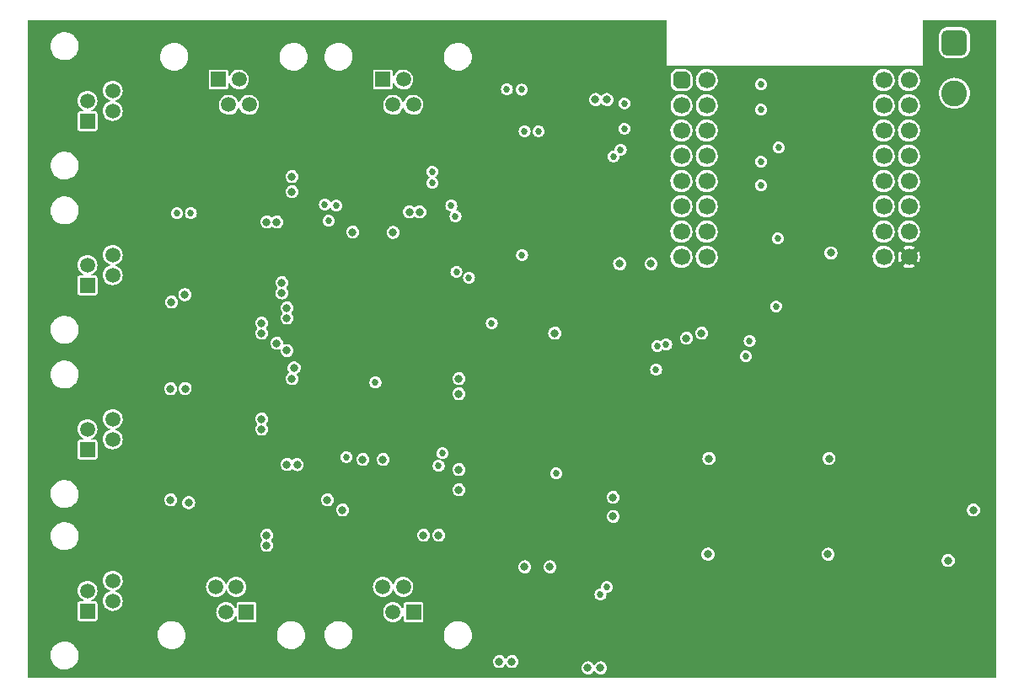
<source format=gbr>
%TF.GenerationSoftware,KiCad,Pcbnew,(6.0.9)*%
%TF.CreationDate,2022-12-08T20:01:15+01:00*%
%TF.ProjectId,floor-heating-controller-s2,666c6f6f-722d-4686-9561-74696e672d63,1*%
%TF.SameCoordinates,Original*%
%TF.FileFunction,Copper,L2,Inr*%
%TF.FilePolarity,Positive*%
%FSLAX46Y46*%
G04 Gerber Fmt 4.6, Leading zero omitted, Abs format (unit mm)*
G04 Created by KiCad (PCBNEW (6.0.9)) date 2022-12-08 20:01:15*
%MOMM*%
%LPD*%
G01*
G04 APERTURE LIST*
G04 Aperture macros list*
%AMRoundRect*
0 Rectangle with rounded corners*
0 $1 Rounding radius*
0 $2 $3 $4 $5 $6 $7 $8 $9 X,Y pos of 4 corners*
0 Add a 4 corners polygon primitive as box body*
4,1,4,$2,$3,$4,$5,$6,$7,$8,$9,$2,$3,0*
0 Add four circle primitives for the rounded corners*
1,1,$1+$1,$2,$3*
1,1,$1+$1,$4,$5*
1,1,$1+$1,$6,$7*
1,1,$1+$1,$8,$9*
0 Add four rect primitives between the rounded corners*
20,1,$1+$1,$2,$3,$4,$5,0*
20,1,$1+$1,$4,$5,$6,$7,0*
20,1,$1+$1,$6,$7,$8,$9,0*
20,1,$1+$1,$8,$9,$2,$3,0*%
%AMFreePoly0*
4,1,19,-0.850000,0.510000,-0.510000,0.850000,0.255000,0.850000,0.408997,0.829726,0.552500,0.770285,0.675729,0.675729,0.770285,0.552500,0.829726,0.408997,0.850000,0.255000,0.850000,-0.510000,0.510000,-0.850000,-0.255000,-0.850000,-0.408997,-0.829726,-0.552500,-0.770285,-0.675729,-0.675729,-0.770285,-0.552500,-0.829726,-0.408997,-0.850000,-0.255000,-0.850000,0.510000,-0.850000,0.510000,
$1*%
G04 Aperture macros list end*
%TA.AperFunction,ComponentPad*%
%ADD10R,1.500000X1.500000*%
%TD*%
%TA.AperFunction,ComponentPad*%
%ADD11C,1.500000*%
%TD*%
%TA.AperFunction,ComponentPad*%
%ADD12FreePoly0,0.000000*%
%TD*%
%TA.AperFunction,ComponentPad*%
%ADD13C,1.700000*%
%TD*%
%TA.AperFunction,ComponentPad*%
%ADD14RoundRect,0.650000X-0.650000X0.650000X-0.650000X-0.650000X0.650000X-0.650000X0.650000X0.650000X0*%
%TD*%
%TA.AperFunction,ComponentPad*%
%ADD15C,2.600000*%
%TD*%
%TA.AperFunction,ViaPad*%
%ADD16C,0.800000*%
%TD*%
%TA.AperFunction,ViaPad*%
%ADD17C,0.685800*%
%TD*%
G04 APERTURE END LIST*
D10*
%TO.N,/motor_output_3/MOT1_B*%
%TO.C,J14*%
X55140000Y-117100000D03*
D11*
%TO.N,unconnected-(J14-Pad2)*%
X57680000Y-116080000D03*
%TO.N,/motor_output_3/MOT1_A*%
X55140000Y-115060000D03*
%TO.N,unconnected-(J14-Pad4)*%
X57680000Y-114040000D03*
%TD*%
D12*
%TO.N,unconnected-(U2-Pad1)*%
%TO.C,U2*%
X114817500Y-96465000D03*
D13*
%TO.N,CUR3*%
X114817500Y-99005000D03*
%TO.N,CUR5*%
X114817500Y-101545000D03*
%TO.N,CUR7*%
X114817500Y-104085000D03*
%TO.N,IN1_A*%
X114817500Y-106625000D03*
%TO.N,IN2_A*%
X114817500Y-109165000D03*
%TO.N,IN2_B*%
X114817500Y-111705000D03*
%TO.N,+3V3*%
X114817500Y-114245000D03*
%TO.N,+5V*%
X137677500Y-114245000D03*
%TO.N,GND*%
X137677500Y-111705000D03*
%TO.N,IN4_A*%
X137677500Y-109165000D03*
%TO.N,IN5_A*%
X137677500Y-106625000D03*
%TO.N,IN6_A*%
X137677500Y-104085000D03*
%TO.N,IN7_A*%
X137677500Y-101545000D03*
%TO.N,IN8_A*%
X137677500Y-99005000D03*
%TO.N,Net-(J18-Pad2)*%
X137677500Y-96465000D03*
%TO.N,CUR1*%
X117357500Y-96465000D03*
%TO.N,CUR2*%
X117357500Y-99005000D03*
%TO.N,CUR4*%
X117357500Y-101545000D03*
%TO.N,CUR6*%
X117357500Y-104085000D03*
%TO.N,CUR8*%
X117357500Y-106625000D03*
%TO.N,IN1_B*%
X117357500Y-109165000D03*
%TO.N,IN3_A*%
X117357500Y-111705000D03*
%TO.N,IN3_B*%
X117357500Y-114245000D03*
%TO.N,/DS18B20*%
X135137500Y-114245000D03*
%TO.N,GND*%
X135137500Y-111705000D03*
%TO.N,IN4_B*%
X135137500Y-109165000D03*
%TO.N,IN5_B*%
X135137500Y-106625000D03*
%TO.N,IN6_B*%
X135137500Y-104085000D03*
%TO.N,IN7_B*%
X135137500Y-101545000D03*
%TO.N,IN8_B*%
X135137500Y-99005000D03*
%TO.N,Net-(J18-Pad1)*%
X135137500Y-96465000D03*
%TD*%
D10*
%TO.N,/motor_output_1/MOT1_A*%
%TO.C,J10*%
X87890000Y-149965000D03*
D11*
%TO.N,unconnected-(J10-Pad2)*%
X86870000Y-147425000D03*
%TO.N,/motor_output_1/MOT1_B*%
X85850000Y-149965000D03*
%TO.N,unconnected-(J10-Pad4)*%
X84830000Y-147425000D03*
%TD*%
D10*
%TO.N,/motor_output_4/MOT2_A*%
%TO.C,J17*%
X84830000Y-96415000D03*
D11*
%TO.N,unconnected-(J17-Pad2)*%
X85850000Y-98955000D03*
%TO.N,/motor_output_4/MOT2_B*%
X86870000Y-96415000D03*
%TO.N,unconnected-(J17-Pad4)*%
X87890000Y-98955000D03*
%TD*%
D10*
%TO.N,/motor_output_2/MOT1_B*%
%TO.C,J12*%
X55140000Y-149860000D03*
D11*
%TO.N,unconnected-(J12-Pad2)*%
X57680000Y-148840000D03*
%TO.N,/motor_output_2/MOT1_A*%
X55140000Y-147820000D03*
%TO.N,unconnected-(J12-Pad4)*%
X57680000Y-146800000D03*
%TD*%
D10*
%TO.N,/motor_output_3/MOT2_B*%
%TO.C,J15*%
X55140000Y-100590000D03*
D11*
%TO.N,unconnected-(J15-Pad2)*%
X57680000Y-99570000D03*
%TO.N,/motor_output_3/MOT2_A*%
X55140000Y-98550000D03*
%TO.N,unconnected-(J15-Pad4)*%
X57680000Y-97530000D03*
%TD*%
D10*
%TO.N,/motor_output_2/MOT2_B*%
%TO.C,J13*%
X55140000Y-133610000D03*
D11*
%TO.N,unconnected-(J13-Pad2)*%
X57680000Y-132590000D03*
%TO.N,/motor_output_2/MOT2_A*%
X55140000Y-131570000D03*
%TO.N,unconnected-(J13-Pad4)*%
X57680000Y-130550000D03*
%TD*%
D14*
%TO.N,Net-(J18-Pad1)*%
%TO.C,J18*%
X142240000Y-92710000D03*
D15*
%TO.N,Net-(J18-Pad2)*%
X142240000Y-97790000D03*
%TD*%
D10*
%TO.N,/motor_output_1/MOT2_B*%
%TO.C,J11*%
X71120000Y-149965000D03*
D11*
%TO.N,unconnected-(J11-Pad2)*%
X70100000Y-147425000D03*
%TO.N,/motor_output_1/MOT2_A*%
X69080000Y-149965000D03*
%TO.N,unconnected-(J11-Pad4)*%
X68060000Y-147425000D03*
%TD*%
D10*
%TO.N,/motor_output_4/MOT1_B*%
%TO.C,J16*%
X68320000Y-96415000D03*
D11*
%TO.N,unconnected-(J16-Pad2)*%
X69340000Y-98955000D03*
%TO.N,/motor_output_4/MOT1_A*%
X70360000Y-96415000D03*
%TO.N,unconnected-(J16-Pad4)*%
X71380000Y-98955000D03*
%TD*%
D16*
%TO.N,+5V*%
X104140000Y-128270000D03*
X69088000Y-110744000D03*
X68580000Y-131572000D03*
X107315000Y-132080000D03*
X102089500Y-120015000D03*
X107315000Y-128270000D03*
X84455000Y-142240000D03*
X68072000Y-110744000D03*
X101346000Y-98425000D03*
X100330000Y-155575000D03*
X68580000Y-142240000D03*
X137795000Y-144780000D03*
X101600000Y-155575000D03*
X102362000Y-98425000D03*
X104140000Y-132080000D03*
X68580000Y-143256000D03*
X68072000Y-121920000D03*
X68072000Y-120904000D03*
X113665000Y-143510000D03*
X83947000Y-109728000D03*
X82931000Y-109728000D03*
X125730000Y-143510000D03*
X83185000Y-142240000D03*
X68580000Y-130556000D03*
%TO.N,GND*%
X106680000Y-155575000D03*
D17*
X84074000Y-126873000D03*
D16*
X111760000Y-114935000D03*
X144145000Y-139700000D03*
D17*
X122809000Y-99441000D03*
D16*
X101600000Y-145415000D03*
X72644000Y-130556000D03*
X72644000Y-131572000D03*
X107315000Y-98425000D03*
X117570000Y-134525000D03*
X73152000Y-143256000D03*
X117475000Y-144145000D03*
X74168000Y-110744000D03*
X72644000Y-120904000D03*
D17*
X109093000Y-98806000D03*
D16*
X102089500Y-121920000D03*
D17*
X124587000Y-103251000D03*
X122809000Y-104648000D03*
D16*
X72644000Y-121920000D03*
X108603500Y-114935000D03*
X141605000Y-144780000D03*
X73152000Y-110744000D03*
X84836000Y-134620000D03*
X129635000Y-134525000D03*
D17*
X109093000Y-101346000D03*
D16*
X88519000Y-109728000D03*
D17*
X122809000Y-107061000D03*
D16*
X81788000Y-111760000D03*
X88900000Y-142240000D03*
X87503000Y-109728000D03*
X105410000Y-155575000D03*
X129540000Y-144145000D03*
X90424000Y-142240000D03*
X73152000Y-142240000D03*
D17*
X122809000Y-96901000D03*
D16*
X106172000Y-98425000D03*
D17*
X99060000Y-101600000D03*
X102235000Y-136017000D03*
D16*
%TO.N,+3V3*%
X129831500Y-113845593D03*
X99060000Y-145415000D03*
D17*
X100457000Y-101600000D03*
D16*
X82804000Y-134620000D03*
X85850815Y-111778500D03*
%TO.N,Net-(C5-Pad2)*%
X107950000Y-140335000D03*
X97790000Y-154940000D03*
%TO.N,Net-(C6-Pad2)*%
X92456000Y-137668000D03*
X80772000Y-139700000D03*
D17*
%TO.N,CUR1*%
X107315000Y-147447000D03*
X121285000Y-124206000D03*
%TO.N,CUR2*%
X121666000Y-122682000D03*
X106680000Y-148209000D03*
D16*
%TO.N,Net-(C13-Pad2)*%
X65312424Y-138950095D03*
X92456000Y-128016000D03*
%TO.N,Net-(C14-Pad2)*%
X75692000Y-126492000D03*
X64956390Y-127494354D03*
D17*
%TO.N,CUR3*%
X95758000Y-120904000D03*
X124310219Y-119230219D03*
%TO.N,CUR4*%
X81153000Y-134366000D03*
X112268000Y-125603000D03*
D16*
%TO.N,Net-(C21-Pad2)*%
X64923964Y-118038681D03*
X75184000Y-119380000D03*
D17*
%TO.N,Net-(C22-Pad2)*%
X92208391Y-115735600D03*
X65532000Y-109855000D03*
%TO.N,CUR5*%
X79375000Y-110617000D03*
%TO.N,CUR6*%
X98806000Y-114046000D03*
X124498600Y-112388609D03*
%TO.N,Net-(C29-Pad2)*%
X80137000Y-109093000D03*
X91694000Y-109093000D03*
%TO.N,Net-(C30-Pad2)*%
X98776516Y-97425079D03*
X108705609Y-103466400D03*
D16*
%TO.N,/motor_output_1/MOT1_B*%
X107950000Y-138430000D03*
X96520000Y-154940000D03*
%TO.N,/motor_output_1/MOT2_B*%
X92456000Y-135636000D03*
X79248000Y-138684000D03*
%TO.N,/motor_output_2/MOT1_B*%
X63500000Y-138684000D03*
X92456000Y-126492000D03*
%TO.N,/motor_output_2/MOT2_B*%
X75908500Y-125408722D03*
X63500000Y-127508000D03*
%TO.N,/motor_output_3/MOT1_B*%
X63582702Y-118788677D03*
X75184000Y-120396000D03*
D17*
%TO.N,/motor_output_3/MOT2_B*%
X64135000Y-109855000D03*
X93472000Y-116332000D03*
%TO.N,/motor_output_4/MOT1_B*%
X92115719Y-110149719D03*
X78994000Y-108966000D03*
%TO.N,/motor_output_4/MOT2_B*%
X107988600Y-104140000D03*
X97282000Y-97409000D03*
%TO.N,IN2_A*%
X112395000Y-123190000D03*
X90805000Y-133985000D03*
%TO.N,IN2_B*%
X90424000Y-135255000D03*
X113284000Y-123063000D03*
D16*
%TO.N,IN4_A*%
X75184000Y-123660500D03*
%TO.N,IN5_A*%
X74671701Y-117860299D03*
%TO.N,IN6_A*%
X75692000Y-107696000D03*
D17*
%TO.N,IN7_A*%
X89789000Y-106807000D03*
D16*
%TO.N,IN3_A*%
X116840000Y-121920000D03*
X76204299Y-135132299D03*
%TO.N,IN3_B*%
X115313859Y-122421542D03*
X75184000Y-135128000D03*
%TO.N,IN4_B*%
X74168000Y-122936000D03*
%TO.N,IN5_B*%
X74676000Y-116840000D03*
%TO.N,IN6_B*%
X75692000Y-106172000D03*
D17*
%TO.N,IN7_B*%
X89789000Y-105664000D03*
%TD*%
%TA.AperFunction,Conductor*%
%TO.N,+5V*%
G36*
X113349194Y-90442806D02*
G01*
X113367500Y-90487000D01*
X113367500Y-94996000D01*
X139067500Y-94996000D01*
X139067500Y-91996697D01*
X140685500Y-91996697D01*
X140685501Y-93423302D01*
X140691715Y-93502274D01*
X140740925Y-93685929D01*
X140742409Y-93688842D01*
X140742410Y-93688844D01*
X140825758Y-93852423D01*
X140827244Y-93855339D01*
X140946899Y-94003101D01*
X141094661Y-94122756D01*
X141097575Y-94124241D01*
X141097577Y-94124242D01*
X141261156Y-94207590D01*
X141261158Y-94207591D01*
X141264071Y-94209075D01*
X141362863Y-94235546D01*
X141444956Y-94257543D01*
X141444958Y-94257543D01*
X141447726Y-94258285D01*
X141450583Y-94258510D01*
X141450584Y-94258510D01*
X141525458Y-94264403D01*
X141525471Y-94264404D01*
X141526697Y-94264500D01*
X142239712Y-94264500D01*
X142953302Y-94264499D01*
X143006129Y-94260342D01*
X143029417Y-94258510D01*
X143029419Y-94258510D01*
X143032274Y-94258285D01*
X143215929Y-94209075D01*
X143218842Y-94207591D01*
X143218844Y-94207590D01*
X143382423Y-94124242D01*
X143382425Y-94124241D01*
X143385339Y-94122756D01*
X143533101Y-94003101D01*
X143652756Y-93855339D01*
X143654242Y-93852423D01*
X143737590Y-93688844D01*
X143737591Y-93688842D01*
X143739075Y-93685929D01*
X143788285Y-93502274D01*
X143791418Y-93462464D01*
X143794403Y-93424542D01*
X143794404Y-93424529D01*
X143794500Y-93423303D01*
X143794499Y-91996698D01*
X143788285Y-91917726D01*
X143739075Y-91734071D01*
X143707060Y-91671237D01*
X143654242Y-91567577D01*
X143654241Y-91567575D01*
X143652756Y-91564661D01*
X143533101Y-91416899D01*
X143385339Y-91297244D01*
X143382423Y-91295758D01*
X143218844Y-91212410D01*
X143218842Y-91212409D01*
X143215929Y-91210925D01*
X143117137Y-91184454D01*
X143035044Y-91162457D01*
X143035042Y-91162457D01*
X143032274Y-91161715D01*
X143029417Y-91161490D01*
X143029416Y-91161490D01*
X142954542Y-91155597D01*
X142954529Y-91155596D01*
X142953303Y-91155500D01*
X142240288Y-91155500D01*
X141526698Y-91155501D01*
X141473871Y-91159658D01*
X141450583Y-91161490D01*
X141450581Y-91161490D01*
X141447726Y-91161715D01*
X141264071Y-91210925D01*
X141261158Y-91212409D01*
X141261156Y-91212410D01*
X141097577Y-91295758D01*
X141094661Y-91297244D01*
X140946899Y-91416899D01*
X140827244Y-91564661D01*
X140825759Y-91567575D01*
X140825758Y-91567577D01*
X140772941Y-91671237D01*
X140740925Y-91734071D01*
X140691715Y-91917726D01*
X140691490Y-91920583D01*
X140691490Y-91920584D01*
X140685597Y-91995458D01*
X140685596Y-91995471D01*
X140685500Y-91996697D01*
X139067500Y-91996697D01*
X139067500Y-90487000D01*
X139085806Y-90442806D01*
X139130000Y-90424500D01*
X146368000Y-90424500D01*
X146412194Y-90442806D01*
X146430500Y-90487000D01*
X146430500Y-156528000D01*
X146412194Y-156572194D01*
X146368000Y-156590500D01*
X49212000Y-156590500D01*
X49167806Y-156572194D01*
X49149500Y-156528000D01*
X49149500Y-154263600D01*
X51431987Y-154263600D01*
X51440929Y-154501784D01*
X51441471Y-154504369D01*
X51441472Y-154504374D01*
X51472651Y-154652972D01*
X51489874Y-154735057D01*
X51577424Y-154956748D01*
X51701075Y-155160518D01*
X51702809Y-155162516D01*
X51702811Y-155162519D01*
X51811674Y-155287972D01*
X51857291Y-155340541D01*
X51906869Y-155381192D01*
X52039555Y-155489989D01*
X52039560Y-155489993D01*
X52041606Y-155491670D01*
X52248750Y-155609583D01*
X52251234Y-155610485D01*
X52251237Y-155610486D01*
X52332103Y-155639839D01*
X52472799Y-155690909D01*
X52707347Y-155733322D01*
X52709387Y-155733418D01*
X52709394Y-155733419D01*
X52731595Y-155734466D01*
X52731613Y-155734466D01*
X52732325Y-155734500D01*
X52899846Y-155734500D01*
X52901162Y-155734388D01*
X52901170Y-155734388D01*
X53074864Y-155719650D01*
X53074869Y-155719649D01*
X53077499Y-155719426D01*
X53080052Y-155718763D01*
X53080054Y-155718763D01*
X53305650Y-155660210D01*
X53305654Y-155660209D01*
X53308207Y-155659546D01*
X53465242Y-155588807D01*
X53523109Y-155562740D01*
X53523112Y-155562738D01*
X53525528Y-155561650D01*
X53723247Y-155428538D01*
X53725159Y-155426714D01*
X53725164Y-155426710D01*
X53817587Y-155338542D01*
X53895712Y-155264015D01*
X54037990Y-155072785D01*
X54039184Y-155070437D01*
X54109012Y-154933096D01*
X95860729Y-154933096D01*
X95878113Y-155090553D01*
X95932553Y-155239319D01*
X95968442Y-155292727D01*
X96001700Y-155342220D01*
X96020908Y-155370805D01*
X96138076Y-155477419D01*
X96141385Y-155479216D01*
X96141387Y-155479217D01*
X96239368Y-155532416D01*
X96277293Y-155553008D01*
X96280940Y-155553965D01*
X96280943Y-155553966D01*
X96368893Y-155577039D01*
X96430522Y-155593207D01*
X96515157Y-155594536D01*
X96585147Y-155595636D01*
X96585149Y-155595636D01*
X96588916Y-155595695D01*
X96743332Y-155560329D01*
X96746696Y-155558637D01*
X96746699Y-155558636D01*
X96813611Y-155524983D01*
X96884855Y-155489151D01*
X96887720Y-155486704D01*
X96887723Y-155486702D01*
X96954089Y-155430019D01*
X97005314Y-155386269D01*
X97007509Y-155383214D01*
X97007512Y-155383211D01*
X97095555Y-155260686D01*
X97095556Y-155260684D01*
X97097755Y-155257624D01*
X97099160Y-155254128D01*
X97100740Y-155251255D01*
X97138074Y-155221348D01*
X97185620Y-155226599D01*
X97207384Y-155246508D01*
X97218719Y-155263376D01*
X97271700Y-155342220D01*
X97290908Y-155370805D01*
X97408076Y-155477419D01*
X97411385Y-155479216D01*
X97411387Y-155479217D01*
X97509368Y-155532416D01*
X97547293Y-155553008D01*
X97550940Y-155553965D01*
X97550943Y-155553966D01*
X97638893Y-155577039D01*
X97700522Y-155593207D01*
X97785157Y-155594536D01*
X97855147Y-155595636D01*
X97855149Y-155595636D01*
X97858916Y-155595695D01*
X97979420Y-155568096D01*
X104750729Y-155568096D01*
X104768113Y-155725553D01*
X104822553Y-155874319D01*
X104910908Y-156005805D01*
X105028076Y-156112419D01*
X105031385Y-156114216D01*
X105031387Y-156114217D01*
X105129368Y-156167416D01*
X105167293Y-156188008D01*
X105170940Y-156188965D01*
X105170943Y-156188966D01*
X105316874Y-156227250D01*
X105320522Y-156228207D01*
X105405157Y-156229536D01*
X105475147Y-156230636D01*
X105475149Y-156230636D01*
X105478916Y-156230695D01*
X105633332Y-156195329D01*
X105636696Y-156193637D01*
X105636699Y-156193636D01*
X105703611Y-156159983D01*
X105774855Y-156124151D01*
X105777720Y-156121704D01*
X105777723Y-156121702D01*
X105892452Y-156023713D01*
X105895314Y-156021269D01*
X105897509Y-156018214D01*
X105897512Y-156018211D01*
X105985555Y-155895686D01*
X105985556Y-155895684D01*
X105987755Y-155892624D01*
X105989160Y-155889128D01*
X105990740Y-155886255D01*
X106028074Y-155856348D01*
X106075620Y-155861599D01*
X106097384Y-155881508D01*
X106180908Y-156005805D01*
X106298076Y-156112419D01*
X106301385Y-156114216D01*
X106301387Y-156114217D01*
X106399368Y-156167416D01*
X106437293Y-156188008D01*
X106440940Y-156188965D01*
X106440943Y-156188966D01*
X106586874Y-156227250D01*
X106590522Y-156228207D01*
X106675157Y-156229536D01*
X106745147Y-156230636D01*
X106745149Y-156230636D01*
X106748916Y-156230695D01*
X106903332Y-156195329D01*
X106906696Y-156193637D01*
X106906699Y-156193636D01*
X106973611Y-156159983D01*
X107044855Y-156124151D01*
X107047720Y-156121704D01*
X107047723Y-156121702D01*
X107162452Y-156023713D01*
X107165314Y-156021269D01*
X107167509Y-156018214D01*
X107167512Y-156018211D01*
X107255555Y-155895686D01*
X107255556Y-155895684D01*
X107257755Y-155892624D01*
X107316842Y-155745641D01*
X107336077Y-155610486D01*
X107338875Y-155590826D01*
X107338875Y-155590821D01*
X107339162Y-155588807D01*
X107339307Y-155575000D01*
X107320276Y-155417733D01*
X107264280Y-155269546D01*
X107174553Y-155138992D01*
X107120186Y-155090553D01*
X107059087Y-155036116D01*
X107059085Y-155036115D01*
X107056275Y-155033611D01*
X106916274Y-154959484D01*
X106762633Y-154920892D01*
X106758868Y-154920872D01*
X106758866Y-154920872D01*
X106680296Y-154920461D01*
X106604221Y-154920062D01*
X106600557Y-154920942D01*
X106600554Y-154920942D01*
X106549930Y-154933096D01*
X106450184Y-154957043D01*
X106446842Y-154958768D01*
X106446839Y-154958769D01*
X106379799Y-154993372D01*
X106309414Y-155029700D01*
X106306576Y-155032175D01*
X106306577Y-155032175D01*
X106214574Y-155112435D01*
X106190039Y-155133838D01*
X106187873Y-155136920D01*
X106187872Y-155136921D01*
X106128536Y-155221348D01*
X106098950Y-155263444D01*
X106098853Y-155263376D01*
X106062987Y-155292727D01*
X106015388Y-155287972D01*
X105993419Y-155268293D01*
X105964763Y-155226599D01*
X105904553Y-155138992D01*
X105850186Y-155090553D01*
X105789087Y-155036116D01*
X105789085Y-155036115D01*
X105786275Y-155033611D01*
X105646274Y-154959484D01*
X105492633Y-154920892D01*
X105488868Y-154920872D01*
X105488866Y-154920872D01*
X105410296Y-154920461D01*
X105334221Y-154920062D01*
X105330557Y-154920942D01*
X105330554Y-154920942D01*
X105279930Y-154933096D01*
X105180184Y-154957043D01*
X105176842Y-154958768D01*
X105176839Y-154958769D01*
X105109799Y-154993372D01*
X105039414Y-155029700D01*
X105036576Y-155032175D01*
X105036577Y-155032175D01*
X104944574Y-155112435D01*
X104920039Y-155133838D01*
X104917873Y-155136920D01*
X104917872Y-155136921D01*
X104860505Y-155218547D01*
X104828950Y-155263444D01*
X104827581Y-155266955D01*
X104827580Y-155266957D01*
X104774626Y-155402779D01*
X104771406Y-155411037D01*
X104770914Y-155414774D01*
X104751221Y-155564355D01*
X104751221Y-155564359D01*
X104750729Y-155568096D01*
X97979420Y-155568096D01*
X98013332Y-155560329D01*
X98016696Y-155558637D01*
X98016699Y-155558636D01*
X98083611Y-155524983D01*
X98154855Y-155489151D01*
X98157720Y-155486704D01*
X98157723Y-155486702D01*
X98224089Y-155430019D01*
X98275314Y-155386269D01*
X98277509Y-155383214D01*
X98277512Y-155383211D01*
X98365555Y-155260686D01*
X98365556Y-155260684D01*
X98367755Y-155257624D01*
X98426842Y-155110641D01*
X98438607Y-155027974D01*
X98448875Y-154955826D01*
X98448875Y-154955821D01*
X98449162Y-154953807D01*
X98449307Y-154940000D01*
X98430276Y-154782733D01*
X98374280Y-154634546D01*
X98284553Y-154503992D01*
X98166275Y-154398611D01*
X98026274Y-154324484D01*
X97872633Y-154285892D01*
X97868868Y-154285872D01*
X97868866Y-154285872D01*
X97790296Y-154285461D01*
X97714221Y-154285062D01*
X97710557Y-154285942D01*
X97710554Y-154285942D01*
X97640948Y-154302653D01*
X97560184Y-154322043D01*
X97556842Y-154323768D01*
X97556839Y-154323769D01*
X97489799Y-154358371D01*
X97419414Y-154394700D01*
X97300039Y-154498838D01*
X97297873Y-154501920D01*
X97297872Y-154501921D01*
X97296148Y-154504374D01*
X97208950Y-154628444D01*
X97208853Y-154628376D01*
X97172987Y-154657727D01*
X97125388Y-154652972D01*
X97103419Y-154633293D01*
X97016688Y-154507099D01*
X97014553Y-154503992D01*
X96896275Y-154398611D01*
X96756274Y-154324484D01*
X96602633Y-154285892D01*
X96598868Y-154285872D01*
X96598866Y-154285872D01*
X96520296Y-154285461D01*
X96444221Y-154285062D01*
X96440557Y-154285942D01*
X96440554Y-154285942D01*
X96370948Y-154302653D01*
X96290184Y-154322043D01*
X96286842Y-154323768D01*
X96286839Y-154323769D01*
X96219799Y-154358371D01*
X96149414Y-154394700D01*
X96030039Y-154498838D01*
X96027873Y-154501920D01*
X96027872Y-154501921D01*
X96026148Y-154504374D01*
X95938950Y-154628444D01*
X95937581Y-154631955D01*
X95937580Y-154631957D01*
X95884626Y-154767779D01*
X95881406Y-154776037D01*
X95880914Y-154779774D01*
X95861221Y-154929355D01*
X95861221Y-154929359D01*
X95860729Y-154933096D01*
X54109012Y-154933096D01*
X54144819Y-154862668D01*
X54144820Y-154862665D01*
X54146014Y-154860317D01*
X54190553Y-154716881D01*
X54215911Y-154635215D01*
X54215912Y-154635212D01*
X54216696Y-154632686D01*
X54248013Y-154396400D01*
X54239071Y-154158216D01*
X54190126Y-153924943D01*
X54102576Y-153703252D01*
X53978925Y-153499482D01*
X53914284Y-153424989D01*
X53824444Y-153321458D01*
X53824442Y-153321456D01*
X53822709Y-153319459D01*
X53766709Y-153273542D01*
X53640445Y-153170011D01*
X53640440Y-153170007D01*
X53638394Y-153168330D01*
X53431250Y-153050417D01*
X53428766Y-153049515D01*
X53428763Y-153049514D01*
X53291775Y-152999790D01*
X53207201Y-152969091D01*
X52972653Y-152926678D01*
X52970613Y-152926582D01*
X52970606Y-152926581D01*
X52948405Y-152925534D01*
X52948387Y-152925534D01*
X52947675Y-152925500D01*
X52780154Y-152925500D01*
X52778838Y-152925612D01*
X52778830Y-152925612D01*
X52605136Y-152940350D01*
X52605131Y-152940351D01*
X52602501Y-152940574D01*
X52599948Y-152941237D01*
X52599946Y-152941237D01*
X52374350Y-152999790D01*
X52374346Y-152999791D01*
X52371793Y-153000454D01*
X52262884Y-153049514D01*
X52156891Y-153097260D01*
X52156888Y-153097262D01*
X52154472Y-153098350D01*
X51956753Y-153231462D01*
X51954841Y-153233286D01*
X51954836Y-153233290D01*
X51910546Y-153275541D01*
X51784288Y-153395985D01*
X51642010Y-153587215D01*
X51640817Y-153589561D01*
X51640816Y-153589563D01*
X51581761Y-153705717D01*
X51533986Y-153799683D01*
X51463304Y-154027314D01*
X51431987Y-154263600D01*
X49149500Y-154263600D01*
X49149500Y-152198600D01*
X62181987Y-152198600D01*
X62190929Y-152436784D01*
X62239874Y-152670057D01*
X62327424Y-152891748D01*
X62451075Y-153095518D01*
X62452809Y-153097516D01*
X62452811Y-153097519D01*
X62567756Y-153229981D01*
X62607291Y-153275541D01*
X62609339Y-153277220D01*
X62789555Y-153424989D01*
X62789560Y-153424993D01*
X62791606Y-153426670D01*
X62998750Y-153544583D01*
X63001234Y-153545485D01*
X63001237Y-153545486D01*
X63082103Y-153574839D01*
X63222799Y-153625909D01*
X63457347Y-153668322D01*
X63459387Y-153668418D01*
X63459394Y-153668419D01*
X63481595Y-153669466D01*
X63481613Y-153669466D01*
X63482325Y-153669500D01*
X63649846Y-153669500D01*
X63651162Y-153669388D01*
X63651170Y-153669388D01*
X63824864Y-153654650D01*
X63824869Y-153654649D01*
X63827499Y-153654426D01*
X63830052Y-153653763D01*
X63830054Y-153653763D01*
X64055650Y-153595210D01*
X64055654Y-153595209D01*
X64058207Y-153594546D01*
X64264209Y-153501749D01*
X64273109Y-153497740D01*
X64273112Y-153497738D01*
X64275528Y-153496650D01*
X64473247Y-153363538D01*
X64475159Y-153361714D01*
X64475164Y-153361710D01*
X64609782Y-153233290D01*
X64645712Y-153199015D01*
X64787990Y-153007785D01*
X64807663Y-152969091D01*
X64894819Y-152797668D01*
X64894820Y-152797665D01*
X64896014Y-152795317D01*
X64966696Y-152567686D01*
X64998013Y-152331400D01*
X64993027Y-152198600D01*
X74181987Y-152198600D01*
X74190929Y-152436784D01*
X74239874Y-152670057D01*
X74327424Y-152891748D01*
X74451075Y-153095518D01*
X74452809Y-153097516D01*
X74452811Y-153097519D01*
X74567756Y-153229981D01*
X74607291Y-153275541D01*
X74609339Y-153277220D01*
X74789555Y-153424989D01*
X74789560Y-153424993D01*
X74791606Y-153426670D01*
X74998750Y-153544583D01*
X75001234Y-153545485D01*
X75001237Y-153545486D01*
X75082103Y-153574839D01*
X75222799Y-153625909D01*
X75457347Y-153668322D01*
X75459387Y-153668418D01*
X75459394Y-153668419D01*
X75481595Y-153669466D01*
X75481613Y-153669466D01*
X75482325Y-153669500D01*
X75649846Y-153669500D01*
X75651162Y-153669388D01*
X75651170Y-153669388D01*
X75824864Y-153654650D01*
X75824869Y-153654649D01*
X75827499Y-153654426D01*
X75830052Y-153653763D01*
X75830054Y-153653763D01*
X76055650Y-153595210D01*
X76055654Y-153595209D01*
X76058207Y-153594546D01*
X76264209Y-153501749D01*
X76273109Y-153497740D01*
X76273112Y-153497738D01*
X76275528Y-153496650D01*
X76473247Y-153363538D01*
X76475159Y-153361714D01*
X76475164Y-153361710D01*
X76609782Y-153233290D01*
X76645712Y-153199015D01*
X76787990Y-153007785D01*
X76807663Y-152969091D01*
X76894819Y-152797668D01*
X76894820Y-152797665D01*
X76896014Y-152795317D01*
X76966696Y-152567686D01*
X76998013Y-152331400D01*
X76993027Y-152198600D01*
X78951987Y-152198600D01*
X78960929Y-152436784D01*
X79009874Y-152670057D01*
X79097424Y-152891748D01*
X79221075Y-153095518D01*
X79222809Y-153097516D01*
X79222811Y-153097519D01*
X79337756Y-153229981D01*
X79377291Y-153275541D01*
X79379339Y-153277220D01*
X79559555Y-153424989D01*
X79559560Y-153424993D01*
X79561606Y-153426670D01*
X79768750Y-153544583D01*
X79771234Y-153545485D01*
X79771237Y-153545486D01*
X79852103Y-153574839D01*
X79992799Y-153625909D01*
X80227347Y-153668322D01*
X80229387Y-153668418D01*
X80229394Y-153668419D01*
X80251595Y-153669466D01*
X80251613Y-153669466D01*
X80252325Y-153669500D01*
X80419846Y-153669500D01*
X80421162Y-153669388D01*
X80421170Y-153669388D01*
X80594864Y-153654650D01*
X80594869Y-153654649D01*
X80597499Y-153654426D01*
X80600052Y-153653763D01*
X80600054Y-153653763D01*
X80825650Y-153595210D01*
X80825654Y-153595209D01*
X80828207Y-153594546D01*
X81034209Y-153501749D01*
X81043109Y-153497740D01*
X81043112Y-153497738D01*
X81045528Y-153496650D01*
X81243247Y-153363538D01*
X81245159Y-153361714D01*
X81245164Y-153361710D01*
X81379782Y-153233290D01*
X81415712Y-153199015D01*
X81557990Y-153007785D01*
X81577663Y-152969091D01*
X81664819Y-152797668D01*
X81664820Y-152797665D01*
X81666014Y-152795317D01*
X81736696Y-152567686D01*
X81768013Y-152331400D01*
X81763027Y-152198600D01*
X90951987Y-152198600D01*
X90960929Y-152436784D01*
X91009874Y-152670057D01*
X91097424Y-152891748D01*
X91221075Y-153095518D01*
X91222809Y-153097516D01*
X91222811Y-153097519D01*
X91337756Y-153229981D01*
X91377291Y-153275541D01*
X91379339Y-153277220D01*
X91559555Y-153424989D01*
X91559560Y-153424993D01*
X91561606Y-153426670D01*
X91768750Y-153544583D01*
X91771234Y-153545485D01*
X91771237Y-153545486D01*
X91852103Y-153574839D01*
X91992799Y-153625909D01*
X92227347Y-153668322D01*
X92229387Y-153668418D01*
X92229394Y-153668419D01*
X92251595Y-153669466D01*
X92251613Y-153669466D01*
X92252325Y-153669500D01*
X92419846Y-153669500D01*
X92421162Y-153669388D01*
X92421170Y-153669388D01*
X92594864Y-153654650D01*
X92594869Y-153654649D01*
X92597499Y-153654426D01*
X92600052Y-153653763D01*
X92600054Y-153653763D01*
X92825650Y-153595210D01*
X92825654Y-153595209D01*
X92828207Y-153594546D01*
X93034209Y-153501749D01*
X93043109Y-153497740D01*
X93043112Y-153497738D01*
X93045528Y-153496650D01*
X93243247Y-153363538D01*
X93245159Y-153361714D01*
X93245164Y-153361710D01*
X93379782Y-153233290D01*
X93415712Y-153199015D01*
X93557990Y-153007785D01*
X93577663Y-152969091D01*
X93664819Y-152797668D01*
X93664820Y-152797665D01*
X93666014Y-152795317D01*
X93736696Y-152567686D01*
X93768013Y-152331400D01*
X93759071Y-152093216D01*
X93710126Y-151859943D01*
X93622576Y-151638252D01*
X93498925Y-151434482D01*
X93407530Y-151329158D01*
X93344444Y-151256458D01*
X93344442Y-151256456D01*
X93342709Y-151254459D01*
X93293131Y-151213808D01*
X93160445Y-151105011D01*
X93160440Y-151105007D01*
X93158394Y-151103330D01*
X92951250Y-150985417D01*
X92948766Y-150984515D01*
X92948763Y-150984514D01*
X92857298Y-150951314D01*
X92727201Y-150904091D01*
X92492653Y-150861678D01*
X92490613Y-150861582D01*
X92490606Y-150861581D01*
X92468405Y-150860534D01*
X92468387Y-150860534D01*
X92467675Y-150860500D01*
X92300154Y-150860500D01*
X92298838Y-150860612D01*
X92298830Y-150860612D01*
X92125136Y-150875350D01*
X92125131Y-150875351D01*
X92122501Y-150875574D01*
X92119948Y-150876237D01*
X92119946Y-150876237D01*
X91894350Y-150934790D01*
X91894346Y-150934791D01*
X91891793Y-150935454D01*
X91816216Y-150969499D01*
X91676891Y-151032260D01*
X91676888Y-151032262D01*
X91674472Y-151033350D01*
X91476753Y-151166462D01*
X91474841Y-151168286D01*
X91474836Y-151168290D01*
X91393125Y-151246239D01*
X91304288Y-151330985D01*
X91162010Y-151522215D01*
X91160817Y-151524561D01*
X91160816Y-151524563D01*
X91101761Y-151640717D01*
X91053986Y-151734683D01*
X90983304Y-151962314D01*
X90951987Y-152198600D01*
X81763027Y-152198600D01*
X81759071Y-152093216D01*
X81710126Y-151859943D01*
X81622576Y-151638252D01*
X81498925Y-151434482D01*
X81407530Y-151329158D01*
X81344444Y-151256458D01*
X81344442Y-151256456D01*
X81342709Y-151254459D01*
X81293131Y-151213808D01*
X81160445Y-151105011D01*
X81160440Y-151105007D01*
X81158394Y-151103330D01*
X80951250Y-150985417D01*
X80948766Y-150984515D01*
X80948763Y-150984514D01*
X80857298Y-150951314D01*
X80727201Y-150904091D01*
X80492653Y-150861678D01*
X80490613Y-150861582D01*
X80490606Y-150861581D01*
X80468405Y-150860534D01*
X80468387Y-150860534D01*
X80467675Y-150860500D01*
X80300154Y-150860500D01*
X80298838Y-150860612D01*
X80298830Y-150860612D01*
X80125136Y-150875350D01*
X80125131Y-150875351D01*
X80122501Y-150875574D01*
X80119948Y-150876237D01*
X80119946Y-150876237D01*
X79894350Y-150934790D01*
X79894346Y-150934791D01*
X79891793Y-150935454D01*
X79816216Y-150969499D01*
X79676891Y-151032260D01*
X79676888Y-151032262D01*
X79674472Y-151033350D01*
X79476753Y-151166462D01*
X79474841Y-151168286D01*
X79474836Y-151168290D01*
X79393125Y-151246239D01*
X79304288Y-151330985D01*
X79162010Y-151522215D01*
X79160817Y-151524561D01*
X79160816Y-151524563D01*
X79101761Y-151640717D01*
X79053986Y-151734683D01*
X78983304Y-151962314D01*
X78951987Y-152198600D01*
X76993027Y-152198600D01*
X76989071Y-152093216D01*
X76940126Y-151859943D01*
X76852576Y-151638252D01*
X76728925Y-151434482D01*
X76637530Y-151329158D01*
X76574444Y-151256458D01*
X76574442Y-151256456D01*
X76572709Y-151254459D01*
X76523131Y-151213808D01*
X76390445Y-151105011D01*
X76390440Y-151105007D01*
X76388394Y-151103330D01*
X76181250Y-150985417D01*
X76178766Y-150984515D01*
X76178763Y-150984514D01*
X76087298Y-150951314D01*
X75957201Y-150904091D01*
X75722653Y-150861678D01*
X75720613Y-150861582D01*
X75720606Y-150861581D01*
X75698405Y-150860534D01*
X75698387Y-150860534D01*
X75697675Y-150860500D01*
X75530154Y-150860500D01*
X75528838Y-150860612D01*
X75528830Y-150860612D01*
X75355136Y-150875350D01*
X75355131Y-150875351D01*
X75352501Y-150875574D01*
X75349948Y-150876237D01*
X75349946Y-150876237D01*
X75124350Y-150934790D01*
X75124346Y-150934791D01*
X75121793Y-150935454D01*
X75046216Y-150969499D01*
X74906891Y-151032260D01*
X74906888Y-151032262D01*
X74904472Y-151033350D01*
X74706753Y-151166462D01*
X74704841Y-151168286D01*
X74704836Y-151168290D01*
X74623125Y-151246239D01*
X74534288Y-151330985D01*
X74392010Y-151522215D01*
X74390817Y-151524561D01*
X74390816Y-151524563D01*
X74331761Y-151640717D01*
X74283986Y-151734683D01*
X74213304Y-151962314D01*
X74181987Y-152198600D01*
X64993027Y-152198600D01*
X64989071Y-152093216D01*
X64940126Y-151859943D01*
X64852576Y-151638252D01*
X64728925Y-151434482D01*
X64637530Y-151329158D01*
X64574444Y-151256458D01*
X64574442Y-151256456D01*
X64572709Y-151254459D01*
X64523131Y-151213808D01*
X64390445Y-151105011D01*
X64390440Y-151105007D01*
X64388394Y-151103330D01*
X64181250Y-150985417D01*
X64178766Y-150984515D01*
X64178763Y-150984514D01*
X64087298Y-150951314D01*
X63957201Y-150904091D01*
X63722653Y-150861678D01*
X63720613Y-150861582D01*
X63720606Y-150861581D01*
X63698405Y-150860534D01*
X63698387Y-150860534D01*
X63697675Y-150860500D01*
X63530154Y-150860500D01*
X63528838Y-150860612D01*
X63528830Y-150860612D01*
X63355136Y-150875350D01*
X63355131Y-150875351D01*
X63352501Y-150875574D01*
X63349948Y-150876237D01*
X63349946Y-150876237D01*
X63124350Y-150934790D01*
X63124346Y-150934791D01*
X63121793Y-150935454D01*
X63046216Y-150969499D01*
X62906891Y-151032260D01*
X62906888Y-151032262D01*
X62904472Y-151033350D01*
X62706753Y-151166462D01*
X62704841Y-151168286D01*
X62704836Y-151168290D01*
X62623125Y-151246239D01*
X62534288Y-151330985D01*
X62392010Y-151522215D01*
X62390817Y-151524561D01*
X62390816Y-151524563D01*
X62331761Y-151640717D01*
X62283986Y-151734683D01*
X62213304Y-151962314D01*
X62181987Y-152198600D01*
X49149500Y-152198600D01*
X49149500Y-147805907D01*
X54130738Y-147805907D01*
X54147222Y-148002209D01*
X54201521Y-148191570D01*
X54291566Y-148366779D01*
X54293457Y-148369165D01*
X54293459Y-148369168D01*
X54359635Y-148452661D01*
X54413927Y-148521160D01*
X54416257Y-148523143D01*
X54545552Y-148633181D01*
X54563945Y-148648835D01*
X54566609Y-148650324D01*
X54566612Y-148650326D01*
X54724279Y-148738443D01*
X54753927Y-148775984D01*
X54748346Y-148823492D01*
X54710805Y-148853140D01*
X54693790Y-148855501D01*
X54364934Y-148855501D01*
X54361925Y-148856100D01*
X54361920Y-148856100D01*
X54296737Y-148869065D01*
X54290699Y-148870266D01*
X54206516Y-148926516D01*
X54203097Y-148931633D01*
X54171657Y-148978686D01*
X54150266Y-149010699D01*
X54146125Y-149031516D01*
X54140342Y-149060593D01*
X54135500Y-149084933D01*
X54135501Y-150635066D01*
X54136100Y-150638075D01*
X54136100Y-150638080D01*
X54147984Y-150697830D01*
X54150266Y-150709301D01*
X54206516Y-150793484D01*
X54211633Y-150796903D01*
X54285580Y-150846314D01*
X54285582Y-150846315D01*
X54290699Y-150849734D01*
X54323753Y-150856309D01*
X54361920Y-150863901D01*
X54361923Y-150863901D01*
X54364933Y-150864500D01*
X55140000Y-150864500D01*
X55915066Y-150864499D01*
X55918075Y-150863900D01*
X55918080Y-150863900D01*
X55983263Y-150850935D01*
X55989301Y-150849734D01*
X56073484Y-150793484D01*
X56086869Y-150773452D01*
X56126314Y-150714420D01*
X56126315Y-150714418D01*
X56129734Y-150709301D01*
X56144500Y-150635067D01*
X56144500Y-149950907D01*
X68070738Y-149950907D01*
X68087222Y-150147209D01*
X68141521Y-150336570D01*
X68231566Y-150511779D01*
X68233457Y-150514165D01*
X68233459Y-150514168D01*
X68261180Y-150549143D01*
X68353927Y-150666160D01*
X68503945Y-150793835D01*
X68506609Y-150795324D01*
X68506612Y-150795326D01*
X68649798Y-150875350D01*
X68675904Y-150889940D01*
X68678808Y-150890884D01*
X68678809Y-150890884D01*
X68860342Y-150949868D01*
X68860347Y-150949869D01*
X68863255Y-150950814D01*
X69058862Y-150974139D01*
X69061904Y-150973905D01*
X69061907Y-150973905D01*
X69252226Y-150959261D01*
X69252231Y-150959260D01*
X69255274Y-150959026D01*
X69282895Y-150951314D01*
X69442070Y-150906871D01*
X69442074Y-150906870D01*
X69445009Y-150906050D01*
X69563267Y-150846314D01*
X69618122Y-150818605D01*
X69620842Y-150817231D01*
X69623240Y-150815358D01*
X69623244Y-150815355D01*
X69704237Y-150752076D01*
X69776074Y-150695950D01*
X69800077Y-150668143D01*
X69831279Y-150631995D01*
X69904793Y-150546828D01*
X69998658Y-150381596D01*
X70036404Y-150352211D01*
X70083872Y-150358124D01*
X70113257Y-150395870D01*
X70115501Y-150412465D01*
X70115501Y-150740066D01*
X70116100Y-150743075D01*
X70116100Y-150743080D01*
X70129065Y-150808262D01*
X70130266Y-150814301D01*
X70186516Y-150898484D01*
X70194907Y-150904091D01*
X70265580Y-150951314D01*
X70265582Y-150951315D01*
X70270699Y-150954734D01*
X70293458Y-150959261D01*
X70341920Y-150968901D01*
X70341923Y-150968901D01*
X70344933Y-150969500D01*
X71120000Y-150969500D01*
X71895066Y-150969499D01*
X71898075Y-150968900D01*
X71898080Y-150968900D01*
X71963263Y-150955935D01*
X71969301Y-150954734D01*
X72053484Y-150898484D01*
X72076593Y-150863900D01*
X72106314Y-150819420D01*
X72106315Y-150819418D01*
X72109734Y-150814301D01*
X72124500Y-150740067D01*
X72124499Y-149950907D01*
X84840738Y-149950907D01*
X84857222Y-150147209D01*
X84911521Y-150336570D01*
X85001566Y-150511779D01*
X85003457Y-150514165D01*
X85003459Y-150514168D01*
X85031180Y-150549143D01*
X85123927Y-150666160D01*
X85273945Y-150793835D01*
X85276609Y-150795324D01*
X85276612Y-150795326D01*
X85419798Y-150875350D01*
X85445904Y-150889940D01*
X85448808Y-150890884D01*
X85448809Y-150890884D01*
X85630342Y-150949868D01*
X85630347Y-150949869D01*
X85633255Y-150950814D01*
X85828862Y-150974139D01*
X85831904Y-150973905D01*
X85831907Y-150973905D01*
X86022226Y-150959261D01*
X86022231Y-150959260D01*
X86025274Y-150959026D01*
X86052895Y-150951314D01*
X86212070Y-150906871D01*
X86212074Y-150906870D01*
X86215009Y-150906050D01*
X86333267Y-150846314D01*
X86388122Y-150818605D01*
X86390842Y-150817231D01*
X86393240Y-150815358D01*
X86393244Y-150815355D01*
X86474237Y-150752076D01*
X86546074Y-150695950D01*
X86570077Y-150668143D01*
X86601279Y-150631995D01*
X86674793Y-150546828D01*
X86768658Y-150381596D01*
X86806404Y-150352211D01*
X86853872Y-150358124D01*
X86883257Y-150395870D01*
X86885501Y-150412465D01*
X86885501Y-150740066D01*
X86886100Y-150743075D01*
X86886100Y-150743080D01*
X86899065Y-150808262D01*
X86900266Y-150814301D01*
X86956516Y-150898484D01*
X86964907Y-150904091D01*
X87035580Y-150951314D01*
X87035582Y-150951315D01*
X87040699Y-150954734D01*
X87063458Y-150959261D01*
X87111920Y-150968901D01*
X87111923Y-150968901D01*
X87114933Y-150969500D01*
X87890000Y-150969500D01*
X88665066Y-150969499D01*
X88668075Y-150968900D01*
X88668080Y-150968900D01*
X88733263Y-150955935D01*
X88739301Y-150954734D01*
X88823484Y-150898484D01*
X88846593Y-150863900D01*
X88876314Y-150819420D01*
X88876315Y-150819418D01*
X88879734Y-150814301D01*
X88894500Y-150740067D01*
X88894499Y-149189934D01*
X88879734Y-149115699D01*
X88823484Y-149031516D01*
X88784669Y-149005580D01*
X88744420Y-148978686D01*
X88744418Y-148978685D01*
X88739301Y-148975266D01*
X88706247Y-148968691D01*
X88668080Y-148961099D01*
X88668077Y-148961099D01*
X88665067Y-148960500D01*
X88661996Y-148960500D01*
X87890001Y-148960501D01*
X87114934Y-148960501D01*
X87111925Y-148961100D01*
X87111920Y-148961100D01*
X87046737Y-148974065D01*
X87040699Y-148975266D01*
X86956516Y-149031516D01*
X86953097Y-149036633D01*
X86918771Y-149088005D01*
X86900266Y-149115699D01*
X86885500Y-149189933D01*
X86885500Y-149522089D01*
X86867194Y-149566283D01*
X86823000Y-149584589D01*
X86778806Y-149566283D01*
X86767816Y-149551431D01*
X86763410Y-149543143D01*
X86698905Y-149421828D01*
X86692152Y-149409127D01*
X86692150Y-149409124D01*
X86690717Y-149406429D01*
X86566212Y-149253770D01*
X86414427Y-149128203D01*
X86411743Y-149126752D01*
X86411739Y-149126749D01*
X86243828Y-149035960D01*
X86241143Y-149034508D01*
X86147052Y-149005382D01*
X86055875Y-148977158D01*
X86055872Y-148977157D01*
X86052960Y-148976256D01*
X86049927Y-148975937D01*
X86049926Y-148975937D01*
X85999685Y-148970657D01*
X85857047Y-148955665D01*
X85854014Y-148955941D01*
X85854010Y-148955941D01*
X85768905Y-148963687D01*
X85660865Y-148973519D01*
X85471887Y-149029138D01*
X85297312Y-149120404D01*
X85143788Y-149243840D01*
X85017163Y-149394745D01*
X84922262Y-149567371D01*
X84862697Y-149755142D01*
X84862356Y-149758180D01*
X84862356Y-149758181D01*
X84852180Y-149848905D01*
X84840738Y-149950907D01*
X72124499Y-149950907D01*
X72124499Y-149189934D01*
X72109734Y-149115699D01*
X72053484Y-149031516D01*
X72014669Y-149005580D01*
X71974420Y-148978686D01*
X71974418Y-148978685D01*
X71969301Y-148975266D01*
X71936247Y-148968691D01*
X71898080Y-148961099D01*
X71898077Y-148961099D01*
X71895067Y-148960500D01*
X71891996Y-148960500D01*
X71120001Y-148960501D01*
X70344934Y-148960501D01*
X70341925Y-148961100D01*
X70341920Y-148961100D01*
X70276737Y-148974065D01*
X70270699Y-148975266D01*
X70186516Y-149031516D01*
X70183097Y-149036633D01*
X70148771Y-149088005D01*
X70130266Y-149115699D01*
X70115500Y-149189933D01*
X70115500Y-149522089D01*
X70097194Y-149566283D01*
X70053000Y-149584589D01*
X70008806Y-149566283D01*
X69997816Y-149551431D01*
X69993410Y-149543143D01*
X69928905Y-149421828D01*
X69922152Y-149409127D01*
X69922150Y-149409124D01*
X69920717Y-149406429D01*
X69796212Y-149253770D01*
X69644427Y-149128203D01*
X69641743Y-149126752D01*
X69641739Y-149126749D01*
X69473828Y-149035960D01*
X69471143Y-149034508D01*
X69377052Y-149005382D01*
X69285875Y-148977158D01*
X69285872Y-148977157D01*
X69282960Y-148976256D01*
X69279927Y-148975937D01*
X69279926Y-148975937D01*
X69229685Y-148970657D01*
X69087047Y-148955665D01*
X69084014Y-148955941D01*
X69084010Y-148955941D01*
X68998905Y-148963687D01*
X68890865Y-148973519D01*
X68701887Y-149029138D01*
X68527312Y-149120404D01*
X68373788Y-149243840D01*
X68247163Y-149394745D01*
X68152262Y-149567371D01*
X68092697Y-149755142D01*
X68092356Y-149758180D01*
X68092356Y-149758181D01*
X68082180Y-149848905D01*
X68070738Y-149950907D01*
X56144500Y-149950907D01*
X56144499Y-149084934D01*
X56133875Y-149031516D01*
X56130935Y-149016737D01*
X56129734Y-149010699D01*
X56073484Y-148926516D01*
X56053452Y-148913131D01*
X55994420Y-148873686D01*
X55994418Y-148873685D01*
X55989301Y-148870266D01*
X55956247Y-148863691D01*
X55918080Y-148856099D01*
X55918077Y-148856099D01*
X55915067Y-148855500D01*
X55580378Y-148855500D01*
X55536184Y-148837194D01*
X55531509Y-148825907D01*
X56670738Y-148825907D01*
X56687222Y-149022209D01*
X56741521Y-149211570D01*
X56742913Y-149214279D01*
X56742914Y-149214281D01*
X56760059Y-149247642D01*
X56831566Y-149386779D01*
X56833457Y-149389165D01*
X56833459Y-149389168D01*
X56861180Y-149424143D01*
X56953927Y-149541160D01*
X56956257Y-149543143D01*
X56983447Y-149566283D01*
X57103945Y-149668835D01*
X57106609Y-149670324D01*
X57106612Y-149670326D01*
X57253157Y-149752227D01*
X57275904Y-149764940D01*
X57278808Y-149765884D01*
X57278809Y-149765884D01*
X57460342Y-149824868D01*
X57460347Y-149824869D01*
X57463255Y-149825814D01*
X57658862Y-149849139D01*
X57661904Y-149848905D01*
X57661907Y-149848905D01*
X57852226Y-149834261D01*
X57852231Y-149834260D01*
X57855274Y-149834026D01*
X57860195Y-149832652D01*
X58042070Y-149781871D01*
X58042074Y-149781870D01*
X58045009Y-149781050D01*
X58220842Y-149692231D01*
X58223240Y-149690358D01*
X58223244Y-149690355D01*
X58304237Y-149627076D01*
X58376074Y-149570950D01*
X58379164Y-149567371D01*
X58426294Y-149512770D01*
X58504793Y-149421828D01*
X58598918Y-149256139D01*
X58600584Y-149253206D01*
X58600585Y-149253204D01*
X58602096Y-149250544D01*
X58664277Y-149063622D01*
X58667687Y-149036633D01*
X58688746Y-148869925D01*
X58688746Y-148869924D01*
X58688966Y-148868183D01*
X58689144Y-148855501D01*
X58689336Y-148841738D01*
X58689336Y-148841733D01*
X58689360Y-148840000D01*
X58689191Y-148838280D01*
X58689191Y-148838271D01*
X58670435Y-148646991D01*
X58670137Y-148643948D01*
X58613200Y-148455363D01*
X58565128Y-148364953D01*
X58522152Y-148284127D01*
X58522150Y-148284124D01*
X58520717Y-148281429D01*
X58396212Y-148128770D01*
X58244427Y-148003203D01*
X58241743Y-148001752D01*
X58241739Y-148001749D01*
X58073828Y-147910960D01*
X58071143Y-147909508D01*
X58025779Y-147895465D01*
X57975486Y-147879897D01*
X57938682Y-147849341D01*
X57934263Y-147801710D01*
X57964819Y-147764906D01*
X57977159Y-147759995D01*
X58007489Y-147751526D01*
X58042070Y-147741871D01*
X58042074Y-147741870D01*
X58045009Y-147741050D01*
X58220842Y-147652231D01*
X58223240Y-147650358D01*
X58223244Y-147650355D01*
X58367607Y-147537565D01*
X58376074Y-147530950D01*
X58400077Y-147503143D01*
X58456052Y-147438295D01*
X58479693Y-147410907D01*
X67050738Y-147410907D01*
X67067222Y-147607209D01*
X67121521Y-147796570D01*
X67122913Y-147799279D01*
X67122914Y-147799281D01*
X67148942Y-147849925D01*
X67211566Y-147971779D01*
X67213457Y-147974165D01*
X67213459Y-147974168D01*
X67275978Y-148053047D01*
X67333927Y-148126160D01*
X67483945Y-148253835D01*
X67486609Y-148255324D01*
X67486612Y-148255326D01*
X67647169Y-148345058D01*
X67655904Y-148349940D01*
X67658808Y-148350884D01*
X67658809Y-148350884D01*
X67840342Y-148409868D01*
X67840347Y-148409869D01*
X67843255Y-148410814D01*
X68038862Y-148434139D01*
X68041904Y-148433905D01*
X68041907Y-148433905D01*
X68232226Y-148419261D01*
X68232231Y-148419260D01*
X68235274Y-148419026D01*
X68240195Y-148417652D01*
X68422070Y-148366871D01*
X68422074Y-148366870D01*
X68425009Y-148366050D01*
X68600842Y-148277231D01*
X68603240Y-148275358D01*
X68603244Y-148275355D01*
X68707013Y-148194281D01*
X68756074Y-148155950D01*
X68777491Y-148131139D01*
X68828340Y-148072229D01*
X68884793Y-148006828D01*
X68943620Y-147903274D01*
X68980584Y-147838206D01*
X68980585Y-147838204D01*
X68982096Y-147835544D01*
X69013988Y-147739674D01*
X69020729Y-147719411D01*
X69052049Y-147683254D01*
X69099762Y-147679834D01*
X69135919Y-147711154D01*
X69140113Y-147721911D01*
X69161521Y-147796570D01*
X69162913Y-147799279D01*
X69162914Y-147799281D01*
X69188942Y-147849925D01*
X69251566Y-147971779D01*
X69253457Y-147974165D01*
X69253459Y-147974168D01*
X69315978Y-148053047D01*
X69373927Y-148126160D01*
X69523945Y-148253835D01*
X69526609Y-148255324D01*
X69526612Y-148255326D01*
X69687169Y-148345058D01*
X69695904Y-148349940D01*
X69698808Y-148350884D01*
X69698809Y-148350884D01*
X69880342Y-148409868D01*
X69880347Y-148409869D01*
X69883255Y-148410814D01*
X70078862Y-148434139D01*
X70081904Y-148433905D01*
X70081907Y-148433905D01*
X70272226Y-148419261D01*
X70272231Y-148419260D01*
X70275274Y-148419026D01*
X70280195Y-148417652D01*
X70462070Y-148366871D01*
X70462074Y-148366870D01*
X70465009Y-148366050D01*
X70640842Y-148277231D01*
X70643240Y-148275358D01*
X70643244Y-148275355D01*
X70747013Y-148194281D01*
X70796074Y-148155950D01*
X70817491Y-148131139D01*
X70868340Y-148072229D01*
X70924793Y-148006828D01*
X70983620Y-147903274D01*
X71020584Y-147838206D01*
X71020585Y-147838204D01*
X71022096Y-147835544D01*
X71084277Y-147648622D01*
X71086589Y-147630326D01*
X71108746Y-147454925D01*
X71108746Y-147454924D01*
X71108966Y-147453183D01*
X71109053Y-147447000D01*
X71109336Y-147426738D01*
X71109336Y-147426733D01*
X71109360Y-147425000D01*
X71109191Y-147423280D01*
X71109191Y-147423271D01*
X71107979Y-147410907D01*
X83820738Y-147410907D01*
X83837222Y-147607209D01*
X83891521Y-147796570D01*
X83892913Y-147799279D01*
X83892914Y-147799281D01*
X83918942Y-147849925D01*
X83981566Y-147971779D01*
X83983457Y-147974165D01*
X83983459Y-147974168D01*
X84045978Y-148053047D01*
X84103927Y-148126160D01*
X84253945Y-148253835D01*
X84256609Y-148255324D01*
X84256612Y-148255326D01*
X84417169Y-148345058D01*
X84425904Y-148349940D01*
X84428808Y-148350884D01*
X84428809Y-148350884D01*
X84610342Y-148409868D01*
X84610347Y-148409869D01*
X84613255Y-148410814D01*
X84808862Y-148434139D01*
X84811904Y-148433905D01*
X84811907Y-148433905D01*
X85002226Y-148419261D01*
X85002231Y-148419260D01*
X85005274Y-148419026D01*
X85010195Y-148417652D01*
X85192070Y-148366871D01*
X85192074Y-148366870D01*
X85195009Y-148366050D01*
X85370842Y-148277231D01*
X85373240Y-148275358D01*
X85373244Y-148275355D01*
X85477013Y-148194281D01*
X85526074Y-148155950D01*
X85547491Y-148131139D01*
X85598340Y-148072229D01*
X85654793Y-148006828D01*
X85713620Y-147903274D01*
X85750584Y-147838206D01*
X85750585Y-147838204D01*
X85752096Y-147835544D01*
X85783988Y-147739674D01*
X85790729Y-147719411D01*
X85822049Y-147683254D01*
X85869762Y-147679834D01*
X85905919Y-147711154D01*
X85910113Y-147721911D01*
X85931521Y-147796570D01*
X85932913Y-147799279D01*
X85932914Y-147799281D01*
X85958942Y-147849925D01*
X86021566Y-147971779D01*
X86023457Y-147974165D01*
X86023459Y-147974168D01*
X86085978Y-148053047D01*
X86143927Y-148126160D01*
X86293945Y-148253835D01*
X86296609Y-148255324D01*
X86296612Y-148255326D01*
X86457169Y-148345058D01*
X86465904Y-148349940D01*
X86468808Y-148350884D01*
X86468809Y-148350884D01*
X86650342Y-148409868D01*
X86650347Y-148409869D01*
X86653255Y-148410814D01*
X86848862Y-148434139D01*
X86851904Y-148433905D01*
X86851907Y-148433905D01*
X87042226Y-148419261D01*
X87042231Y-148419260D01*
X87045274Y-148419026D01*
X87050195Y-148417652D01*
X87232070Y-148366871D01*
X87232074Y-148366870D01*
X87235009Y-148366050D01*
X87410842Y-148277231D01*
X87413240Y-148275358D01*
X87413244Y-148275355D01*
X87498174Y-148209000D01*
X106077445Y-148209000D01*
X106097977Y-148364953D01*
X106099545Y-148368738D01*
X106099545Y-148368739D01*
X106128934Y-148439690D01*
X106158172Y-148510277D01*
X106253929Y-148635071D01*
X106257174Y-148637561D01*
X106257175Y-148637562D01*
X106375473Y-148728335D01*
X106378722Y-148730828D01*
X106524047Y-148791023D01*
X106528103Y-148791557D01*
X106528107Y-148791558D01*
X106675936Y-148811020D01*
X106680000Y-148811555D01*
X106684064Y-148811020D01*
X106831893Y-148791558D01*
X106831897Y-148791557D01*
X106835953Y-148791023D01*
X106981278Y-148730828D01*
X106984527Y-148728335D01*
X107102825Y-148637562D01*
X107102826Y-148637561D01*
X107106071Y-148635071D01*
X107201828Y-148510277D01*
X107231066Y-148439690D01*
X107260455Y-148368739D01*
X107260455Y-148368738D01*
X107262023Y-148364953D01*
X107282555Y-148209000D01*
X107275266Y-148153637D01*
X107270632Y-148118435D01*
X107283012Y-148072229D01*
X107324438Y-148048312D01*
X107383072Y-148040593D01*
X107466893Y-148029558D01*
X107466897Y-148029557D01*
X107470953Y-148029023D01*
X107528608Y-148005142D01*
X107612495Y-147970395D01*
X107616278Y-147968828D01*
X107691693Y-147910960D01*
X107737825Y-147875562D01*
X107737826Y-147875561D01*
X107741071Y-147873071D01*
X107836828Y-147748277D01*
X107838396Y-147744492D01*
X107895455Y-147606739D01*
X107895455Y-147606738D01*
X107897023Y-147602953D01*
X107910164Y-147503143D01*
X107917020Y-147451064D01*
X107917555Y-147447000D01*
X107914431Y-147423271D01*
X107897558Y-147295110D01*
X107897558Y-147295109D01*
X107897023Y-147291047D01*
X107885873Y-147264127D01*
X107838396Y-147149508D01*
X107838395Y-147149507D01*
X107836828Y-147145723D01*
X107741071Y-147020929D01*
X107694446Y-146985152D01*
X107619527Y-146927665D01*
X107616278Y-146925172D01*
X107612495Y-146923605D01*
X107474734Y-146866543D01*
X107474733Y-146866543D01*
X107470953Y-146864977D01*
X107466897Y-146864443D01*
X107466893Y-146864442D01*
X107319064Y-146844980D01*
X107315000Y-146844445D01*
X107310936Y-146844980D01*
X107163110Y-146864442D01*
X107163109Y-146864442D01*
X107159047Y-146864977D01*
X107155262Y-146866545D01*
X107155261Y-146866545D01*
X107096318Y-146890960D01*
X107013723Y-146925172D01*
X106888929Y-147020929D01*
X106793172Y-147145723D01*
X106791605Y-147149507D01*
X106791604Y-147149508D01*
X106744128Y-147264127D01*
X106732977Y-147291047D01*
X106732442Y-147295109D01*
X106732442Y-147295110D01*
X106715569Y-147423271D01*
X106712445Y-147447000D01*
X106712980Y-147451064D01*
X106724368Y-147537565D01*
X106711988Y-147583771D01*
X106670562Y-147607688D01*
X106569317Y-147621017D01*
X106528110Y-147626442D01*
X106528109Y-147626442D01*
X106524047Y-147626977D01*
X106520262Y-147628545D01*
X106520261Y-147628545D01*
X106382508Y-147685604D01*
X106378723Y-147687172D01*
X106253929Y-147782929D01*
X106158172Y-147907723D01*
X106156605Y-147911507D01*
X106156604Y-147911508D01*
X106103136Y-148040593D01*
X106097977Y-148053047D01*
X106097442Y-148057109D01*
X106097442Y-148057110D01*
X106088667Y-148123765D01*
X106077445Y-148209000D01*
X87498174Y-148209000D01*
X87517013Y-148194281D01*
X87566074Y-148155950D01*
X87587491Y-148131139D01*
X87638340Y-148072229D01*
X87694793Y-148006828D01*
X87753620Y-147903274D01*
X87790584Y-147838206D01*
X87790585Y-147838204D01*
X87792096Y-147835544D01*
X87854277Y-147648622D01*
X87856589Y-147630326D01*
X87878746Y-147454925D01*
X87878746Y-147454924D01*
X87878966Y-147453183D01*
X87879053Y-147447000D01*
X87879336Y-147426738D01*
X87879336Y-147426733D01*
X87879360Y-147425000D01*
X87879191Y-147423280D01*
X87879191Y-147423271D01*
X87863322Y-147261429D01*
X87860137Y-147228948D01*
X87803200Y-147040363D01*
X87743277Y-146927665D01*
X87712152Y-146869127D01*
X87712150Y-146869124D01*
X87710717Y-146866429D01*
X87586212Y-146713770D01*
X87434427Y-146588203D01*
X87431743Y-146586752D01*
X87431739Y-146586749D01*
X87263828Y-146495960D01*
X87261143Y-146494508D01*
X87167052Y-146465382D01*
X87075875Y-146437158D01*
X87075872Y-146437157D01*
X87072960Y-146436256D01*
X87069927Y-146435937D01*
X87069926Y-146435937D01*
X87019685Y-146430657D01*
X86877047Y-146415665D01*
X86874014Y-146415941D01*
X86874010Y-146415941D01*
X86788905Y-146423687D01*
X86680865Y-146433519D01*
X86491887Y-146489138D01*
X86317312Y-146580404D01*
X86163788Y-146703840D01*
X86037163Y-146854745D01*
X85942262Y-147027371D01*
X85915689Y-147111139D01*
X85909558Y-147130466D01*
X85878746Y-147167057D01*
X85831086Y-147171142D01*
X85794495Y-147140330D01*
X85790152Y-147129633D01*
X85783265Y-147106821D01*
X85763200Y-147040363D01*
X85703277Y-146927665D01*
X85672152Y-146869127D01*
X85672150Y-146869124D01*
X85670717Y-146866429D01*
X85546212Y-146713770D01*
X85394427Y-146588203D01*
X85391743Y-146586752D01*
X85391739Y-146586749D01*
X85223828Y-146495960D01*
X85221143Y-146494508D01*
X85127052Y-146465382D01*
X85035875Y-146437158D01*
X85035872Y-146437157D01*
X85032960Y-146436256D01*
X85029927Y-146435937D01*
X85029926Y-146435937D01*
X84979685Y-146430657D01*
X84837047Y-146415665D01*
X84834014Y-146415941D01*
X84834010Y-146415941D01*
X84748905Y-146423687D01*
X84640865Y-146433519D01*
X84451887Y-146489138D01*
X84277312Y-146580404D01*
X84123788Y-146703840D01*
X83997163Y-146854745D01*
X83902262Y-147027371D01*
X83842697Y-147215142D01*
X83842356Y-147218180D01*
X83842356Y-147218181D01*
X83838816Y-147249745D01*
X83820738Y-147410907D01*
X71107979Y-147410907D01*
X71093322Y-147261429D01*
X71090137Y-147228948D01*
X71033200Y-147040363D01*
X70973277Y-146927665D01*
X70942152Y-146869127D01*
X70942150Y-146869124D01*
X70940717Y-146866429D01*
X70816212Y-146713770D01*
X70664427Y-146588203D01*
X70661743Y-146586752D01*
X70661739Y-146586749D01*
X70493828Y-146495960D01*
X70491143Y-146494508D01*
X70397052Y-146465382D01*
X70305875Y-146437158D01*
X70305872Y-146437157D01*
X70302960Y-146436256D01*
X70299927Y-146435937D01*
X70299926Y-146435937D01*
X70249685Y-146430657D01*
X70107047Y-146415665D01*
X70104014Y-146415941D01*
X70104010Y-146415941D01*
X70018905Y-146423687D01*
X69910865Y-146433519D01*
X69721887Y-146489138D01*
X69547312Y-146580404D01*
X69393788Y-146703840D01*
X69267163Y-146854745D01*
X69172262Y-147027371D01*
X69145689Y-147111139D01*
X69139558Y-147130466D01*
X69108746Y-147167057D01*
X69061086Y-147171142D01*
X69024495Y-147140330D01*
X69020152Y-147129633D01*
X69013265Y-147106821D01*
X68993200Y-147040363D01*
X68933277Y-146927665D01*
X68902152Y-146869127D01*
X68902150Y-146869124D01*
X68900717Y-146866429D01*
X68776212Y-146713770D01*
X68624427Y-146588203D01*
X68621743Y-146586752D01*
X68621739Y-146586749D01*
X68453828Y-146495960D01*
X68451143Y-146494508D01*
X68357052Y-146465382D01*
X68265875Y-146437158D01*
X68265872Y-146437157D01*
X68262960Y-146436256D01*
X68259927Y-146435937D01*
X68259926Y-146435937D01*
X68209685Y-146430657D01*
X68067047Y-146415665D01*
X68064014Y-146415941D01*
X68064010Y-146415941D01*
X67978905Y-146423687D01*
X67870865Y-146433519D01*
X67681887Y-146489138D01*
X67507312Y-146580404D01*
X67353788Y-146703840D01*
X67227163Y-146854745D01*
X67132262Y-147027371D01*
X67072697Y-147215142D01*
X67072356Y-147218180D01*
X67072356Y-147218181D01*
X67068816Y-147249745D01*
X67050738Y-147410907D01*
X58479693Y-147410907D01*
X58504793Y-147381828D01*
X58581156Y-147247405D01*
X58600584Y-147213206D01*
X58600585Y-147213204D01*
X58602096Y-147210544D01*
X58664277Y-147023622D01*
X58681719Y-146885555D01*
X58688746Y-146829925D01*
X58688746Y-146829924D01*
X58688966Y-146828183D01*
X58689207Y-146810984D01*
X58689336Y-146801738D01*
X58689336Y-146801733D01*
X58689360Y-146800000D01*
X58689191Y-146798280D01*
X58689191Y-146798271D01*
X58670435Y-146606991D01*
X58670137Y-146603948D01*
X58613200Y-146415363D01*
X58520717Y-146241429D01*
X58396212Y-146088770D01*
X58244427Y-145963203D01*
X58241743Y-145961752D01*
X58241739Y-145961749D01*
X58073828Y-145870960D01*
X58071143Y-145869508D01*
X57977051Y-145840382D01*
X57885875Y-145812158D01*
X57885872Y-145812157D01*
X57882960Y-145811256D01*
X57879927Y-145810937D01*
X57879926Y-145810937D01*
X57829685Y-145805657D01*
X57687047Y-145790665D01*
X57684014Y-145790941D01*
X57684010Y-145790941D01*
X57598905Y-145798687D01*
X57490865Y-145808519D01*
X57301887Y-145864138D01*
X57127312Y-145955404D01*
X56973788Y-146078840D01*
X56847163Y-146229745D01*
X56752262Y-146402371D01*
X56692697Y-146590142D01*
X56692356Y-146593180D01*
X56692356Y-146593181D01*
X56678830Y-146713770D01*
X56670738Y-146785907D01*
X56687222Y-146982209D01*
X56741521Y-147171570D01*
X56831566Y-147346779D01*
X56833457Y-147349165D01*
X56833459Y-147349168D01*
X56894941Y-147426738D01*
X56953927Y-147501160D01*
X56956257Y-147503143D01*
X57085552Y-147613181D01*
X57103945Y-147628835D01*
X57106609Y-147630324D01*
X57106612Y-147630326D01*
X57208326Y-147687172D01*
X57275904Y-147724940D01*
X57278808Y-147725884D01*
X57278809Y-147725884D01*
X57385617Y-147760588D01*
X57421991Y-147791655D01*
X57425744Y-147839343D01*
X57394677Y-147875717D01*
X57383949Y-147879986D01*
X57301887Y-147904138D01*
X57127312Y-147995404D01*
X56973788Y-148118840D01*
X56847163Y-148269745D01*
X56752262Y-148442371D01*
X56692697Y-148630142D01*
X56692356Y-148633180D01*
X56692356Y-148633181D01*
X56672071Y-148814026D01*
X56670738Y-148825907D01*
X55531509Y-148825907D01*
X55517878Y-148793000D01*
X55536184Y-148748806D01*
X55552197Y-148737214D01*
X55680842Y-148672231D01*
X55683240Y-148670358D01*
X55683244Y-148670355D01*
X55764237Y-148607076D01*
X55836074Y-148550950D01*
X55860077Y-148523143D01*
X55916052Y-148458295D01*
X55964793Y-148401828D01*
X56062096Y-148230544D01*
X56124277Y-148043622D01*
X56126122Y-148029023D01*
X56148746Y-147849925D01*
X56148746Y-147849924D01*
X56148966Y-147848183D01*
X56149106Y-147838206D01*
X56149336Y-147821738D01*
X56149336Y-147821733D01*
X56149360Y-147820000D01*
X56149191Y-147818280D01*
X56149191Y-147818271D01*
X56130616Y-147628835D01*
X56130137Y-147623948D01*
X56073200Y-147435363D01*
X55998626Y-147295110D01*
X55982152Y-147264127D01*
X55982150Y-147264124D01*
X55980717Y-147261429D01*
X55856212Y-147108770D01*
X55704427Y-146983203D01*
X55701743Y-146981752D01*
X55701739Y-146981749D01*
X55533828Y-146890960D01*
X55531143Y-146889508D01*
X55411282Y-146852405D01*
X55345875Y-146832158D01*
X55345872Y-146832157D01*
X55342960Y-146831256D01*
X55339927Y-146830937D01*
X55339926Y-146830937D01*
X55289685Y-146825657D01*
X55147047Y-146810665D01*
X55144014Y-146810941D01*
X55144010Y-146810941D01*
X55058905Y-146818687D01*
X54950865Y-146828519D01*
X54761887Y-146884138D01*
X54587312Y-146975404D01*
X54433788Y-147098840D01*
X54307163Y-147249745D01*
X54212262Y-147422371D01*
X54152697Y-147610142D01*
X54152356Y-147613180D01*
X54152356Y-147613181D01*
X54132071Y-147794026D01*
X54130738Y-147805907D01*
X49149500Y-147805907D01*
X49149500Y-145408096D01*
X98400729Y-145408096D01*
X98418113Y-145565553D01*
X98472553Y-145714319D01*
X98486911Y-145735686D01*
X98537478Y-145810937D01*
X98560908Y-145845805D01*
X98678076Y-145952419D01*
X98681385Y-145954216D01*
X98681387Y-145954217D01*
X98779368Y-146007416D01*
X98817293Y-146028008D01*
X98820940Y-146028965D01*
X98820943Y-146028966D01*
X98966874Y-146067250D01*
X98970522Y-146068207D01*
X99055157Y-146069536D01*
X99125147Y-146070636D01*
X99125149Y-146070636D01*
X99128916Y-146070695D01*
X99283332Y-146035329D01*
X99286696Y-146033637D01*
X99286699Y-146033636D01*
X99353611Y-145999983D01*
X99424855Y-145964151D01*
X99427720Y-145961704D01*
X99427723Y-145961702D01*
X99535667Y-145869508D01*
X99545314Y-145861269D01*
X99547509Y-145858214D01*
X99547512Y-145858211D01*
X99635555Y-145735686D01*
X99635556Y-145735684D01*
X99637755Y-145732624D01*
X99696842Y-145585641D01*
X99718190Y-145435636D01*
X99718875Y-145430826D01*
X99718875Y-145430821D01*
X99719162Y-145428807D01*
X99719307Y-145415000D01*
X99718472Y-145408096D01*
X100940729Y-145408096D01*
X100958113Y-145565553D01*
X101012553Y-145714319D01*
X101026911Y-145735686D01*
X101077478Y-145810937D01*
X101100908Y-145845805D01*
X101218076Y-145952419D01*
X101221385Y-145954216D01*
X101221387Y-145954217D01*
X101319368Y-146007416D01*
X101357293Y-146028008D01*
X101360940Y-146028965D01*
X101360943Y-146028966D01*
X101506874Y-146067250D01*
X101510522Y-146068207D01*
X101595157Y-146069536D01*
X101665147Y-146070636D01*
X101665149Y-146070636D01*
X101668916Y-146070695D01*
X101823332Y-146035329D01*
X101826696Y-146033637D01*
X101826699Y-146033636D01*
X101893611Y-145999983D01*
X101964855Y-145964151D01*
X101967720Y-145961704D01*
X101967723Y-145961702D01*
X102075667Y-145869508D01*
X102085314Y-145861269D01*
X102087509Y-145858214D01*
X102087512Y-145858211D01*
X102175555Y-145735686D01*
X102175556Y-145735684D01*
X102177755Y-145732624D01*
X102236842Y-145585641D01*
X102258190Y-145435636D01*
X102258875Y-145430826D01*
X102258875Y-145430821D01*
X102259162Y-145428807D01*
X102259307Y-145415000D01*
X102240276Y-145257733D01*
X102184280Y-145109546D01*
X102094553Y-144978992D01*
X102040186Y-144930553D01*
X101979087Y-144876116D01*
X101979085Y-144876115D01*
X101976275Y-144873611D01*
X101836274Y-144799484D01*
X101682633Y-144760892D01*
X101678868Y-144760872D01*
X101678866Y-144760872D01*
X101600296Y-144760461D01*
X101524221Y-144760062D01*
X101520557Y-144760942D01*
X101520554Y-144760942D01*
X101469930Y-144773096D01*
X101370184Y-144797043D01*
X101366842Y-144798768D01*
X101366839Y-144798769D01*
X101299799Y-144833372D01*
X101229414Y-144869700D01*
X101110039Y-144973838D01*
X101107873Y-144976920D01*
X101107872Y-144976921D01*
X101104233Y-144982099D01*
X101018950Y-145103444D01*
X101017581Y-145106955D01*
X101017580Y-145106957D01*
X100970110Y-145228713D01*
X100961406Y-145251037D01*
X100960914Y-145254774D01*
X100941221Y-145404355D01*
X100941221Y-145404359D01*
X100940729Y-145408096D01*
X99718472Y-145408096D01*
X99700276Y-145257733D01*
X99644280Y-145109546D01*
X99554553Y-144978992D01*
X99500186Y-144930553D01*
X99439087Y-144876116D01*
X99439085Y-144876115D01*
X99436275Y-144873611D01*
X99296274Y-144799484D01*
X99142633Y-144760892D01*
X99138868Y-144760872D01*
X99138866Y-144760872D01*
X99060296Y-144760461D01*
X98984221Y-144760062D01*
X98980557Y-144760942D01*
X98980554Y-144760942D01*
X98929930Y-144773096D01*
X98830184Y-144797043D01*
X98826842Y-144798768D01*
X98826839Y-144798769D01*
X98759799Y-144833372D01*
X98689414Y-144869700D01*
X98570039Y-144973838D01*
X98567873Y-144976920D01*
X98567872Y-144976921D01*
X98564233Y-144982099D01*
X98478950Y-145103444D01*
X98477581Y-145106955D01*
X98477580Y-145106957D01*
X98430110Y-145228713D01*
X98421406Y-145251037D01*
X98420914Y-145254774D01*
X98401221Y-145404355D01*
X98401221Y-145404359D01*
X98400729Y-145408096D01*
X49149500Y-145408096D01*
X49149500Y-144138096D01*
X116815729Y-144138096D01*
X116833113Y-144295553D01*
X116887553Y-144444319D01*
X116975908Y-144575805D01*
X117093076Y-144682419D01*
X117096385Y-144684216D01*
X117096387Y-144684217D01*
X117194368Y-144737416D01*
X117232293Y-144758008D01*
X117235940Y-144758965D01*
X117235943Y-144758966D01*
X117381085Y-144797043D01*
X117385522Y-144798207D01*
X117466820Y-144799484D01*
X117540147Y-144800636D01*
X117540149Y-144800636D01*
X117543916Y-144800695D01*
X117698332Y-144765329D01*
X117701696Y-144763637D01*
X117701699Y-144763636D01*
X117768611Y-144729983D01*
X117839855Y-144694151D01*
X117842720Y-144691704D01*
X117842723Y-144691702D01*
X117957452Y-144593713D01*
X117960314Y-144591269D01*
X117962509Y-144588214D01*
X117962512Y-144588211D01*
X118050555Y-144465686D01*
X118050556Y-144465684D01*
X118052755Y-144462624D01*
X118111842Y-144315641D01*
X118123607Y-144232974D01*
X118133875Y-144160826D01*
X118133875Y-144160821D01*
X118134162Y-144158807D01*
X118134307Y-144145000D01*
X118133472Y-144138096D01*
X128880729Y-144138096D01*
X128898113Y-144295553D01*
X128952553Y-144444319D01*
X129040908Y-144575805D01*
X129158076Y-144682419D01*
X129161385Y-144684216D01*
X129161387Y-144684217D01*
X129259368Y-144737416D01*
X129297293Y-144758008D01*
X129300940Y-144758965D01*
X129300943Y-144758966D01*
X129446085Y-144797043D01*
X129450522Y-144798207D01*
X129531820Y-144799484D01*
X129605147Y-144800636D01*
X129605149Y-144800636D01*
X129608916Y-144800695D01*
X129729420Y-144773096D01*
X140945729Y-144773096D01*
X140963113Y-144930553D01*
X141017553Y-145079319D01*
X141105908Y-145210805D01*
X141223076Y-145317419D01*
X141226385Y-145319216D01*
X141226387Y-145319217D01*
X141324368Y-145372416D01*
X141362293Y-145393008D01*
X141365940Y-145393965D01*
X141365943Y-145393966D01*
X141453893Y-145417039D01*
X141515522Y-145433207D01*
X141600157Y-145434536D01*
X141670147Y-145435636D01*
X141670149Y-145435636D01*
X141673916Y-145435695D01*
X141828332Y-145400329D01*
X141831696Y-145398637D01*
X141831699Y-145398636D01*
X141898611Y-145364983D01*
X141969855Y-145329151D01*
X141972720Y-145326704D01*
X141972723Y-145326702D01*
X142087452Y-145228713D01*
X142090314Y-145226269D01*
X142092509Y-145223214D01*
X142092512Y-145223211D01*
X142180555Y-145100686D01*
X142180556Y-145100684D01*
X142182755Y-145097624D01*
X142241842Y-144950641D01*
X142253607Y-144867974D01*
X142263875Y-144795826D01*
X142263875Y-144795821D01*
X142264162Y-144793807D01*
X142264307Y-144780000D01*
X142245276Y-144622733D01*
X142189280Y-144474546D01*
X142099553Y-144343992D01*
X142045186Y-144295553D01*
X141984087Y-144241116D01*
X141984085Y-144241115D01*
X141981275Y-144238611D01*
X141841274Y-144164484D01*
X141687633Y-144125892D01*
X141683868Y-144125872D01*
X141683866Y-144125872D01*
X141605296Y-144125461D01*
X141529221Y-144125062D01*
X141525557Y-144125942D01*
X141525554Y-144125942D01*
X141474930Y-144138096D01*
X141375184Y-144162043D01*
X141371842Y-144163768D01*
X141371839Y-144163769D01*
X141304799Y-144198371D01*
X141234414Y-144234700D01*
X141115039Y-144338838D01*
X141112873Y-144341920D01*
X141112872Y-144341921D01*
X141109233Y-144347099D01*
X141023950Y-144468444D01*
X141022581Y-144471955D01*
X141022580Y-144471957D01*
X140975110Y-144593713D01*
X140966406Y-144616037D01*
X140965914Y-144619774D01*
X140946221Y-144769355D01*
X140946221Y-144769359D01*
X140945729Y-144773096D01*
X129729420Y-144773096D01*
X129763332Y-144765329D01*
X129766696Y-144763637D01*
X129766699Y-144763636D01*
X129833611Y-144729983D01*
X129904855Y-144694151D01*
X129907720Y-144691704D01*
X129907723Y-144691702D01*
X130022452Y-144593713D01*
X130025314Y-144591269D01*
X130027509Y-144588214D01*
X130027512Y-144588211D01*
X130115555Y-144465686D01*
X130115556Y-144465684D01*
X130117755Y-144462624D01*
X130176842Y-144315641D01*
X130188607Y-144232974D01*
X130198875Y-144160826D01*
X130198875Y-144160821D01*
X130199162Y-144158807D01*
X130199307Y-144145000D01*
X130180276Y-143987733D01*
X130124280Y-143839546D01*
X130034553Y-143708992D01*
X129977836Y-143658459D01*
X129919087Y-143606116D01*
X129919085Y-143606115D01*
X129916275Y-143603611D01*
X129776274Y-143529484D01*
X129622633Y-143490892D01*
X129618868Y-143490872D01*
X129618866Y-143490872D01*
X129540296Y-143490461D01*
X129464221Y-143490062D01*
X129460557Y-143490942D01*
X129460554Y-143490942D01*
X129390948Y-143507653D01*
X129310184Y-143527043D01*
X129306842Y-143528768D01*
X129306839Y-143528769D01*
X129239799Y-143563372D01*
X129169414Y-143599700D01*
X129166576Y-143602175D01*
X129166577Y-143602175D01*
X129064860Y-143690909D01*
X129050039Y-143703838D01*
X129047873Y-143706920D01*
X129047872Y-143706921D01*
X129038926Y-143719650D01*
X128958950Y-143833444D01*
X128957581Y-143836955D01*
X128957580Y-143836957D01*
X128942230Y-143876329D01*
X128901406Y-143981037D01*
X128900914Y-143984774D01*
X128881221Y-144134355D01*
X128881221Y-144134359D01*
X128880729Y-144138096D01*
X118133472Y-144138096D01*
X118115276Y-143987733D01*
X118059280Y-143839546D01*
X117969553Y-143708992D01*
X117912836Y-143658459D01*
X117854087Y-143606116D01*
X117854085Y-143606115D01*
X117851275Y-143603611D01*
X117711274Y-143529484D01*
X117557633Y-143490892D01*
X117553868Y-143490872D01*
X117553866Y-143490872D01*
X117475296Y-143490461D01*
X117399221Y-143490062D01*
X117395557Y-143490942D01*
X117395554Y-143490942D01*
X117325948Y-143507653D01*
X117245184Y-143527043D01*
X117241842Y-143528768D01*
X117241839Y-143528769D01*
X117174799Y-143563372D01*
X117104414Y-143599700D01*
X117101576Y-143602175D01*
X117101577Y-143602175D01*
X116999860Y-143690909D01*
X116985039Y-143703838D01*
X116982873Y-143706920D01*
X116982872Y-143706921D01*
X116973926Y-143719650D01*
X116893950Y-143833444D01*
X116892581Y-143836955D01*
X116892580Y-143836957D01*
X116877230Y-143876329D01*
X116836406Y-143981037D01*
X116835914Y-143984774D01*
X116816221Y-144134355D01*
X116816221Y-144134359D01*
X116815729Y-144138096D01*
X49149500Y-144138096D01*
X49149500Y-142263600D01*
X51431987Y-142263600D01*
X51440929Y-142501784D01*
X51441471Y-142504369D01*
X51441472Y-142504374D01*
X51467843Y-142630058D01*
X51489874Y-142735057D01*
X51577424Y-142956748D01*
X51701075Y-143160518D01*
X51702809Y-143162516D01*
X51702811Y-143162519D01*
X51794141Y-143267767D01*
X51857291Y-143340541D01*
X51859339Y-143342220D01*
X52039555Y-143489989D01*
X52039560Y-143489993D01*
X52041606Y-143491670D01*
X52043905Y-143492979D01*
X52043907Y-143492980D01*
X52106425Y-143528567D01*
X52248750Y-143609583D01*
X52251234Y-143610485D01*
X52251237Y-143610486D01*
X52332103Y-143639839D01*
X52472799Y-143690909D01*
X52707347Y-143733322D01*
X52709387Y-143733418D01*
X52709394Y-143733419D01*
X52731595Y-143734466D01*
X52731613Y-143734466D01*
X52732325Y-143734500D01*
X52899846Y-143734500D01*
X52901162Y-143734388D01*
X52901170Y-143734388D01*
X53074864Y-143719650D01*
X53074869Y-143719649D01*
X53077499Y-143719426D01*
X53080052Y-143718763D01*
X53080054Y-143718763D01*
X53305650Y-143660210D01*
X53305654Y-143660209D01*
X53308207Y-143659546D01*
X53444892Y-143597974D01*
X53523109Y-143562740D01*
X53523112Y-143562738D01*
X53525528Y-143561650D01*
X53723247Y-143428538D01*
X53725159Y-143426714D01*
X53725164Y-143426710D01*
X53817587Y-143338542D01*
X53895712Y-143264015D01*
X53906812Y-143249096D01*
X72492729Y-143249096D01*
X72510113Y-143406553D01*
X72564553Y-143555319D01*
X72578911Y-143576686D01*
X72634591Y-143659546D01*
X72652908Y-143686805D01*
X72770076Y-143793419D01*
X72773385Y-143795216D01*
X72773387Y-143795217D01*
X72849312Y-143836441D01*
X72909293Y-143869008D01*
X72912940Y-143869965D01*
X72912943Y-143869966D01*
X73058874Y-143908250D01*
X73062522Y-143909207D01*
X73147157Y-143910536D01*
X73217147Y-143911636D01*
X73217149Y-143911636D01*
X73220916Y-143911695D01*
X73375332Y-143876329D01*
X73378696Y-143874637D01*
X73378699Y-143874636D01*
X73445611Y-143840983D01*
X73516855Y-143805151D01*
X73519720Y-143802704D01*
X73519723Y-143802702D01*
X73599616Y-143734466D01*
X73637314Y-143702269D01*
X73639509Y-143699214D01*
X73639512Y-143699211D01*
X73727555Y-143576686D01*
X73727556Y-143576684D01*
X73729755Y-143573624D01*
X73788842Y-143426641D01*
X73798944Y-143355656D01*
X73810875Y-143271826D01*
X73810875Y-143271821D01*
X73811162Y-143269807D01*
X73811307Y-143256000D01*
X73792276Y-143098733D01*
X73736280Y-142950546D01*
X73646553Y-142819992D01*
X73618894Y-142795349D01*
X73598075Y-142752282D01*
X73613806Y-142707107D01*
X73619881Y-142701159D01*
X73634448Y-142688717D01*
X73634452Y-142688713D01*
X73637314Y-142686269D01*
X73639509Y-142683214D01*
X73639512Y-142683211D01*
X73727555Y-142560686D01*
X73727556Y-142560684D01*
X73729755Y-142557624D01*
X73788842Y-142410641D01*
X73809391Y-142266251D01*
X73810875Y-142255826D01*
X73810875Y-142255821D01*
X73811162Y-142253807D01*
X73811307Y-142240000D01*
X73810472Y-142233096D01*
X88240729Y-142233096D01*
X88258113Y-142390553D01*
X88312553Y-142539319D01*
X88400908Y-142670805D01*
X88518076Y-142777419D01*
X88521385Y-142779216D01*
X88521387Y-142779217D01*
X88582433Y-142812362D01*
X88657293Y-142853008D01*
X88660940Y-142853965D01*
X88660943Y-142853966D01*
X88806874Y-142892250D01*
X88810522Y-142893207D01*
X88895157Y-142894536D01*
X88965147Y-142895636D01*
X88965149Y-142895636D01*
X88968916Y-142895695D01*
X89123332Y-142860329D01*
X89126696Y-142858637D01*
X89126699Y-142858636D01*
X89207652Y-142817921D01*
X89264855Y-142789151D01*
X89267720Y-142786704D01*
X89267723Y-142786702D01*
X89367880Y-142701159D01*
X89385314Y-142686269D01*
X89387509Y-142683214D01*
X89387512Y-142683211D01*
X89475555Y-142560686D01*
X89475556Y-142560684D01*
X89477755Y-142557624D01*
X89536842Y-142410641D01*
X89557391Y-142266251D01*
X89558875Y-142255826D01*
X89558875Y-142255821D01*
X89559162Y-142253807D01*
X89559307Y-142240000D01*
X89558472Y-142233096D01*
X89764729Y-142233096D01*
X89782113Y-142390553D01*
X89836553Y-142539319D01*
X89924908Y-142670805D01*
X90042076Y-142777419D01*
X90045385Y-142779216D01*
X90045387Y-142779217D01*
X90106433Y-142812362D01*
X90181293Y-142853008D01*
X90184940Y-142853965D01*
X90184943Y-142853966D01*
X90330874Y-142892250D01*
X90334522Y-142893207D01*
X90419157Y-142894536D01*
X90489147Y-142895636D01*
X90489149Y-142895636D01*
X90492916Y-142895695D01*
X90647332Y-142860329D01*
X90650696Y-142858637D01*
X90650699Y-142858636D01*
X90731652Y-142817921D01*
X90788855Y-142789151D01*
X90791720Y-142786704D01*
X90791723Y-142786702D01*
X90891880Y-142701159D01*
X90909314Y-142686269D01*
X90911509Y-142683214D01*
X90911512Y-142683211D01*
X90999555Y-142560686D01*
X90999556Y-142560684D01*
X91001755Y-142557624D01*
X91060842Y-142410641D01*
X91081391Y-142266251D01*
X91082875Y-142255826D01*
X91082875Y-142255821D01*
X91083162Y-142253807D01*
X91083307Y-142240000D01*
X91064276Y-142082733D01*
X91008280Y-141934546D01*
X90918553Y-141803992D01*
X90800275Y-141698611D01*
X90660274Y-141624484D01*
X90506633Y-141585892D01*
X90502868Y-141585872D01*
X90502866Y-141585872D01*
X90424296Y-141585461D01*
X90348221Y-141585062D01*
X90344557Y-141585942D01*
X90344554Y-141585942D01*
X90274948Y-141602653D01*
X90194184Y-141622043D01*
X90190842Y-141623768D01*
X90190839Y-141623769D01*
X90123799Y-141658372D01*
X90053414Y-141694700D01*
X89934039Y-141798838D01*
X89931873Y-141801920D01*
X89931872Y-141801921D01*
X89928233Y-141807099D01*
X89842950Y-141928444D01*
X89841581Y-141931955D01*
X89841580Y-141931957D01*
X89803378Y-142029942D01*
X89785406Y-142076037D01*
X89784914Y-142079774D01*
X89765221Y-142229355D01*
X89765221Y-142229359D01*
X89764729Y-142233096D01*
X89558472Y-142233096D01*
X89540276Y-142082733D01*
X89484280Y-141934546D01*
X89394553Y-141803992D01*
X89276275Y-141698611D01*
X89136274Y-141624484D01*
X88982633Y-141585892D01*
X88978868Y-141585872D01*
X88978866Y-141585872D01*
X88900296Y-141585461D01*
X88824221Y-141585062D01*
X88820557Y-141585942D01*
X88820554Y-141585942D01*
X88750948Y-141602653D01*
X88670184Y-141622043D01*
X88666842Y-141623768D01*
X88666839Y-141623769D01*
X88599799Y-141658372D01*
X88529414Y-141694700D01*
X88410039Y-141798838D01*
X88407873Y-141801920D01*
X88407872Y-141801921D01*
X88404233Y-141807099D01*
X88318950Y-141928444D01*
X88317581Y-141931955D01*
X88317580Y-141931957D01*
X88279378Y-142029942D01*
X88261406Y-142076037D01*
X88260914Y-142079774D01*
X88241221Y-142229355D01*
X88241221Y-142229359D01*
X88240729Y-142233096D01*
X73810472Y-142233096D01*
X73792276Y-142082733D01*
X73736280Y-141934546D01*
X73646553Y-141803992D01*
X73528275Y-141698611D01*
X73388274Y-141624484D01*
X73234633Y-141585892D01*
X73230868Y-141585872D01*
X73230866Y-141585872D01*
X73152296Y-141585461D01*
X73076221Y-141585062D01*
X73072557Y-141585942D01*
X73072554Y-141585942D01*
X73002948Y-141602653D01*
X72922184Y-141622043D01*
X72918842Y-141623768D01*
X72918839Y-141623769D01*
X72851799Y-141658372D01*
X72781414Y-141694700D01*
X72662039Y-141798838D01*
X72659873Y-141801920D01*
X72659872Y-141801921D01*
X72656233Y-141807099D01*
X72570950Y-141928444D01*
X72569581Y-141931955D01*
X72569580Y-141931957D01*
X72531378Y-142029942D01*
X72513406Y-142076037D01*
X72512914Y-142079774D01*
X72493221Y-142229355D01*
X72493221Y-142229359D01*
X72492729Y-142233096D01*
X72510113Y-142390553D01*
X72564553Y-142539319D01*
X72652908Y-142670805D01*
X72686307Y-142701196D01*
X72706675Y-142744477D01*
X72690471Y-142789485D01*
X72685331Y-142794519D01*
X72662039Y-142814838D01*
X72659873Y-142817920D01*
X72659872Y-142817921D01*
X72634539Y-142853966D01*
X72570950Y-142944444D01*
X72569581Y-142947955D01*
X72569580Y-142947957D01*
X72567197Y-142954071D01*
X72513406Y-143092037D01*
X72512914Y-143095774D01*
X72493221Y-143245355D01*
X72493221Y-143245359D01*
X72492729Y-143249096D01*
X53906812Y-143249096D01*
X54037990Y-143072785D01*
X54096986Y-142956748D01*
X54144819Y-142862668D01*
X54144820Y-142862665D01*
X54146014Y-142860317D01*
X54200058Y-142686269D01*
X54215911Y-142635215D01*
X54215912Y-142635212D01*
X54216696Y-142632686D01*
X54248013Y-142396400D01*
X54239071Y-142158216D01*
X54223234Y-142082733D01*
X54190670Y-141927536D01*
X54190126Y-141924943D01*
X54102576Y-141703252D01*
X53978925Y-141499482D01*
X53887530Y-141394158D01*
X53824444Y-141321458D01*
X53824442Y-141321456D01*
X53822709Y-141319459D01*
X53773131Y-141278808D01*
X53640445Y-141170011D01*
X53640440Y-141170007D01*
X53638394Y-141168330D01*
X53431250Y-141050417D01*
X53428766Y-141049515D01*
X53428763Y-141049514D01*
X53291775Y-140999790D01*
X53207201Y-140969091D01*
X52972653Y-140926678D01*
X52970613Y-140926582D01*
X52970606Y-140926581D01*
X52948405Y-140925534D01*
X52948387Y-140925534D01*
X52947675Y-140925500D01*
X52780154Y-140925500D01*
X52778838Y-140925612D01*
X52778830Y-140925612D01*
X52605136Y-140940350D01*
X52605131Y-140940351D01*
X52602501Y-140940574D01*
X52599948Y-140941237D01*
X52599946Y-140941237D01*
X52374350Y-140999790D01*
X52374346Y-140999791D01*
X52371793Y-141000454D01*
X52262884Y-141049514D01*
X52156891Y-141097260D01*
X52156888Y-141097262D01*
X52154472Y-141098350D01*
X51956753Y-141231462D01*
X51954841Y-141233286D01*
X51954836Y-141233290D01*
X51873125Y-141311239D01*
X51784288Y-141395985D01*
X51642010Y-141587215D01*
X51640817Y-141589561D01*
X51640816Y-141589563D01*
X51581761Y-141705717D01*
X51533986Y-141799683D01*
X51463304Y-142027314D01*
X51431987Y-142263600D01*
X49149500Y-142263600D01*
X49149500Y-139693096D01*
X80112729Y-139693096D01*
X80130113Y-139850553D01*
X80184553Y-139999319D01*
X80272908Y-140130805D01*
X80390076Y-140237419D01*
X80393385Y-140239216D01*
X80393387Y-140239217D01*
X80491368Y-140292416D01*
X80529293Y-140313008D01*
X80532940Y-140313965D01*
X80532943Y-140313966D01*
X80620893Y-140337039D01*
X80682522Y-140353207D01*
X80767157Y-140354536D01*
X80837147Y-140355636D01*
X80837149Y-140355636D01*
X80840916Y-140355695D01*
X80961420Y-140328096D01*
X107290729Y-140328096D01*
X107308113Y-140485553D01*
X107362553Y-140634319D01*
X107450908Y-140765805D01*
X107568076Y-140872419D01*
X107571385Y-140874216D01*
X107571387Y-140874217D01*
X107665839Y-140925500D01*
X107707293Y-140948008D01*
X107710940Y-140948965D01*
X107710943Y-140948966D01*
X107856874Y-140987250D01*
X107860522Y-140988207D01*
X107945157Y-140989536D01*
X108015147Y-140990636D01*
X108015149Y-140990636D01*
X108018916Y-140990695D01*
X108173332Y-140955329D01*
X108176696Y-140953637D01*
X108176699Y-140953636D01*
X108243611Y-140919983D01*
X108314855Y-140884151D01*
X108317720Y-140881704D01*
X108317723Y-140881702D01*
X108432452Y-140783713D01*
X108435314Y-140781269D01*
X108437509Y-140778214D01*
X108437512Y-140778211D01*
X108525555Y-140655686D01*
X108525556Y-140655684D01*
X108527755Y-140652624D01*
X108586842Y-140505641D01*
X108608190Y-140355636D01*
X108608875Y-140350826D01*
X108608875Y-140350821D01*
X108609162Y-140348807D01*
X108609307Y-140335000D01*
X108590276Y-140177733D01*
X108534280Y-140029546D01*
X108444553Y-139898992D01*
X108390186Y-139850553D01*
X108329087Y-139796116D01*
X108329085Y-139796115D01*
X108326275Y-139793611D01*
X108186274Y-139719484D01*
X108081219Y-139693096D01*
X143485729Y-139693096D01*
X143503113Y-139850553D01*
X143557553Y-139999319D01*
X143645908Y-140130805D01*
X143763076Y-140237419D01*
X143766385Y-140239216D01*
X143766387Y-140239217D01*
X143864368Y-140292416D01*
X143902293Y-140313008D01*
X143905940Y-140313965D01*
X143905943Y-140313966D01*
X143993893Y-140337039D01*
X144055522Y-140353207D01*
X144140157Y-140354536D01*
X144210147Y-140355636D01*
X144210149Y-140355636D01*
X144213916Y-140355695D01*
X144368332Y-140320329D01*
X144371696Y-140318637D01*
X144371699Y-140318636D01*
X144438611Y-140284983D01*
X144509855Y-140249151D01*
X144512720Y-140246704D01*
X144512723Y-140246702D01*
X144627452Y-140148713D01*
X144630314Y-140146269D01*
X144632509Y-140143214D01*
X144632512Y-140143211D01*
X144720555Y-140020686D01*
X144720556Y-140020684D01*
X144722755Y-140017624D01*
X144781842Y-139870641D01*
X144793607Y-139787974D01*
X144803875Y-139715826D01*
X144803875Y-139715821D01*
X144804162Y-139713807D01*
X144804307Y-139700000D01*
X144785276Y-139542733D01*
X144729280Y-139394546D01*
X144639553Y-139263992D01*
X144521275Y-139158611D01*
X144381274Y-139084484D01*
X144227633Y-139045892D01*
X144223868Y-139045872D01*
X144223866Y-139045872D01*
X144145296Y-139045461D01*
X144069221Y-139045062D01*
X144065557Y-139045942D01*
X144065554Y-139045942D01*
X143995948Y-139062653D01*
X143915184Y-139082043D01*
X143911842Y-139083768D01*
X143911839Y-139083769D01*
X143872277Y-139104189D01*
X143774414Y-139154700D01*
X143771576Y-139157175D01*
X143771577Y-139157175D01*
X143682543Y-139234845D01*
X143655039Y-139258838D01*
X143652873Y-139261920D01*
X143652872Y-139261921D01*
X143627539Y-139297966D01*
X143563950Y-139388444D01*
X143562581Y-139391955D01*
X143562580Y-139391957D01*
X143520090Y-139500940D01*
X143506406Y-139536037D01*
X143505914Y-139539774D01*
X143486221Y-139689355D01*
X143486221Y-139689359D01*
X143485729Y-139693096D01*
X108081219Y-139693096D01*
X108032633Y-139680892D01*
X108028868Y-139680872D01*
X108028866Y-139680872D01*
X107950296Y-139680461D01*
X107874221Y-139680062D01*
X107870557Y-139680942D01*
X107870554Y-139680942D01*
X107819930Y-139693096D01*
X107720184Y-139717043D01*
X107716842Y-139718768D01*
X107716839Y-139718769D01*
X107649799Y-139753371D01*
X107579414Y-139789700D01*
X107460039Y-139893838D01*
X107457873Y-139896920D01*
X107457872Y-139896921D01*
X107454233Y-139902099D01*
X107368950Y-140023444D01*
X107367581Y-140026955D01*
X107367580Y-140026957D01*
X107320110Y-140148713D01*
X107311406Y-140171037D01*
X107310914Y-140174774D01*
X107291221Y-140324355D01*
X107291221Y-140324359D01*
X107290729Y-140328096D01*
X80961420Y-140328096D01*
X80995332Y-140320329D01*
X80998696Y-140318637D01*
X80998699Y-140318636D01*
X81065611Y-140284983D01*
X81136855Y-140249151D01*
X81139720Y-140246704D01*
X81139723Y-140246702D01*
X81254452Y-140148713D01*
X81257314Y-140146269D01*
X81259509Y-140143214D01*
X81259512Y-140143211D01*
X81347555Y-140020686D01*
X81347556Y-140020684D01*
X81349755Y-140017624D01*
X81408842Y-139870641D01*
X81420607Y-139787974D01*
X81430875Y-139715826D01*
X81430875Y-139715821D01*
X81431162Y-139713807D01*
X81431307Y-139700000D01*
X81412276Y-139542733D01*
X81356280Y-139394546D01*
X81266553Y-139263992D01*
X81148275Y-139158611D01*
X81008274Y-139084484D01*
X80854633Y-139045892D01*
X80850868Y-139045872D01*
X80850866Y-139045872D01*
X80772296Y-139045461D01*
X80696221Y-139045062D01*
X80692557Y-139045942D01*
X80692554Y-139045942D01*
X80622948Y-139062653D01*
X80542184Y-139082043D01*
X80538842Y-139083768D01*
X80538839Y-139083769D01*
X80499277Y-139104189D01*
X80401414Y-139154700D01*
X80398576Y-139157175D01*
X80398577Y-139157175D01*
X80309543Y-139234845D01*
X80282039Y-139258838D01*
X80279873Y-139261920D01*
X80279872Y-139261921D01*
X80254539Y-139297966D01*
X80190950Y-139388444D01*
X80189581Y-139391955D01*
X80189580Y-139391957D01*
X80147090Y-139500940D01*
X80133406Y-139536037D01*
X80132914Y-139539774D01*
X80113221Y-139689355D01*
X80113221Y-139689359D01*
X80112729Y-139693096D01*
X49149500Y-139693096D01*
X49149500Y-138013600D01*
X51431987Y-138013600D01*
X51440929Y-138251784D01*
X51441471Y-138254369D01*
X51441472Y-138254374D01*
X51476873Y-138423096D01*
X51489874Y-138485057D01*
X51490847Y-138487520D01*
X51490847Y-138487521D01*
X51502302Y-138516527D01*
X51577424Y-138706748D01*
X51701075Y-138910518D01*
X51702809Y-138912516D01*
X51702811Y-138912519D01*
X51853564Y-139086246D01*
X51857291Y-139090541D01*
X51898375Y-139124228D01*
X52039555Y-139239989D01*
X52039560Y-139239993D01*
X52041606Y-139241670D01*
X52043905Y-139242979D01*
X52043907Y-139242980D01*
X52092747Y-139270781D01*
X52248750Y-139359583D01*
X52251234Y-139360485D01*
X52251237Y-139360486D01*
X52298865Y-139377774D01*
X52472799Y-139440909D01*
X52707347Y-139483322D01*
X52709387Y-139483418D01*
X52709394Y-139483419D01*
X52731595Y-139484466D01*
X52731613Y-139484466D01*
X52732325Y-139484500D01*
X52899846Y-139484500D01*
X52901162Y-139484388D01*
X52901170Y-139484388D01*
X53074864Y-139469650D01*
X53074869Y-139469649D01*
X53077499Y-139469426D01*
X53080052Y-139468763D01*
X53080054Y-139468763D01*
X53305650Y-139410210D01*
X53305654Y-139410209D01*
X53308207Y-139409546D01*
X53437410Y-139351344D01*
X53523109Y-139312740D01*
X53523112Y-139312738D01*
X53525528Y-139311650D01*
X53723247Y-139178538D01*
X53725159Y-139176714D01*
X53725164Y-139176710D01*
X53822591Y-139083769D01*
X53895712Y-139014015D01*
X54026600Y-138838094D01*
X54036418Y-138824898D01*
X54036419Y-138824897D01*
X54037990Y-138822785D01*
X54039184Y-138820437D01*
X54112062Y-138677096D01*
X62840729Y-138677096D01*
X62858113Y-138834553D01*
X62912553Y-138983319D01*
X62933180Y-139014015D01*
X62980053Y-139083769D01*
X63000908Y-139114805D01*
X63118076Y-139221419D01*
X63121385Y-139223216D01*
X63121387Y-139223217D01*
X63169636Y-139249414D01*
X63257293Y-139297008D01*
X63260940Y-139297965D01*
X63260943Y-139297966D01*
X63406874Y-139336250D01*
X63410522Y-139337207D01*
X63495157Y-139338536D01*
X63565147Y-139339636D01*
X63565149Y-139339636D01*
X63568916Y-139339695D01*
X63723332Y-139304329D01*
X63726696Y-139302637D01*
X63726699Y-139302636D01*
X63807652Y-139261921D01*
X63864855Y-139233151D01*
X63867720Y-139230704D01*
X63867723Y-139230702D01*
X63982452Y-139132713D01*
X63985314Y-139130269D01*
X63987509Y-139127214D01*
X63987512Y-139127211D01*
X64075555Y-139004686D01*
X64075556Y-139004684D01*
X64077755Y-139001624D01*
X64101245Y-138943191D01*
X64653153Y-138943191D01*
X64670537Y-139100648D01*
X64724977Y-139249414D01*
X64739335Y-139270781D01*
X64799008Y-139359583D01*
X64813332Y-139380900D01*
X64930500Y-139487514D01*
X64933809Y-139489311D01*
X64933811Y-139489312D01*
X65031792Y-139542511D01*
X65069717Y-139563103D01*
X65073364Y-139564060D01*
X65073367Y-139564061D01*
X65219298Y-139602345D01*
X65222946Y-139603302D01*
X65307581Y-139604631D01*
X65377571Y-139605731D01*
X65377573Y-139605731D01*
X65381340Y-139605790D01*
X65535756Y-139570424D01*
X65539120Y-139568732D01*
X65539123Y-139568731D01*
X65611106Y-139532527D01*
X65677279Y-139499246D01*
X65680144Y-139496799D01*
X65680147Y-139496797D01*
X65782304Y-139409546D01*
X65797738Y-139396364D01*
X65799933Y-139393309D01*
X65799936Y-139393306D01*
X65887979Y-139270781D01*
X65887980Y-139270779D01*
X65890179Y-139267719D01*
X65949266Y-139120736D01*
X65966715Y-138998128D01*
X65971299Y-138965921D01*
X65971299Y-138965916D01*
X65971586Y-138963902D01*
X65971731Y-138950095D01*
X65952700Y-138792828D01*
X65908968Y-138677096D01*
X78588729Y-138677096D01*
X78606113Y-138834553D01*
X78660553Y-138983319D01*
X78681180Y-139014015D01*
X78728053Y-139083769D01*
X78748908Y-139114805D01*
X78866076Y-139221419D01*
X78869385Y-139223216D01*
X78869387Y-139223217D01*
X78917636Y-139249414D01*
X79005293Y-139297008D01*
X79008940Y-139297965D01*
X79008943Y-139297966D01*
X79154874Y-139336250D01*
X79158522Y-139337207D01*
X79243157Y-139338536D01*
X79313147Y-139339636D01*
X79313149Y-139339636D01*
X79316916Y-139339695D01*
X79471332Y-139304329D01*
X79474696Y-139302637D01*
X79474699Y-139302636D01*
X79555652Y-139261921D01*
X79612855Y-139233151D01*
X79615720Y-139230704D01*
X79615723Y-139230702D01*
X79730452Y-139132713D01*
X79733314Y-139130269D01*
X79735509Y-139127214D01*
X79735512Y-139127211D01*
X79823555Y-139004686D01*
X79823556Y-139004684D01*
X79825755Y-139001624D01*
X79884842Y-138854641D01*
X79895091Y-138782622D01*
X79906875Y-138699826D01*
X79906875Y-138699821D01*
X79907162Y-138697807D01*
X79907307Y-138684000D01*
X79888276Y-138526733D01*
X79849114Y-138423096D01*
X107290729Y-138423096D01*
X107308113Y-138580553D01*
X107362553Y-138729319D01*
X107376911Y-138750686D01*
X107425360Y-138822785D01*
X107450908Y-138860805D01*
X107568076Y-138967419D01*
X107571385Y-138969216D01*
X107571387Y-138969217D01*
X107631073Y-139001624D01*
X107707293Y-139043008D01*
X107710940Y-139043965D01*
X107710943Y-139043966D01*
X107856085Y-139082043D01*
X107860522Y-139083207D01*
X107941820Y-139084484D01*
X108015147Y-139085636D01*
X108015149Y-139085636D01*
X108018916Y-139085695D01*
X108173332Y-139050329D01*
X108176696Y-139048637D01*
X108176699Y-139048636D01*
X108300346Y-138986448D01*
X108314855Y-138979151D01*
X108317720Y-138976704D01*
X108317723Y-138976702D01*
X108432452Y-138878713D01*
X108435314Y-138876269D01*
X108437509Y-138873214D01*
X108437512Y-138873211D01*
X108525555Y-138750686D01*
X108525556Y-138750684D01*
X108527755Y-138747624D01*
X108586842Y-138600641D01*
X108602941Y-138487521D01*
X108608875Y-138445826D01*
X108608875Y-138445821D01*
X108609162Y-138443807D01*
X108609307Y-138430000D01*
X108590276Y-138272733D01*
X108534280Y-138124546D01*
X108444553Y-137993992D01*
X108351247Y-137910860D01*
X108329087Y-137891116D01*
X108329085Y-137891115D01*
X108326275Y-137888611D01*
X108186274Y-137814484D01*
X108032633Y-137775892D01*
X108028868Y-137775872D01*
X108028866Y-137775872D01*
X107950296Y-137775461D01*
X107874221Y-137775062D01*
X107870557Y-137775942D01*
X107870554Y-137775942D01*
X107800948Y-137792653D01*
X107720184Y-137812043D01*
X107716842Y-137813768D01*
X107716839Y-137813769D01*
X107675870Y-137834915D01*
X107579414Y-137884700D01*
X107576576Y-137887175D01*
X107576577Y-137887175D01*
X107484707Y-137967319D01*
X107460039Y-137988838D01*
X107457873Y-137991920D01*
X107457872Y-137991921D01*
X107430540Y-138030810D01*
X107368950Y-138118444D01*
X107367581Y-138121955D01*
X107367580Y-138121957D01*
X107317994Y-138249140D01*
X107311406Y-138266037D01*
X107310914Y-138269774D01*
X107291221Y-138419355D01*
X107291221Y-138419359D01*
X107290729Y-138423096D01*
X79849114Y-138423096D01*
X79832280Y-138378546D01*
X79742553Y-138247992D01*
X79624275Y-138142611D01*
X79484274Y-138068484D01*
X79330633Y-138029892D01*
X79326868Y-138029872D01*
X79326866Y-138029872D01*
X79248296Y-138029461D01*
X79172221Y-138029062D01*
X79168557Y-138029942D01*
X79168554Y-138029942D01*
X79098948Y-138046653D01*
X79018184Y-138066043D01*
X79014842Y-138067768D01*
X79014839Y-138067769D01*
X78960765Y-138095679D01*
X78877414Y-138138700D01*
X78874576Y-138141175D01*
X78874577Y-138141175D01*
X78785543Y-138218845D01*
X78758039Y-138242838D01*
X78755873Y-138245920D01*
X78755872Y-138245921D01*
X78730539Y-138281966D01*
X78666950Y-138372444D01*
X78665581Y-138375955D01*
X78665580Y-138375957D01*
X78611726Y-138514087D01*
X78609406Y-138520037D01*
X78608914Y-138523774D01*
X78589221Y-138673355D01*
X78589221Y-138673359D01*
X78588729Y-138677096D01*
X65908968Y-138677096D01*
X65896704Y-138644641D01*
X65806977Y-138514087D01*
X65704850Y-138423096D01*
X65691511Y-138411211D01*
X65691509Y-138411210D01*
X65688699Y-138408706D01*
X65548698Y-138334579D01*
X65395057Y-138295987D01*
X65391292Y-138295967D01*
X65391290Y-138295967D01*
X65312720Y-138295556D01*
X65236645Y-138295157D01*
X65232981Y-138296037D01*
X65232978Y-138296037D01*
X65163372Y-138312748D01*
X65082608Y-138332138D01*
X65079266Y-138333863D01*
X65079263Y-138333864D01*
X65012223Y-138368466D01*
X64941838Y-138404795D01*
X64822463Y-138508933D01*
X64820297Y-138512015D01*
X64820296Y-138512016D01*
X64774759Y-138576808D01*
X64731374Y-138638539D01*
X64730005Y-138642050D01*
X64730004Y-138642052D01*
X64687650Y-138750686D01*
X64673830Y-138786132D01*
X64673338Y-138789869D01*
X64653645Y-138939450D01*
X64653645Y-138939454D01*
X64653153Y-138943191D01*
X64101245Y-138943191D01*
X64136842Y-138854641D01*
X64147091Y-138782622D01*
X64158875Y-138699826D01*
X64158875Y-138699821D01*
X64159162Y-138697807D01*
X64159307Y-138684000D01*
X64140276Y-138526733D01*
X64084280Y-138378546D01*
X63994553Y-138247992D01*
X63876275Y-138142611D01*
X63736274Y-138068484D01*
X63582633Y-138029892D01*
X63578868Y-138029872D01*
X63578866Y-138029872D01*
X63500296Y-138029461D01*
X63424221Y-138029062D01*
X63420557Y-138029942D01*
X63420554Y-138029942D01*
X63350948Y-138046653D01*
X63270184Y-138066043D01*
X63266842Y-138067768D01*
X63266839Y-138067769D01*
X63212765Y-138095679D01*
X63129414Y-138138700D01*
X63126576Y-138141175D01*
X63126577Y-138141175D01*
X63037543Y-138218845D01*
X63010039Y-138242838D01*
X63007873Y-138245920D01*
X63007872Y-138245921D01*
X62982539Y-138281966D01*
X62918950Y-138372444D01*
X62917581Y-138375955D01*
X62917580Y-138375957D01*
X62863726Y-138514087D01*
X62861406Y-138520037D01*
X62860914Y-138523774D01*
X62841221Y-138673355D01*
X62841221Y-138673359D01*
X62840729Y-138677096D01*
X54112062Y-138677096D01*
X54144819Y-138612668D01*
X54144820Y-138612665D01*
X54146014Y-138610317D01*
X54201371Y-138432039D01*
X54215911Y-138385215D01*
X54215912Y-138385212D01*
X54216696Y-138382686D01*
X54248013Y-138146400D01*
X54239071Y-137908216D01*
X54235484Y-137891116D01*
X54190670Y-137677536D01*
X54190126Y-137674943D01*
X54184658Y-137661096D01*
X91796729Y-137661096D01*
X91814113Y-137818553D01*
X91868553Y-137967319D01*
X91897885Y-138010970D01*
X91936053Y-138067769D01*
X91956908Y-138098805D01*
X92074076Y-138205419D01*
X92077385Y-138207216D01*
X92077387Y-138207217D01*
X92138433Y-138240362D01*
X92213293Y-138281008D01*
X92216940Y-138281965D01*
X92216943Y-138281966D01*
X92362874Y-138320250D01*
X92366522Y-138321207D01*
X92451157Y-138322536D01*
X92521147Y-138323636D01*
X92521149Y-138323636D01*
X92524916Y-138323695D01*
X92679332Y-138288329D01*
X92682696Y-138286637D01*
X92682699Y-138286636D01*
X92763652Y-138245921D01*
X92820855Y-138217151D01*
X92823720Y-138214704D01*
X92823723Y-138214702D01*
X92900614Y-138149030D01*
X92941314Y-138114269D01*
X92943509Y-138111214D01*
X92943512Y-138111211D01*
X93031555Y-137988686D01*
X93031556Y-137988684D01*
X93033755Y-137985624D01*
X93092842Y-137838641D01*
X93115162Y-137681807D01*
X93115307Y-137668000D01*
X93096276Y-137510733D01*
X93040280Y-137362546D01*
X92950553Y-137231992D01*
X92854020Y-137145985D01*
X92835087Y-137129116D01*
X92835085Y-137129115D01*
X92832275Y-137126611D01*
X92692274Y-137052484D01*
X92538633Y-137013892D01*
X92534868Y-137013872D01*
X92534866Y-137013872D01*
X92456296Y-137013461D01*
X92380221Y-137013062D01*
X92376557Y-137013942D01*
X92376554Y-137013942D01*
X92306948Y-137030653D01*
X92226184Y-137050043D01*
X92222842Y-137051768D01*
X92222839Y-137051769D01*
X92191819Y-137067780D01*
X92085414Y-137122700D01*
X91966039Y-137226838D01*
X91963873Y-137229920D01*
X91963872Y-137229921D01*
X91960233Y-137235099D01*
X91874950Y-137356444D01*
X91873581Y-137359955D01*
X91873580Y-137359957D01*
X91838090Y-137450986D01*
X91817406Y-137504037D01*
X91816914Y-137507774D01*
X91797221Y-137657355D01*
X91797221Y-137657359D01*
X91796729Y-137661096D01*
X54184658Y-137661096D01*
X54102576Y-137453252D01*
X53978925Y-137249482D01*
X53961573Y-137229485D01*
X53824444Y-137071458D01*
X53824442Y-137071456D01*
X53822709Y-137069459D01*
X53753928Y-137013062D01*
X53640445Y-136920011D01*
X53640440Y-136920007D01*
X53638394Y-136918330D01*
X53431250Y-136800417D01*
X53428766Y-136799515D01*
X53428763Y-136799514D01*
X53291775Y-136749790D01*
X53207201Y-136719091D01*
X52972653Y-136676678D01*
X52970613Y-136676582D01*
X52970606Y-136676581D01*
X52948405Y-136675534D01*
X52948387Y-136675534D01*
X52947675Y-136675500D01*
X52780154Y-136675500D01*
X52778838Y-136675612D01*
X52778830Y-136675612D01*
X52605136Y-136690350D01*
X52605131Y-136690351D01*
X52602501Y-136690574D01*
X52599948Y-136691237D01*
X52599946Y-136691237D01*
X52374350Y-136749790D01*
X52374346Y-136749791D01*
X52371793Y-136750454D01*
X52262884Y-136799514D01*
X52156891Y-136847260D01*
X52156888Y-136847262D01*
X52154472Y-136848350D01*
X51956753Y-136981462D01*
X51954841Y-136983286D01*
X51954836Y-136983290D01*
X51873125Y-137061239D01*
X51784288Y-137145985D01*
X51642010Y-137337215D01*
X51640817Y-137339561D01*
X51640816Y-137339563D01*
X51551886Y-137514477D01*
X51533986Y-137549683D01*
X51463304Y-137777314D01*
X51431987Y-138013600D01*
X49149500Y-138013600D01*
X49149500Y-135121096D01*
X74524729Y-135121096D01*
X74542113Y-135278553D01*
X74596553Y-135427319D01*
X74631102Y-135478733D01*
X74680666Y-135552492D01*
X74684908Y-135558805D01*
X74802076Y-135665419D01*
X74805385Y-135667216D01*
X74805387Y-135667217D01*
X74830903Y-135681071D01*
X74941293Y-135741008D01*
X74944940Y-135741965D01*
X74944943Y-135741966D01*
X75077830Y-135776828D01*
X75094522Y-135781207D01*
X75179157Y-135782536D01*
X75249147Y-135783636D01*
X75249149Y-135783636D01*
X75252916Y-135783695D01*
X75407332Y-135748329D01*
X75410696Y-135746637D01*
X75410699Y-135746636D01*
X75478622Y-135712474D01*
X75548855Y-135677151D01*
X75551722Y-135674702D01*
X75551727Y-135674699D01*
X75652260Y-135588836D01*
X75697754Y-135574054D01*
X75734913Y-135590134D01*
X75822375Y-135669718D01*
X75825684Y-135671515D01*
X75825686Y-135671516D01*
X75847872Y-135683562D01*
X75961592Y-135745307D01*
X75965239Y-135746264D01*
X75965242Y-135746265D01*
X76094786Y-135780250D01*
X76114821Y-135785506D01*
X76199456Y-135786835D01*
X76269446Y-135787935D01*
X76269448Y-135787935D01*
X76273215Y-135787994D01*
X76427631Y-135752628D01*
X76430995Y-135750936D01*
X76430998Y-135750935D01*
X76507469Y-135712474D01*
X76569154Y-135681450D01*
X76572019Y-135679003D01*
X76572022Y-135679001D01*
X76676071Y-135590134D01*
X76689613Y-135578568D01*
X76691808Y-135575513D01*
X76691811Y-135575510D01*
X76779854Y-135452985D01*
X76779855Y-135452983D01*
X76782054Y-135449923D01*
X76841141Y-135302940D01*
X76856878Y-135192362D01*
X76863174Y-135148125D01*
X76863174Y-135148120D01*
X76863461Y-135146106D01*
X76863606Y-135132299D01*
X76844575Y-134975032D01*
X76788579Y-134826845D01*
X76698852Y-134696291D01*
X76606378Y-134613900D01*
X76583386Y-134593415D01*
X76583384Y-134593414D01*
X76580574Y-134590910D01*
X76452258Y-134522970D01*
X76443901Y-134518545D01*
X76443900Y-134518545D01*
X76440573Y-134516783D01*
X76286932Y-134478191D01*
X76283167Y-134478171D01*
X76283165Y-134478171D01*
X76204595Y-134477760D01*
X76128520Y-134477361D01*
X76124856Y-134478241D01*
X76124853Y-134478241D01*
X76055247Y-134494952D01*
X75974483Y-134514342D01*
X75971141Y-134516067D01*
X75971138Y-134516068D01*
X75911397Y-134546903D01*
X75833713Y-134586999D01*
X75795883Y-134620000D01*
X75737294Y-134671111D01*
X75691957Y-134686368D01*
X75654631Y-134670678D01*
X75563087Y-134589116D01*
X75563085Y-134589115D01*
X75560275Y-134586611D01*
X75427043Y-134516068D01*
X75423602Y-134514246D01*
X75423601Y-134514246D01*
X75420274Y-134512484D01*
X75266633Y-134473892D01*
X75262868Y-134473872D01*
X75262866Y-134473872D01*
X75184296Y-134473461D01*
X75108221Y-134473062D01*
X75104557Y-134473942D01*
X75104554Y-134473942D01*
X75034948Y-134490653D01*
X74954184Y-134510043D01*
X74950842Y-134511768D01*
X74950839Y-134511769D01*
X74902407Y-134536767D01*
X74813414Y-134582700D01*
X74810576Y-134585175D01*
X74810577Y-134585175D01*
X74697476Y-134683840D01*
X74694039Y-134686838D01*
X74691873Y-134689920D01*
X74691872Y-134689921D01*
X74672628Y-134717303D01*
X74602950Y-134816444D01*
X74601581Y-134819955D01*
X74601580Y-134819957D01*
X74547627Y-134958341D01*
X74545406Y-134964037D01*
X74544914Y-134967774D01*
X74525221Y-135117355D01*
X74525221Y-135117359D01*
X74524729Y-135121096D01*
X49149500Y-135121096D01*
X49149500Y-131555907D01*
X54130738Y-131555907D01*
X54147222Y-131752209D01*
X54201521Y-131941570D01*
X54291566Y-132116779D01*
X54293457Y-132119165D01*
X54293459Y-132119168D01*
X54359635Y-132202661D01*
X54413927Y-132271160D01*
X54416257Y-132273143D01*
X54545552Y-132383181D01*
X54563945Y-132398835D01*
X54566609Y-132400324D01*
X54566612Y-132400326D01*
X54724279Y-132488443D01*
X54753927Y-132525984D01*
X54748346Y-132573492D01*
X54710805Y-132603140D01*
X54693790Y-132605501D01*
X54364934Y-132605501D01*
X54361925Y-132606100D01*
X54361920Y-132606100D01*
X54296737Y-132619065D01*
X54290699Y-132620266D01*
X54206516Y-132676516D01*
X54150266Y-132760699D01*
X54147977Y-132772209D01*
X54140342Y-132810593D01*
X54135500Y-132834933D01*
X54135501Y-134385066D01*
X54136100Y-134388075D01*
X54136100Y-134388080D01*
X54148919Y-134452527D01*
X54150266Y-134459301D01*
X54206516Y-134543484D01*
X54211633Y-134546903D01*
X54285580Y-134596314D01*
X54285582Y-134596315D01*
X54290699Y-134599734D01*
X54323753Y-134606309D01*
X54361920Y-134613901D01*
X54361923Y-134613901D01*
X54364933Y-134614500D01*
X55140000Y-134614500D01*
X55915066Y-134614499D01*
X55918075Y-134613900D01*
X55918080Y-134613900D01*
X55983263Y-134600935D01*
X55989301Y-134599734D01*
X56073484Y-134543484D01*
X56092956Y-134514342D01*
X56126314Y-134464420D01*
X56126315Y-134464418D01*
X56129734Y-134459301D01*
X56144500Y-134385067D01*
X56144500Y-134366000D01*
X80550445Y-134366000D01*
X80550980Y-134370064D01*
X80568658Y-134504335D01*
X80570977Y-134521953D01*
X80572545Y-134525738D01*
X80572545Y-134525739D01*
X80625028Y-134652445D01*
X80631172Y-134667277D01*
X80726929Y-134792071D01*
X80730174Y-134794561D01*
X80730175Y-134794562D01*
X80764339Y-134820777D01*
X80851722Y-134887828D01*
X80855505Y-134889395D01*
X80979334Y-134940686D01*
X80997047Y-134948023D01*
X81001103Y-134948557D01*
X81001107Y-134948558D01*
X81148936Y-134968020D01*
X81153000Y-134968555D01*
X81157064Y-134968020D01*
X81304893Y-134948558D01*
X81304897Y-134948557D01*
X81308953Y-134948023D01*
X81326667Y-134940686D01*
X81450495Y-134889395D01*
X81454278Y-134887828D01*
X81541661Y-134820777D01*
X81575825Y-134794562D01*
X81575826Y-134794561D01*
X81579071Y-134792071D01*
X81674828Y-134667277D01*
X81680972Y-134652445D01*
X81697271Y-134613096D01*
X82144729Y-134613096D01*
X82162113Y-134770553D01*
X82216553Y-134919319D01*
X82258043Y-134981062D01*
X82284053Y-135019769D01*
X82304908Y-135050805D01*
X82422076Y-135157419D01*
X82425385Y-135159216D01*
X82425387Y-135159217D01*
X82460471Y-135178266D01*
X82561293Y-135233008D01*
X82564940Y-135233965D01*
X82564943Y-135233966D01*
X82660612Y-135259064D01*
X82714522Y-135273207D01*
X82799157Y-135274536D01*
X82869147Y-135275636D01*
X82869149Y-135275636D01*
X82872916Y-135275695D01*
X83027332Y-135240329D01*
X83030696Y-135238637D01*
X83030699Y-135238636D01*
X83111652Y-135197921D01*
X83168855Y-135169151D01*
X83171720Y-135166704D01*
X83171723Y-135166702D01*
X83280085Y-135074151D01*
X83289314Y-135066269D01*
X83291509Y-135063214D01*
X83291512Y-135063211D01*
X83379555Y-134940686D01*
X83379556Y-134940684D01*
X83381755Y-134937624D01*
X83440842Y-134790641D01*
X83455967Y-134684362D01*
X83462875Y-134635826D01*
X83462875Y-134635821D01*
X83463162Y-134633807D01*
X83463307Y-134620000D01*
X83462472Y-134613096D01*
X84176729Y-134613096D01*
X84194113Y-134770553D01*
X84248553Y-134919319D01*
X84290043Y-134981062D01*
X84316053Y-135019769D01*
X84336908Y-135050805D01*
X84454076Y-135157419D01*
X84457385Y-135159216D01*
X84457387Y-135159217D01*
X84492471Y-135178266D01*
X84593293Y-135233008D01*
X84596940Y-135233965D01*
X84596943Y-135233966D01*
X84692612Y-135259064D01*
X84746522Y-135273207D01*
X84831157Y-135274536D01*
X84901147Y-135275636D01*
X84901149Y-135275636D01*
X84904916Y-135275695D01*
X84995275Y-135255000D01*
X89821445Y-135255000D01*
X89821980Y-135259064D01*
X89827757Y-135302940D01*
X89841977Y-135410953D01*
X89843545Y-135414738D01*
X89843545Y-135414739D01*
X89877894Y-135497665D01*
X89902172Y-135556277D01*
X89997929Y-135681071D01*
X90001174Y-135683561D01*
X90001175Y-135683562D01*
X90091184Y-135752628D01*
X90122722Y-135776828D01*
X90126505Y-135778395D01*
X90194698Y-135806641D01*
X90268047Y-135837023D01*
X90272103Y-135837557D01*
X90272107Y-135837558D01*
X90419936Y-135857020D01*
X90424000Y-135857555D01*
X90428064Y-135857020D01*
X90575893Y-135837558D01*
X90575897Y-135837557D01*
X90579953Y-135837023D01*
X90653303Y-135806641D01*
X90721495Y-135778395D01*
X90725278Y-135776828D01*
X90756816Y-135752628D01*
X90846825Y-135683562D01*
X90846826Y-135683561D01*
X90850071Y-135681071D01*
X90889952Y-135629096D01*
X91796729Y-135629096D01*
X91814113Y-135786553D01*
X91868553Y-135935319D01*
X91882911Y-135956686D01*
X91920710Y-136012936D01*
X91956908Y-136066805D01*
X92074076Y-136173419D01*
X92077385Y-136175216D01*
X92077387Y-136175217D01*
X92175368Y-136228416D01*
X92213293Y-136249008D01*
X92216940Y-136249965D01*
X92216943Y-136249966D01*
X92362874Y-136288250D01*
X92366522Y-136289207D01*
X92451157Y-136290536D01*
X92521147Y-136291636D01*
X92521149Y-136291636D01*
X92524916Y-136291695D01*
X92679332Y-136256329D01*
X92682696Y-136254637D01*
X92682699Y-136254636D01*
X92749611Y-136220983D01*
X92820855Y-136185151D01*
X92823720Y-136182704D01*
X92823723Y-136182702D01*
X92938452Y-136084713D01*
X92941314Y-136082269D01*
X92943509Y-136079214D01*
X92943512Y-136079211D01*
X92988215Y-136017000D01*
X101632445Y-136017000D01*
X101632980Y-136021064D01*
X101638591Y-136063679D01*
X101652977Y-136172953D01*
X101654545Y-136176738D01*
X101654545Y-136176739D01*
X101658731Y-136186845D01*
X101713172Y-136318277D01*
X101808929Y-136443071D01*
X101933722Y-136538828D01*
X102079047Y-136599023D01*
X102083103Y-136599557D01*
X102083107Y-136599558D01*
X102230936Y-136619020D01*
X102235000Y-136619555D01*
X102239064Y-136619020D01*
X102386893Y-136599558D01*
X102386897Y-136599557D01*
X102390953Y-136599023D01*
X102536278Y-136538828D01*
X102661071Y-136443071D01*
X102756828Y-136318277D01*
X102811269Y-136186845D01*
X102815455Y-136176739D01*
X102815455Y-136176738D01*
X102817023Y-136172953D01*
X102831410Y-136063679D01*
X102837020Y-136021064D01*
X102837555Y-136017000D01*
X102817023Y-135861047D01*
X102806424Y-135835457D01*
X102758396Y-135719508D01*
X102758395Y-135719507D01*
X102756828Y-135715723D01*
X102661071Y-135590929D01*
X102639360Y-135574269D01*
X102539527Y-135497665D01*
X102536278Y-135495172D01*
X102532495Y-135493605D01*
X102394734Y-135436543D01*
X102394733Y-135436543D01*
X102390953Y-135434977D01*
X102386897Y-135434443D01*
X102386893Y-135434442D01*
X102239064Y-135414980D01*
X102235000Y-135414445D01*
X102230936Y-135414980D01*
X102083110Y-135434442D01*
X102083109Y-135434442D01*
X102079047Y-135434977D01*
X102075262Y-135436545D01*
X102075261Y-135436545D01*
X101937508Y-135493604D01*
X101933723Y-135495172D01*
X101808929Y-135590929D01*
X101713172Y-135715723D01*
X101711605Y-135719507D01*
X101711604Y-135719508D01*
X101663577Y-135835457D01*
X101652977Y-135861047D01*
X101632445Y-136017000D01*
X92988215Y-136017000D01*
X93031555Y-135956686D01*
X93031556Y-135956684D01*
X93033755Y-135953624D01*
X93092842Y-135806641D01*
X93105781Y-135715723D01*
X93114875Y-135651826D01*
X93114875Y-135651821D01*
X93115162Y-135649807D01*
X93115307Y-135636000D01*
X93096276Y-135478733D01*
X93040280Y-135330546D01*
X92950553Y-135199992D01*
X92887300Y-135143636D01*
X92835087Y-135097116D01*
X92835085Y-135097115D01*
X92832275Y-135094611D01*
X92692274Y-135020484D01*
X92538633Y-134981892D01*
X92534868Y-134981872D01*
X92534866Y-134981872D01*
X92456296Y-134981461D01*
X92380221Y-134981062D01*
X92376557Y-134981942D01*
X92376554Y-134981942D01*
X92306948Y-134998653D01*
X92226184Y-135018043D01*
X92222842Y-135019768D01*
X92222839Y-135019769D01*
X92168765Y-135047679D01*
X92085414Y-135090700D01*
X92082576Y-135093175D01*
X92082577Y-135093175D01*
X91993543Y-135170845D01*
X91966039Y-135194838D01*
X91963873Y-135197920D01*
X91963872Y-135197921D01*
X91923756Y-135255000D01*
X91874950Y-135324444D01*
X91873581Y-135327955D01*
X91873580Y-135327957D01*
X91826028Y-135449923D01*
X91817406Y-135472037D01*
X91816914Y-135475774D01*
X91797221Y-135625355D01*
X91797221Y-135625359D01*
X91796729Y-135629096D01*
X90889952Y-135629096D01*
X90945828Y-135556277D01*
X90970106Y-135497665D01*
X91004455Y-135414739D01*
X91004455Y-135414738D01*
X91006023Y-135410953D01*
X91020244Y-135302940D01*
X91026020Y-135259064D01*
X91026555Y-135255000D01*
X91024734Y-135241170D01*
X91006558Y-135103110D01*
X91006558Y-135103109D01*
X91006023Y-135099047D01*
X90996413Y-135075845D01*
X90947396Y-134957508D01*
X90947395Y-134957507D01*
X90945828Y-134953723D01*
X90850071Y-134828929D01*
X90838379Y-134819957D01*
X90728527Y-134735665D01*
X90725278Y-134733172D01*
X90721494Y-134731605D01*
X90721493Y-134731604D01*
X90606179Y-134683840D01*
X90595759Y-134673420D01*
X90583038Y-134674255D01*
X90579953Y-134672977D01*
X90575891Y-134672442D01*
X90575890Y-134672442D01*
X90428064Y-134652980D01*
X90424000Y-134652445D01*
X90419936Y-134652980D01*
X90272110Y-134672442D01*
X90272109Y-134672442D01*
X90268047Y-134672977D01*
X90264262Y-134674545D01*
X90264261Y-134674545D01*
X90161034Y-134717303D01*
X90122723Y-134733172D01*
X89997929Y-134828929D01*
X89902172Y-134953723D01*
X89900605Y-134957507D01*
X89900604Y-134957508D01*
X89851588Y-135075845D01*
X89841977Y-135099047D01*
X89841442Y-135103109D01*
X89841442Y-135103110D01*
X89823266Y-135241170D01*
X89821445Y-135255000D01*
X84995275Y-135255000D01*
X85059332Y-135240329D01*
X85062696Y-135238637D01*
X85062699Y-135238636D01*
X85143652Y-135197921D01*
X85200855Y-135169151D01*
X85203720Y-135166704D01*
X85203723Y-135166702D01*
X85312085Y-135074151D01*
X85321314Y-135066269D01*
X85323509Y-135063214D01*
X85323512Y-135063211D01*
X85411555Y-134940686D01*
X85411556Y-134940684D01*
X85413755Y-134937624D01*
X85472842Y-134790641D01*
X85487967Y-134684362D01*
X85494875Y-134635826D01*
X85494875Y-134635821D01*
X85495162Y-134633807D01*
X85495307Y-134620000D01*
X85476276Y-134462733D01*
X85420280Y-134314546D01*
X85330553Y-134183992D01*
X85282247Y-134140953D01*
X85215087Y-134081116D01*
X85215085Y-134081115D01*
X85212275Y-134078611D01*
X85072274Y-134004484D01*
X84994705Y-133985000D01*
X90202445Y-133985000D01*
X90202980Y-133989064D01*
X90215458Y-134083838D01*
X90222977Y-134140953D01*
X90224545Y-134144738D01*
X90224545Y-134144739D01*
X90254245Y-134216441D01*
X90283172Y-134286277D01*
X90378929Y-134411071D01*
X90382174Y-134413561D01*
X90382175Y-134413562D01*
X90466467Y-134478241D01*
X90503722Y-134506828D01*
X90507506Y-134508395D01*
X90507507Y-134508396D01*
X90622821Y-134556160D01*
X90633241Y-134566580D01*
X90645962Y-134565745D01*
X90649047Y-134567023D01*
X90653109Y-134567558D01*
X90653110Y-134567558D01*
X90800936Y-134587020D01*
X90805000Y-134587555D01*
X90809064Y-134587020D01*
X90956893Y-134567558D01*
X90956897Y-134567557D01*
X90960953Y-134567023D01*
X91009528Y-134546903D01*
X91079075Y-134518096D01*
X116910729Y-134518096D01*
X116928113Y-134675553D01*
X116982553Y-134824319D01*
X116996911Y-134845686D01*
X117067326Y-134950474D01*
X117070908Y-134955805D01*
X117188076Y-135062419D01*
X117191385Y-135064216D01*
X117191387Y-135064217D01*
X117255536Y-135099047D01*
X117327293Y-135138008D01*
X117330940Y-135138965D01*
X117330943Y-135138966D01*
X117476874Y-135177250D01*
X117480522Y-135178207D01*
X117565157Y-135179536D01*
X117635147Y-135180636D01*
X117635149Y-135180636D01*
X117638916Y-135180695D01*
X117793332Y-135145329D01*
X117796696Y-135143637D01*
X117796699Y-135143636D01*
X117885354Y-135099047D01*
X117934855Y-135074151D01*
X117937720Y-135071704D01*
X117937723Y-135071702D01*
X118041801Y-134982810D01*
X118055314Y-134971269D01*
X118057509Y-134968214D01*
X118057512Y-134968211D01*
X118145555Y-134845686D01*
X118145556Y-134845684D01*
X118147755Y-134842624D01*
X118206842Y-134695641D01*
X118218475Y-134613900D01*
X118228875Y-134540826D01*
X118228875Y-134540821D01*
X118229162Y-134538807D01*
X118229307Y-134525000D01*
X118228472Y-134518096D01*
X128975729Y-134518096D01*
X128993113Y-134675553D01*
X129047553Y-134824319D01*
X129061911Y-134845686D01*
X129132326Y-134950474D01*
X129135908Y-134955805D01*
X129253076Y-135062419D01*
X129256385Y-135064216D01*
X129256387Y-135064217D01*
X129320536Y-135099047D01*
X129392293Y-135138008D01*
X129395940Y-135138965D01*
X129395943Y-135138966D01*
X129541874Y-135177250D01*
X129545522Y-135178207D01*
X129630157Y-135179536D01*
X129700147Y-135180636D01*
X129700149Y-135180636D01*
X129703916Y-135180695D01*
X129858332Y-135145329D01*
X129861696Y-135143637D01*
X129861699Y-135143636D01*
X129950354Y-135099047D01*
X129999855Y-135074151D01*
X130002720Y-135071704D01*
X130002723Y-135071702D01*
X130106801Y-134982810D01*
X130120314Y-134971269D01*
X130122509Y-134968214D01*
X130122512Y-134968211D01*
X130210555Y-134845686D01*
X130210556Y-134845684D01*
X130212755Y-134842624D01*
X130271842Y-134695641D01*
X130283475Y-134613900D01*
X130293875Y-134540826D01*
X130293875Y-134540821D01*
X130294162Y-134538807D01*
X130294307Y-134525000D01*
X130275276Y-134367733D01*
X130219280Y-134219546D01*
X130129553Y-134088992D01*
X130033900Y-134003769D01*
X130014087Y-133986116D01*
X130014085Y-133986115D01*
X130011275Y-133983611D01*
X129871274Y-133909484D01*
X129717633Y-133870892D01*
X129713868Y-133870872D01*
X129713866Y-133870872D01*
X129635296Y-133870461D01*
X129559221Y-133870062D01*
X129555557Y-133870942D01*
X129555554Y-133870942D01*
X129485948Y-133887653D01*
X129405184Y-133907043D01*
X129401842Y-133908768D01*
X129401839Y-133908769D01*
X129346299Y-133937436D01*
X129264414Y-133979700D01*
X129238802Y-134002043D01*
X129153051Y-134076849D01*
X129145039Y-134083838D01*
X129142873Y-134086920D01*
X129142872Y-134086921D01*
X129139233Y-134092099D01*
X129053950Y-134213444D01*
X129052581Y-134216955D01*
X129052580Y-134216957D01*
X129013158Y-134318071D01*
X128996406Y-134361037D01*
X128995914Y-134364774D01*
X128976221Y-134514355D01*
X128976221Y-134514359D01*
X128975729Y-134518096D01*
X118228472Y-134518096D01*
X118210276Y-134367733D01*
X118154280Y-134219546D01*
X118064553Y-134088992D01*
X117968900Y-134003769D01*
X117949087Y-133986116D01*
X117949085Y-133986115D01*
X117946275Y-133983611D01*
X117806274Y-133909484D01*
X117652633Y-133870892D01*
X117648868Y-133870872D01*
X117648866Y-133870872D01*
X117570296Y-133870461D01*
X117494221Y-133870062D01*
X117490557Y-133870942D01*
X117490554Y-133870942D01*
X117420948Y-133887653D01*
X117340184Y-133907043D01*
X117336842Y-133908768D01*
X117336839Y-133908769D01*
X117281299Y-133937436D01*
X117199414Y-133979700D01*
X117173802Y-134002043D01*
X117088051Y-134076849D01*
X117080039Y-134083838D01*
X117077873Y-134086920D01*
X117077872Y-134086921D01*
X117074233Y-134092099D01*
X116988950Y-134213444D01*
X116987581Y-134216955D01*
X116987580Y-134216957D01*
X116948158Y-134318071D01*
X116931406Y-134361037D01*
X116930914Y-134364774D01*
X116911221Y-134514355D01*
X116911221Y-134514359D01*
X116910729Y-134518096D01*
X91079075Y-134518096D01*
X91102495Y-134508395D01*
X91106278Y-134506828D01*
X91143533Y-134478241D01*
X91227825Y-134413562D01*
X91227826Y-134413561D01*
X91231071Y-134411071D01*
X91326828Y-134286277D01*
X91355755Y-134216441D01*
X91385455Y-134144739D01*
X91385455Y-134144738D01*
X91387023Y-134140953D01*
X91394543Y-134083838D01*
X91407020Y-133989064D01*
X91407555Y-133985000D01*
X91392532Y-133870892D01*
X91387558Y-133833110D01*
X91387558Y-133833109D01*
X91387023Y-133829047D01*
X91368355Y-133783977D01*
X91328396Y-133687508D01*
X91328395Y-133687507D01*
X91326828Y-133683723D01*
X91231071Y-133558929D01*
X91195809Y-133531871D01*
X91109527Y-133465665D01*
X91106278Y-133463172D01*
X91102495Y-133461605D01*
X90964734Y-133404543D01*
X90964733Y-133404543D01*
X90960953Y-133402977D01*
X90956897Y-133402443D01*
X90956893Y-133402442D01*
X90809064Y-133382980D01*
X90805000Y-133382445D01*
X90800936Y-133382980D01*
X90653110Y-133402442D01*
X90653109Y-133402442D01*
X90649047Y-133402977D01*
X90645262Y-133404545D01*
X90645261Y-133404545D01*
X90558808Y-133440355D01*
X90503723Y-133463172D01*
X90378929Y-133558929D01*
X90283172Y-133683723D01*
X90281605Y-133687507D01*
X90281604Y-133687508D01*
X90241646Y-133783977D01*
X90222977Y-133829047D01*
X90222442Y-133833109D01*
X90222442Y-133833110D01*
X90217468Y-133870892D01*
X90202445Y-133985000D01*
X84994705Y-133985000D01*
X84918633Y-133965892D01*
X84914868Y-133965872D01*
X84914866Y-133965872D01*
X84836296Y-133965461D01*
X84760221Y-133965062D01*
X84756557Y-133965942D01*
X84756554Y-133965942D01*
X84699249Y-133979700D01*
X84606184Y-134002043D01*
X84602842Y-134003768D01*
X84602839Y-134003769D01*
X84535799Y-134038372D01*
X84465414Y-134074700D01*
X84346039Y-134178838D01*
X84343873Y-134181920D01*
X84343872Y-134181921D01*
X84340233Y-134187099D01*
X84254950Y-134308444D01*
X84253581Y-134311955D01*
X84253580Y-134311957D01*
X84216204Y-134407823D01*
X84197406Y-134456037D01*
X84196914Y-134459774D01*
X84177221Y-134609355D01*
X84177221Y-134609359D01*
X84176729Y-134613096D01*
X83462472Y-134613096D01*
X83444276Y-134462733D01*
X83388280Y-134314546D01*
X83298553Y-134183992D01*
X83250247Y-134140953D01*
X83183087Y-134081116D01*
X83183085Y-134081115D01*
X83180275Y-134078611D01*
X83040274Y-134004484D01*
X82886633Y-133965892D01*
X82882868Y-133965872D01*
X82882866Y-133965872D01*
X82804296Y-133965461D01*
X82728221Y-133965062D01*
X82724557Y-133965942D01*
X82724554Y-133965942D01*
X82667249Y-133979700D01*
X82574184Y-134002043D01*
X82570842Y-134003768D01*
X82570839Y-134003769D01*
X82503799Y-134038372D01*
X82433414Y-134074700D01*
X82314039Y-134178838D01*
X82311873Y-134181920D01*
X82311872Y-134181921D01*
X82308233Y-134187099D01*
X82222950Y-134308444D01*
X82221581Y-134311955D01*
X82221580Y-134311957D01*
X82184204Y-134407823D01*
X82165406Y-134456037D01*
X82164914Y-134459774D01*
X82145221Y-134609355D01*
X82145221Y-134609359D01*
X82144729Y-134613096D01*
X81697271Y-134613096D01*
X81733455Y-134525739D01*
X81733455Y-134525738D01*
X81735023Y-134521953D01*
X81737343Y-134504335D01*
X81755020Y-134370064D01*
X81755555Y-134366000D01*
X81754902Y-134361037D01*
X81735558Y-134214110D01*
X81735558Y-134214109D01*
X81735023Y-134210047D01*
X81706404Y-134140953D01*
X81676396Y-134068508D01*
X81676395Y-134068507D01*
X81674828Y-134064723D01*
X81579071Y-133939929D01*
X81539395Y-133909484D01*
X81457527Y-133846665D01*
X81454278Y-133844172D01*
X81450495Y-133842605D01*
X81312734Y-133785543D01*
X81312733Y-133785543D01*
X81308953Y-133783977D01*
X81304897Y-133783443D01*
X81304893Y-133783442D01*
X81157064Y-133763980D01*
X81153000Y-133763445D01*
X81148936Y-133763980D01*
X81001110Y-133783442D01*
X81001109Y-133783442D01*
X80997047Y-133783977D01*
X80993262Y-133785545D01*
X80993261Y-133785545D01*
X80897378Y-133825261D01*
X80851723Y-133844172D01*
X80726929Y-133939929D01*
X80631172Y-134064723D01*
X80629605Y-134068507D01*
X80629604Y-134068508D01*
X80599597Y-134140953D01*
X80570977Y-134210047D01*
X80570442Y-134214109D01*
X80570442Y-134214110D01*
X80551098Y-134361037D01*
X80550445Y-134366000D01*
X56144500Y-134366000D01*
X56144499Y-132834934D01*
X56131419Y-132769168D01*
X56130935Y-132766737D01*
X56129734Y-132760699D01*
X56073484Y-132676516D01*
X56053452Y-132663131D01*
X55994420Y-132623686D01*
X55994418Y-132623685D01*
X55989301Y-132620266D01*
X55956247Y-132613691D01*
X55918080Y-132606099D01*
X55918077Y-132606099D01*
X55915067Y-132605500D01*
X55580378Y-132605500D01*
X55536184Y-132587194D01*
X55531509Y-132575907D01*
X56670738Y-132575907D01*
X56687222Y-132772209D01*
X56741521Y-132961570D01*
X56831566Y-133136779D01*
X56833457Y-133139165D01*
X56833459Y-133139168D01*
X56861180Y-133174143D01*
X56953927Y-133291160D01*
X57103945Y-133418835D01*
X57106609Y-133420324D01*
X57106612Y-133420326D01*
X57183276Y-133463172D01*
X57275904Y-133514940D01*
X57278808Y-133515884D01*
X57278809Y-133515884D01*
X57460342Y-133574868D01*
X57460347Y-133574869D01*
X57463255Y-133575814D01*
X57658862Y-133599139D01*
X57661904Y-133598905D01*
X57661907Y-133598905D01*
X57852226Y-133584261D01*
X57852231Y-133584260D01*
X57855274Y-133584026D01*
X57860195Y-133582652D01*
X58042070Y-133531871D01*
X58042074Y-133531870D01*
X58045009Y-133531050D01*
X58220842Y-133442231D01*
X58223240Y-133440358D01*
X58223244Y-133440355D01*
X58304237Y-133377076D01*
X58376074Y-133320950D01*
X58400077Y-133293143D01*
X58426294Y-133262770D01*
X58504793Y-133171828D01*
X58602096Y-133000544D01*
X58664277Y-132813622D01*
X58688966Y-132618183D01*
X58689144Y-132605501D01*
X58689336Y-132591738D01*
X58689336Y-132591733D01*
X58689360Y-132590000D01*
X58689191Y-132588280D01*
X58689191Y-132588271D01*
X58670435Y-132396991D01*
X58670137Y-132393948D01*
X58613200Y-132205363D01*
X58520717Y-132031429D01*
X58396212Y-131878770D01*
X58244427Y-131753203D01*
X58241743Y-131751752D01*
X58241739Y-131751749D01*
X58073828Y-131660960D01*
X58071143Y-131659508D01*
X58025779Y-131645465D01*
X57975486Y-131629897D01*
X57938682Y-131599341D01*
X57935505Y-131565096D01*
X71984729Y-131565096D01*
X72002113Y-131722553D01*
X72056553Y-131871319D01*
X72144908Y-132002805D01*
X72262076Y-132109419D01*
X72265385Y-132111216D01*
X72265387Y-132111217D01*
X72340183Y-132151828D01*
X72401293Y-132185008D01*
X72404940Y-132185965D01*
X72404943Y-132185966D01*
X72478881Y-132205363D01*
X72554522Y-132225207D01*
X72639157Y-132226536D01*
X72709147Y-132227636D01*
X72709149Y-132227636D01*
X72712916Y-132227695D01*
X72867332Y-132192329D01*
X72870696Y-132190637D01*
X72870699Y-132190636D01*
X72953153Y-132149166D01*
X73008855Y-132121151D01*
X73011720Y-132118704D01*
X73011723Y-132118702D01*
X73077055Y-132062902D01*
X73129314Y-132018269D01*
X73131509Y-132015214D01*
X73131512Y-132015211D01*
X73219555Y-131892686D01*
X73219556Y-131892684D01*
X73221755Y-131889624D01*
X73280842Y-131742641D01*
X73297482Y-131625717D01*
X73302875Y-131587826D01*
X73302875Y-131587821D01*
X73303162Y-131585807D01*
X73303307Y-131572000D01*
X73284276Y-131414733D01*
X73228280Y-131266546D01*
X73138553Y-131135992D01*
X73110894Y-131111349D01*
X73090075Y-131068282D01*
X73105806Y-131023107D01*
X73111881Y-131017159D01*
X73126448Y-131004717D01*
X73126449Y-131004716D01*
X73129314Y-131002269D01*
X73131509Y-130999214D01*
X73131512Y-130999211D01*
X73219555Y-130876686D01*
X73219556Y-130876684D01*
X73221755Y-130873624D01*
X73280842Y-130726641D01*
X73294130Y-130633274D01*
X73302875Y-130571826D01*
X73302875Y-130571821D01*
X73303162Y-130569807D01*
X73303307Y-130556000D01*
X73284276Y-130398733D01*
X73228280Y-130250546D01*
X73138553Y-130119992D01*
X73020275Y-130014611D01*
X72880274Y-129940484D01*
X72726633Y-129901892D01*
X72722868Y-129901872D01*
X72722866Y-129901872D01*
X72644296Y-129901461D01*
X72568221Y-129901062D01*
X72564557Y-129901942D01*
X72564554Y-129901942D01*
X72494948Y-129918653D01*
X72414184Y-129938043D01*
X72410842Y-129939768D01*
X72410839Y-129939769D01*
X72343799Y-129974372D01*
X72273414Y-130010700D01*
X72154039Y-130114838D01*
X72151873Y-130117920D01*
X72151872Y-130117921D01*
X72127660Y-130152371D01*
X72062950Y-130244444D01*
X72061581Y-130247955D01*
X72061580Y-130247957D01*
X72019070Y-130356991D01*
X72005406Y-130392037D01*
X72004914Y-130395774D01*
X71985221Y-130545355D01*
X71985221Y-130545359D01*
X71984729Y-130549096D01*
X72002113Y-130706553D01*
X72056553Y-130855319D01*
X72144908Y-130986805D01*
X72178307Y-131017196D01*
X72198675Y-131060477D01*
X72182471Y-131105485D01*
X72177331Y-131110519D01*
X72154039Y-131130838D01*
X72151873Y-131133920D01*
X72151872Y-131133921D01*
X72148233Y-131139099D01*
X72062950Y-131260444D01*
X72061581Y-131263955D01*
X72061580Y-131263957D01*
X72007134Y-131403605D01*
X72005406Y-131408037D01*
X72004914Y-131411774D01*
X71985221Y-131561355D01*
X71985221Y-131561359D01*
X71984729Y-131565096D01*
X57935505Y-131565096D01*
X57934263Y-131551710D01*
X57964819Y-131514906D01*
X57977159Y-131509995D01*
X57994996Y-131505014D01*
X58042070Y-131491871D01*
X58042074Y-131491870D01*
X58045009Y-131491050D01*
X58220842Y-131402231D01*
X58223240Y-131400358D01*
X58223244Y-131400355D01*
X58304237Y-131337076D01*
X58376074Y-131280950D01*
X58388508Y-131266546D01*
X58456052Y-131188295D01*
X58504793Y-131131828D01*
X58587178Y-130986805D01*
X58600584Y-130963206D01*
X58600585Y-130963204D01*
X58602096Y-130960544D01*
X58664277Y-130773622D01*
X58681719Y-130635555D01*
X58688746Y-130579925D01*
X58688746Y-130579924D01*
X58688966Y-130578183D01*
X58689084Y-130569807D01*
X58689336Y-130551738D01*
X58689336Y-130551733D01*
X58689360Y-130550000D01*
X58689191Y-130548280D01*
X58689191Y-130548271D01*
X58674182Y-130395206D01*
X58670137Y-130353948D01*
X58613200Y-130165363D01*
X58534375Y-130017116D01*
X58522152Y-129994127D01*
X58522150Y-129994124D01*
X58520717Y-129991429D01*
X58396212Y-129838770D01*
X58244427Y-129713203D01*
X58241743Y-129711752D01*
X58241739Y-129711749D01*
X58073828Y-129620960D01*
X58071143Y-129619508D01*
X57977052Y-129590382D01*
X57885875Y-129562158D01*
X57885872Y-129562157D01*
X57882960Y-129561256D01*
X57879927Y-129560937D01*
X57879926Y-129560937D01*
X57829685Y-129555657D01*
X57687047Y-129540665D01*
X57684014Y-129540941D01*
X57684010Y-129540941D01*
X57598905Y-129548687D01*
X57490865Y-129558519D01*
X57301887Y-129614138D01*
X57127312Y-129705404D01*
X56973788Y-129828840D01*
X56847163Y-129979745D01*
X56752262Y-130152371D01*
X56692697Y-130340142D01*
X56670738Y-130535907D01*
X56687222Y-130732209D01*
X56741521Y-130921570D01*
X56831566Y-131096779D01*
X56833457Y-131099165D01*
X56833459Y-131099168D01*
X56899635Y-131182661D01*
X56953927Y-131251160D01*
X56956257Y-131253143D01*
X57085552Y-131363181D01*
X57103945Y-131378835D01*
X57106609Y-131380324D01*
X57106612Y-131380326D01*
X57267169Y-131470058D01*
X57275904Y-131474940D01*
X57278808Y-131475884D01*
X57278809Y-131475884D01*
X57385617Y-131510588D01*
X57421991Y-131541655D01*
X57425744Y-131589343D01*
X57394677Y-131625717D01*
X57383949Y-131629986D01*
X57301887Y-131654138D01*
X57127312Y-131745404D01*
X56973788Y-131868840D01*
X56847163Y-132019745D01*
X56752262Y-132192371D01*
X56692697Y-132380142D01*
X56692356Y-132383180D01*
X56692356Y-132383181D01*
X56672071Y-132564026D01*
X56670738Y-132575907D01*
X55531509Y-132575907D01*
X55517878Y-132543000D01*
X55536184Y-132498806D01*
X55552197Y-132487214D01*
X55680842Y-132422231D01*
X55683240Y-132420358D01*
X55683244Y-132420355D01*
X55764237Y-132357076D01*
X55836074Y-132300950D01*
X55860077Y-132273143D01*
X55916052Y-132208295D01*
X55964793Y-132151828D01*
X56041156Y-132017405D01*
X56060584Y-131983206D01*
X56060585Y-131983204D01*
X56062096Y-131980544D01*
X56124277Y-131793622D01*
X56130718Y-131742641D01*
X56148746Y-131599925D01*
X56148746Y-131599924D01*
X56148966Y-131598183D01*
X56149360Y-131570000D01*
X56149191Y-131568280D01*
X56149191Y-131568271D01*
X56130435Y-131376991D01*
X56130137Y-131373948D01*
X56073200Y-131185363D01*
X56024658Y-131094070D01*
X55982152Y-131014127D01*
X55982150Y-131014124D01*
X55980717Y-131011429D01*
X55856212Y-130858770D01*
X55704427Y-130733203D01*
X55701743Y-130731752D01*
X55701739Y-130731749D01*
X55533828Y-130640960D01*
X55531143Y-130639508D01*
X55437052Y-130610382D01*
X55345875Y-130582158D01*
X55345872Y-130582157D01*
X55342960Y-130581256D01*
X55339927Y-130580937D01*
X55339926Y-130580937D01*
X55289685Y-130575657D01*
X55147047Y-130560665D01*
X55144014Y-130560941D01*
X55144010Y-130560941D01*
X55069009Y-130567767D01*
X54950865Y-130578519D01*
X54761887Y-130634138D01*
X54587312Y-130725404D01*
X54433788Y-130848840D01*
X54307163Y-130999745D01*
X54212262Y-131172371D01*
X54152697Y-131360142D01*
X54152356Y-131363180D01*
X54152356Y-131363181D01*
X54132071Y-131544026D01*
X54130738Y-131555907D01*
X49149500Y-131555907D01*
X49149500Y-127501096D01*
X62840729Y-127501096D01*
X62858113Y-127658553D01*
X62912553Y-127807319D01*
X62947102Y-127858733D01*
X62989638Y-127922033D01*
X63000908Y-127938805D01*
X63118076Y-128045419D01*
X63121385Y-128047216D01*
X63121387Y-128047217D01*
X63219368Y-128100416D01*
X63257293Y-128121008D01*
X63260940Y-128121965D01*
X63260943Y-128121966D01*
X63367765Y-128149990D01*
X63410522Y-128161207D01*
X63495157Y-128162536D01*
X63565147Y-128163636D01*
X63565149Y-128163636D01*
X63568916Y-128163695D01*
X63723332Y-128128329D01*
X63726696Y-128126637D01*
X63726699Y-128126636D01*
X63793611Y-128092983D01*
X63864855Y-128057151D01*
X63867720Y-128054704D01*
X63867723Y-128054702D01*
X63982452Y-127956713D01*
X63985314Y-127954269D01*
X63987509Y-127951214D01*
X63987512Y-127951211D01*
X64075555Y-127828686D01*
X64075556Y-127828684D01*
X64077755Y-127825624D01*
X64136842Y-127678641D01*
X64159162Y-127521807D01*
X64159235Y-127514842D01*
X64159286Y-127510039D01*
X64159286Y-127510033D01*
X64159307Y-127508000D01*
X64156820Y-127487450D01*
X64297119Y-127487450D01*
X64314503Y-127644907D01*
X64368943Y-127793673D01*
X64457298Y-127925159D01*
X64574466Y-128031773D01*
X64577775Y-128033570D01*
X64577777Y-128033571D01*
X64621206Y-128057151D01*
X64713683Y-128107362D01*
X64717330Y-128108319D01*
X64717333Y-128108320D01*
X64863264Y-128146604D01*
X64866912Y-128147561D01*
X64951547Y-128148890D01*
X65021537Y-128149990D01*
X65021539Y-128149990D01*
X65025306Y-128150049D01*
X65179722Y-128114683D01*
X65183086Y-128112991D01*
X65183089Y-128112990D01*
X65250001Y-128079337D01*
X65321245Y-128043505D01*
X65324110Y-128041058D01*
X65324113Y-128041056D01*
X65361533Y-128009096D01*
X91796729Y-128009096D01*
X91814113Y-128166553D01*
X91868553Y-128315319D01*
X91956908Y-128446805D01*
X92074076Y-128553419D01*
X92077385Y-128555216D01*
X92077387Y-128555217D01*
X92175368Y-128608416D01*
X92213293Y-128629008D01*
X92216940Y-128629965D01*
X92216943Y-128629966D01*
X92362874Y-128668250D01*
X92366522Y-128669207D01*
X92451157Y-128670536D01*
X92521147Y-128671636D01*
X92521149Y-128671636D01*
X92524916Y-128671695D01*
X92679332Y-128636329D01*
X92682696Y-128634637D01*
X92682699Y-128634636D01*
X92749611Y-128600983D01*
X92820855Y-128565151D01*
X92823720Y-128562704D01*
X92823723Y-128562702D01*
X92938452Y-128464713D01*
X92941314Y-128462269D01*
X92943509Y-128459214D01*
X92943512Y-128459211D01*
X93031555Y-128336686D01*
X93031556Y-128336684D01*
X93033755Y-128333624D01*
X93092842Y-128186641D01*
X93104381Y-128105562D01*
X93114875Y-128031826D01*
X93114875Y-128031821D01*
X93115162Y-128029807D01*
X93115307Y-128016000D01*
X93096276Y-127858733D01*
X93040280Y-127710546D01*
X92950553Y-127579992D01*
X92885247Y-127521807D01*
X92835087Y-127477116D01*
X92835085Y-127477115D01*
X92832275Y-127474611D01*
X92692274Y-127400484D01*
X92538633Y-127361892D01*
X92534868Y-127361872D01*
X92534866Y-127361872D01*
X92456296Y-127361461D01*
X92380221Y-127361062D01*
X92376557Y-127361942D01*
X92376554Y-127361942D01*
X92306948Y-127378653D01*
X92226184Y-127398043D01*
X92222842Y-127399768D01*
X92222839Y-127399769D01*
X92155799Y-127434371D01*
X92085414Y-127470700D01*
X91966039Y-127574838D01*
X91963873Y-127577920D01*
X91963872Y-127577921D01*
X91916793Y-127644907D01*
X91874950Y-127704444D01*
X91873581Y-127707955D01*
X91873580Y-127707957D01*
X91831831Y-127815040D01*
X91817406Y-127852037D01*
X91816914Y-127855774D01*
X91797221Y-128005355D01*
X91797221Y-128005359D01*
X91796729Y-128009096D01*
X65361533Y-128009096D01*
X65422865Y-127956713D01*
X65441704Y-127940623D01*
X65443899Y-127937568D01*
X65443902Y-127937565D01*
X65531945Y-127815040D01*
X65531946Y-127815038D01*
X65534145Y-127811978D01*
X65593232Y-127664995D01*
X65613610Y-127521807D01*
X65615265Y-127510180D01*
X65615265Y-127510175D01*
X65615552Y-127508161D01*
X65615626Y-127501096D01*
X65615676Y-127496393D01*
X65615676Y-127496387D01*
X65615697Y-127494354D01*
X65596666Y-127337087D01*
X65540670Y-127188900D01*
X65450943Y-127058346D01*
X65347981Y-126966611D01*
X65335477Y-126955470D01*
X65335475Y-126955469D01*
X65332665Y-126952965D01*
X65192664Y-126878838D01*
X65039023Y-126840246D01*
X65035258Y-126840226D01*
X65035256Y-126840226D01*
X64956686Y-126839815D01*
X64880611Y-126839416D01*
X64876947Y-126840296D01*
X64876944Y-126840296D01*
X64823771Y-126853062D01*
X64726574Y-126876397D01*
X64723232Y-126878122D01*
X64723229Y-126878123D01*
X64696791Y-126891769D01*
X64585804Y-126949054D01*
X64582966Y-126951529D01*
X64582967Y-126951529D01*
X64489875Y-127032739D01*
X64466429Y-127053192D01*
X64464263Y-127056274D01*
X64464262Y-127056275D01*
X64424867Y-127112329D01*
X64375340Y-127182798D01*
X64373971Y-127186309D01*
X64373970Y-127186311D01*
X64324678Y-127312740D01*
X64317796Y-127330391D01*
X64317304Y-127334128D01*
X64297611Y-127483709D01*
X64297611Y-127483713D01*
X64297119Y-127487450D01*
X64156820Y-127487450D01*
X64140276Y-127350733D01*
X64084280Y-127202546D01*
X63994553Y-127071992D01*
X63943922Y-127026882D01*
X63879087Y-126969116D01*
X63879085Y-126969115D01*
X63876275Y-126966611D01*
X63736274Y-126892484D01*
X63582633Y-126853892D01*
X63578868Y-126853872D01*
X63578866Y-126853872D01*
X63500296Y-126853461D01*
X63424221Y-126853062D01*
X63420557Y-126853942D01*
X63420554Y-126853942D01*
X63358101Y-126868936D01*
X63270184Y-126890043D01*
X63266842Y-126891768D01*
X63266839Y-126891769D01*
X63212765Y-126919679D01*
X63129414Y-126962700D01*
X63126576Y-126965175D01*
X63126577Y-126965175D01*
X63019774Y-127058346D01*
X63010039Y-127066838D01*
X63007873Y-127069920D01*
X63007872Y-127069921D01*
X62982539Y-127105966D01*
X62918950Y-127196444D01*
X62917581Y-127199955D01*
X62917580Y-127199957D01*
X62864116Y-127337087D01*
X62861406Y-127344037D01*
X62860914Y-127347774D01*
X62841221Y-127497355D01*
X62841221Y-127497359D01*
X62840729Y-127501096D01*
X49149500Y-127501096D01*
X49149500Y-126013600D01*
X51431987Y-126013600D01*
X51440929Y-126251784D01*
X51441471Y-126254369D01*
X51441472Y-126254374D01*
X51467843Y-126380058D01*
X51489874Y-126485057D01*
X51577424Y-126706748D01*
X51701075Y-126910518D01*
X51702809Y-126912516D01*
X51702811Y-126912519D01*
X51839398Y-127069921D01*
X51857291Y-127090541D01*
X51884889Y-127113170D01*
X52039555Y-127239989D01*
X52039560Y-127239993D01*
X52041606Y-127241670D01*
X52248750Y-127359583D01*
X52251234Y-127360485D01*
X52251237Y-127360486D01*
X52257640Y-127362810D01*
X52472799Y-127440909D01*
X52707347Y-127483322D01*
X52709387Y-127483418D01*
X52709394Y-127483419D01*
X52731595Y-127484466D01*
X52731613Y-127484466D01*
X52732325Y-127484500D01*
X52899846Y-127484500D01*
X52901162Y-127484388D01*
X52901170Y-127484388D01*
X53074864Y-127469650D01*
X53074869Y-127469649D01*
X53077499Y-127469426D01*
X53080052Y-127468763D01*
X53080054Y-127468763D01*
X53305650Y-127410210D01*
X53305654Y-127410209D01*
X53308207Y-127409546D01*
X53460749Y-127340831D01*
X53523109Y-127312740D01*
X53523112Y-127312738D01*
X53525528Y-127311650D01*
X53723247Y-127178538D01*
X53725159Y-127176714D01*
X53725164Y-127176710D01*
X53840339Y-127066838D01*
X53895712Y-127014015D01*
X54037990Y-126822785D01*
X54043125Y-126812686D01*
X54144819Y-126612668D01*
X54144820Y-126612665D01*
X54146014Y-126610317D01*
X54184897Y-126485096D01*
X75032729Y-126485096D01*
X75050113Y-126642553D01*
X75104553Y-126791319D01*
X75146043Y-126853062D01*
X75172053Y-126891769D01*
X75192908Y-126922805D01*
X75310076Y-127029419D01*
X75313385Y-127031216D01*
X75313387Y-127031217D01*
X75369075Y-127061453D01*
X75449293Y-127105008D01*
X75452940Y-127105965D01*
X75452943Y-127105966D01*
X75598874Y-127144250D01*
X75602522Y-127145207D01*
X75687157Y-127146536D01*
X75757147Y-127147636D01*
X75757149Y-127147636D01*
X75760916Y-127147695D01*
X75915332Y-127112329D01*
X75918696Y-127110637D01*
X75918699Y-127110636D01*
X75999652Y-127069921D01*
X76056855Y-127041151D01*
X76059720Y-127038704D01*
X76059723Y-127038702D01*
X76160107Y-126952965D01*
X76177314Y-126938269D01*
X76179509Y-126935214D01*
X76179512Y-126935211D01*
X76224215Y-126873000D01*
X83471445Y-126873000D01*
X83471980Y-126877064D01*
X83477591Y-126919679D01*
X83491977Y-127028953D01*
X83493545Y-127032738D01*
X83493545Y-127032739D01*
X83518183Y-127092220D01*
X83552172Y-127174277D01*
X83647929Y-127299071D01*
X83651174Y-127301561D01*
X83651175Y-127301562D01*
X83728717Y-127361062D01*
X83772722Y-127394828D01*
X83776505Y-127396395D01*
X83885110Y-127441380D01*
X83918047Y-127455023D01*
X83922103Y-127455557D01*
X83922107Y-127455558D01*
X84069936Y-127475020D01*
X84074000Y-127475555D01*
X84078064Y-127475020D01*
X84225893Y-127455558D01*
X84225897Y-127455557D01*
X84229953Y-127455023D01*
X84262891Y-127441380D01*
X84371495Y-127396395D01*
X84375278Y-127394828D01*
X84419283Y-127361062D01*
X84496825Y-127301562D01*
X84496826Y-127301561D01*
X84500071Y-127299071D01*
X84595828Y-127174277D01*
X84629817Y-127092220D01*
X84654455Y-127032739D01*
X84654455Y-127032738D01*
X84656023Y-127028953D01*
X84670410Y-126919679D01*
X84676020Y-126877064D01*
X84676555Y-126873000D01*
X84672136Y-126839436D01*
X84656558Y-126721110D01*
X84656558Y-126721109D01*
X84656023Y-126717047D01*
X84633488Y-126662641D01*
X84597396Y-126575508D01*
X84597395Y-126575507D01*
X84595828Y-126571723D01*
X84529357Y-126485096D01*
X91796729Y-126485096D01*
X91814113Y-126642553D01*
X91868553Y-126791319D01*
X91910043Y-126853062D01*
X91936053Y-126891769D01*
X91956908Y-126922805D01*
X92074076Y-127029419D01*
X92077385Y-127031216D01*
X92077387Y-127031217D01*
X92133075Y-127061453D01*
X92213293Y-127105008D01*
X92216940Y-127105965D01*
X92216943Y-127105966D01*
X92362874Y-127144250D01*
X92366522Y-127145207D01*
X92451157Y-127146536D01*
X92521147Y-127147636D01*
X92521149Y-127147636D01*
X92524916Y-127147695D01*
X92679332Y-127112329D01*
X92682696Y-127110637D01*
X92682699Y-127110636D01*
X92763652Y-127069921D01*
X92820855Y-127041151D01*
X92823720Y-127038704D01*
X92823723Y-127038702D01*
X92924107Y-126952965D01*
X92941314Y-126938269D01*
X92943509Y-126935214D01*
X92943512Y-126935211D01*
X93031555Y-126812686D01*
X93031556Y-126812684D01*
X93033755Y-126809624D01*
X93092842Y-126662641D01*
X93105781Y-126571723D01*
X93114875Y-126507826D01*
X93114875Y-126507821D01*
X93115162Y-126505807D01*
X93115307Y-126492000D01*
X93096276Y-126334733D01*
X93040280Y-126186546D01*
X92950553Y-126055992D01*
X92832275Y-125950611D01*
X92692274Y-125876484D01*
X92538633Y-125837892D01*
X92534868Y-125837872D01*
X92534866Y-125837872D01*
X92456296Y-125837461D01*
X92380221Y-125837062D01*
X92376557Y-125837942D01*
X92376554Y-125837942D01*
X92318279Y-125851933D01*
X92226184Y-125874043D01*
X92222842Y-125875768D01*
X92222839Y-125875769D01*
X92174940Y-125900492D01*
X92085414Y-125946700D01*
X92082576Y-125949175D01*
X92082577Y-125949175D01*
X91992478Y-126027774D01*
X91966039Y-126050838D01*
X91963873Y-126053920D01*
X91963872Y-126053921D01*
X91960233Y-126059099D01*
X91874950Y-126180444D01*
X91873581Y-126183955D01*
X91873580Y-126183957D01*
X91831244Y-126292545D01*
X91817406Y-126328037D01*
X91816914Y-126331774D01*
X91797221Y-126481355D01*
X91797221Y-126481359D01*
X91796729Y-126485096D01*
X84529357Y-126485096D01*
X84500071Y-126446929D01*
X84375278Y-126351172D01*
X84371495Y-126349605D01*
X84233734Y-126292543D01*
X84233733Y-126292543D01*
X84229953Y-126290977D01*
X84225897Y-126290443D01*
X84225893Y-126290442D01*
X84078064Y-126270980D01*
X84074000Y-126270445D01*
X84069936Y-126270980D01*
X83922110Y-126290442D01*
X83922109Y-126290442D01*
X83918047Y-126290977D01*
X83914262Y-126292545D01*
X83914261Y-126292545D01*
X83776508Y-126349604D01*
X83772723Y-126351172D01*
X83647929Y-126446929D01*
X83552172Y-126571723D01*
X83550605Y-126575507D01*
X83550604Y-126575508D01*
X83514513Y-126662641D01*
X83491977Y-126717047D01*
X83491442Y-126721109D01*
X83491442Y-126721110D01*
X83475864Y-126839436D01*
X83471445Y-126873000D01*
X76224215Y-126873000D01*
X76267555Y-126812686D01*
X76267556Y-126812684D01*
X76269755Y-126809624D01*
X76328842Y-126662641D01*
X76341781Y-126571723D01*
X76350875Y-126507826D01*
X76350875Y-126507821D01*
X76351162Y-126505807D01*
X76351307Y-126492000D01*
X76332276Y-126334733D01*
X76276280Y-126186546D01*
X76199317Y-126074564D01*
X76189372Y-126027774D01*
X76215425Y-125987656D01*
X76222743Y-125983328D01*
X76239846Y-125974726D01*
X76273355Y-125957873D01*
X76276220Y-125955426D01*
X76276223Y-125955424D01*
X76369486Y-125875769D01*
X76393814Y-125854991D01*
X76396009Y-125851936D01*
X76396012Y-125851933D01*
X76484055Y-125729408D01*
X76484056Y-125729406D01*
X76486255Y-125726346D01*
X76535840Y-125603000D01*
X111665445Y-125603000D01*
X111685977Y-125758953D01*
X111687545Y-125762738D01*
X111687545Y-125762739D01*
X111735673Y-125878931D01*
X111746172Y-125904277D01*
X111841929Y-126029071D01*
X111845174Y-126031561D01*
X111845175Y-126031562D01*
X111963473Y-126122335D01*
X111966722Y-126124828D01*
X111970505Y-126126395D01*
X112108228Y-126183441D01*
X112112047Y-126185023D01*
X112116103Y-126185557D01*
X112116107Y-126185558D01*
X112263936Y-126205020D01*
X112268000Y-126205555D01*
X112272064Y-126205020D01*
X112419893Y-126185558D01*
X112419897Y-126185557D01*
X112423953Y-126185023D01*
X112427773Y-126183441D01*
X112565495Y-126126395D01*
X112569278Y-126124828D01*
X112572527Y-126122335D01*
X112690825Y-126031562D01*
X112690826Y-126031561D01*
X112694071Y-126029071D01*
X112789828Y-125904277D01*
X112800327Y-125878931D01*
X112848455Y-125762739D01*
X112848455Y-125762738D01*
X112850023Y-125758953D01*
X112870555Y-125603000D01*
X112863226Y-125547332D01*
X112850558Y-125451110D01*
X112850558Y-125451109D01*
X112850023Y-125447047D01*
X112839868Y-125422529D01*
X112791396Y-125305508D01*
X112791395Y-125305507D01*
X112789828Y-125301723D01*
X112694071Y-125176929D01*
X112569278Y-125081172D01*
X112565495Y-125079605D01*
X112427734Y-125022543D01*
X112427733Y-125022543D01*
X112423953Y-125020977D01*
X112419897Y-125020443D01*
X112419893Y-125020442D01*
X112272064Y-125000980D01*
X112268000Y-125000445D01*
X112263936Y-125000980D01*
X112116110Y-125020442D01*
X112116109Y-125020442D01*
X112112047Y-125020977D01*
X112108262Y-125022545D01*
X112108261Y-125022545D01*
X111970508Y-125079604D01*
X111966723Y-125081172D01*
X111841929Y-125176929D01*
X111746172Y-125301723D01*
X111744605Y-125305507D01*
X111744604Y-125305508D01*
X111696133Y-125422529D01*
X111685977Y-125447047D01*
X111685442Y-125451109D01*
X111685442Y-125451110D01*
X111672774Y-125547332D01*
X111665445Y-125603000D01*
X76535840Y-125603000D01*
X76545342Y-125579363D01*
X76563290Y-125453252D01*
X76567375Y-125424548D01*
X76567375Y-125424543D01*
X76567662Y-125422529D01*
X76567807Y-125408722D01*
X76548776Y-125251455D01*
X76492780Y-125103268D01*
X76403053Y-124972714D01*
X76284775Y-124867333D01*
X76144774Y-124793206D01*
X75991133Y-124754614D01*
X75987368Y-124754594D01*
X75987366Y-124754594D01*
X75908796Y-124754183D01*
X75832721Y-124753784D01*
X75829057Y-124754664D01*
X75829054Y-124754664D01*
X75759448Y-124771375D01*
X75678684Y-124790765D01*
X75675342Y-124792490D01*
X75675339Y-124792491D01*
X75608299Y-124827093D01*
X75537914Y-124863422D01*
X75418539Y-124967560D01*
X75416373Y-124970642D01*
X75416372Y-124970643D01*
X75412733Y-124975821D01*
X75327450Y-125097166D01*
X75326081Y-125100677D01*
X75326080Y-125100679D01*
X75296352Y-125176929D01*
X75269906Y-125244759D01*
X75269414Y-125248496D01*
X75249721Y-125398077D01*
X75249721Y-125398081D01*
X75249229Y-125401818D01*
X75266613Y-125559275D01*
X75321053Y-125708041D01*
X75357809Y-125762739D01*
X75401095Y-125827156D01*
X75410550Y-125874048D01*
X75384078Y-125913891D01*
X75377899Y-125917545D01*
X75321414Y-125946700D01*
X75279427Y-125983328D01*
X75228478Y-126027774D01*
X75202039Y-126050838D01*
X75199873Y-126053920D01*
X75199872Y-126053921D01*
X75196233Y-126059099D01*
X75110950Y-126180444D01*
X75109581Y-126183955D01*
X75109580Y-126183957D01*
X75067244Y-126292545D01*
X75053406Y-126328037D01*
X75052914Y-126331774D01*
X75033221Y-126481355D01*
X75033221Y-126481359D01*
X75032729Y-126485096D01*
X54184897Y-126485096D01*
X54216696Y-126382686D01*
X54248013Y-126146400D01*
X54239071Y-125908216D01*
X54237451Y-125900492D01*
X54190670Y-125677536D01*
X54190126Y-125674943D01*
X54102576Y-125453252D01*
X53978925Y-125249482D01*
X53918786Y-125180177D01*
X53824444Y-125071458D01*
X53824442Y-125071456D01*
X53822709Y-125069459D01*
X53763581Y-125020977D01*
X53640445Y-124920011D01*
X53640440Y-124920007D01*
X53638394Y-124918330D01*
X53545710Y-124865571D01*
X53445546Y-124808555D01*
X53431250Y-124800417D01*
X53428766Y-124799515D01*
X53428763Y-124799514D01*
X53307594Y-124755532D01*
X53207201Y-124719091D01*
X52972653Y-124676678D01*
X52970613Y-124676582D01*
X52970606Y-124676581D01*
X52948405Y-124675534D01*
X52948387Y-124675534D01*
X52947675Y-124675500D01*
X52780154Y-124675500D01*
X52778838Y-124675612D01*
X52778830Y-124675612D01*
X52605136Y-124690350D01*
X52605131Y-124690351D01*
X52602501Y-124690574D01*
X52599948Y-124691237D01*
X52599946Y-124691237D01*
X52374350Y-124749790D01*
X52374346Y-124749791D01*
X52371793Y-124750454D01*
X52276887Y-124793206D01*
X52156891Y-124847260D01*
X52156888Y-124847262D01*
X52154472Y-124848350D01*
X51956753Y-124981462D01*
X51954841Y-124983286D01*
X51954836Y-124983290D01*
X51873125Y-125061239D01*
X51784288Y-125145985D01*
X51642010Y-125337215D01*
X51640817Y-125339561D01*
X51640816Y-125339563D01*
X51581761Y-125455717D01*
X51533986Y-125549683D01*
X51495091Y-125674943D01*
X51467830Y-125762739D01*
X51463304Y-125777314D01*
X51431987Y-126013600D01*
X49149500Y-126013600D01*
X49149500Y-121503600D01*
X51431987Y-121503600D01*
X51440929Y-121741784D01*
X51441471Y-121744369D01*
X51441472Y-121744374D01*
X51476873Y-121913096D01*
X51489874Y-121975057D01*
X51490847Y-121977520D01*
X51490847Y-121977521D01*
X51493194Y-121983463D01*
X51577424Y-122196748D01*
X51701075Y-122400518D01*
X51702809Y-122402516D01*
X51702811Y-122402519D01*
X51855556Y-122578542D01*
X51857291Y-122580541D01*
X51892664Y-122609545D01*
X52039555Y-122729989D01*
X52039560Y-122729993D01*
X52041606Y-122731670D01*
X52043905Y-122732979D01*
X52043907Y-122732980D01*
X52112521Y-122772037D01*
X52248750Y-122849583D01*
X52251234Y-122850485D01*
X52251237Y-122850486D01*
X52298967Y-122867811D01*
X52472799Y-122930909D01*
X52707347Y-122973322D01*
X52709387Y-122973418D01*
X52709394Y-122973419D01*
X52731595Y-122974466D01*
X52731613Y-122974466D01*
X52732325Y-122974500D01*
X52899846Y-122974500D01*
X52901162Y-122974388D01*
X52901170Y-122974388D01*
X53074864Y-122959650D01*
X53074869Y-122959649D01*
X53077499Y-122959426D01*
X53080052Y-122958763D01*
X53080054Y-122958763D01*
X53194357Y-122929096D01*
X73508729Y-122929096D01*
X73526113Y-123086553D01*
X73580553Y-123235319D01*
X73600201Y-123264558D01*
X73664666Y-123360492D01*
X73668908Y-123366805D01*
X73786076Y-123473419D01*
X73789385Y-123475216D01*
X73789387Y-123475217D01*
X73808921Y-123485823D01*
X73925293Y-123549008D01*
X73928940Y-123549965D01*
X73928943Y-123549966D01*
X74061830Y-123584828D01*
X74078522Y-123589207D01*
X74163157Y-123590536D01*
X74233147Y-123591636D01*
X74233149Y-123591636D01*
X74236916Y-123591695D01*
X74391332Y-123556329D01*
X74394696Y-123554637D01*
X74394699Y-123554636D01*
X74442447Y-123530621D01*
X74490154Y-123527118D01*
X74526365Y-123558375D01*
X74532494Y-123594615D01*
X74525858Y-123645023D01*
X74524729Y-123653596D01*
X74542113Y-123811053D01*
X74596553Y-123959819D01*
X74684908Y-124091305D01*
X74802076Y-124197919D01*
X74805385Y-124199716D01*
X74805387Y-124199717D01*
X74903368Y-124252916D01*
X74941293Y-124273508D01*
X74944940Y-124274465D01*
X74944943Y-124274466D01*
X75090874Y-124312750D01*
X75094522Y-124313707D01*
X75179157Y-124315036D01*
X75249147Y-124316136D01*
X75249149Y-124316136D01*
X75252916Y-124316195D01*
X75407332Y-124280829D01*
X75410696Y-124279137D01*
X75410699Y-124279136D01*
X75477611Y-124245483D01*
X75548855Y-124209651D01*
X75551720Y-124207204D01*
X75551723Y-124207202D01*
X75553130Y-124206000D01*
X120682445Y-124206000D01*
X120702977Y-124361953D01*
X120763172Y-124507277D01*
X120858929Y-124632071D01*
X120862174Y-124634561D01*
X120862175Y-124634562D01*
X120971722Y-124718620D01*
X120983722Y-124727828D01*
X120987505Y-124729395D01*
X121038347Y-124750454D01*
X121129047Y-124788023D01*
X121133103Y-124788557D01*
X121133107Y-124788558D01*
X121280936Y-124808020D01*
X121285000Y-124808555D01*
X121289064Y-124808020D01*
X121436893Y-124788558D01*
X121436897Y-124788557D01*
X121440953Y-124788023D01*
X121531654Y-124750454D01*
X121582495Y-124729395D01*
X121586278Y-124727828D01*
X121598278Y-124718620D01*
X121707825Y-124634562D01*
X121707826Y-124634561D01*
X121711071Y-124632071D01*
X121806828Y-124507277D01*
X121867023Y-124361953D01*
X121887555Y-124206000D01*
X121867023Y-124050047D01*
X121829650Y-123959819D01*
X121808396Y-123908508D01*
X121808395Y-123908507D01*
X121806828Y-123904723D01*
X121711071Y-123779929D01*
X121586278Y-123684172D01*
X121582495Y-123682605D01*
X121444734Y-123625543D01*
X121444733Y-123625543D01*
X121440953Y-123623977D01*
X121436897Y-123623443D01*
X121436893Y-123623442D01*
X121289064Y-123603980D01*
X121285000Y-123603445D01*
X121280936Y-123603980D01*
X121133110Y-123623442D01*
X121133109Y-123623442D01*
X121129047Y-123623977D01*
X121125262Y-123625545D01*
X121125261Y-123625545D01*
X120987508Y-123682604D01*
X120983723Y-123684172D01*
X120858929Y-123779929D01*
X120763172Y-123904723D01*
X120761605Y-123908507D01*
X120761604Y-123908508D01*
X120740351Y-123959819D01*
X120702977Y-124050047D01*
X120682445Y-124206000D01*
X75553130Y-124206000D01*
X75666452Y-124109213D01*
X75669314Y-124106769D01*
X75671509Y-124103714D01*
X75671512Y-124103711D01*
X75759555Y-123981186D01*
X75759556Y-123981184D01*
X75761755Y-123978124D01*
X75820842Y-123831141D01*
X75838177Y-123709335D01*
X75842875Y-123676326D01*
X75842875Y-123676321D01*
X75843162Y-123674307D01*
X75843307Y-123660500D01*
X75824276Y-123503233D01*
X75768280Y-123355046D01*
X75678553Y-123224492D01*
X75639840Y-123190000D01*
X111792445Y-123190000D01*
X111792980Y-123194064D01*
X111802191Y-123264023D01*
X111812977Y-123345953D01*
X111814545Y-123349738D01*
X111814545Y-123349739D01*
X111870913Y-123485823D01*
X111873172Y-123491277D01*
X111968929Y-123616071D01*
X111972174Y-123618561D01*
X111972175Y-123618562D01*
X112055638Y-123682605D01*
X112093722Y-123711828D01*
X112239047Y-123772023D01*
X112243103Y-123772557D01*
X112243107Y-123772558D01*
X112390936Y-123792020D01*
X112395000Y-123792555D01*
X112399064Y-123792020D01*
X112546893Y-123772558D01*
X112546897Y-123772557D01*
X112550953Y-123772023D01*
X112696278Y-123711828D01*
X112734362Y-123682605D01*
X112817825Y-123618562D01*
X112817826Y-123618561D01*
X112821071Y-123616071D01*
X112858019Y-123567920D01*
X112899445Y-123544002D01*
X112945650Y-123556382D01*
X112948248Y-123558375D01*
X112982722Y-123584828D01*
X112986506Y-123586395D01*
X112986507Y-123586396D01*
X113081022Y-123625545D01*
X113128047Y-123645023D01*
X113132103Y-123645557D01*
X113132107Y-123645558D01*
X113279936Y-123665020D01*
X113284000Y-123665555D01*
X113288064Y-123665020D01*
X113435893Y-123645558D01*
X113435897Y-123645557D01*
X113439953Y-123645023D01*
X113486983Y-123625543D01*
X113581495Y-123586395D01*
X113585278Y-123584828D01*
X113631960Y-123549008D01*
X113706825Y-123491562D01*
X113706826Y-123491561D01*
X113710071Y-123489071D01*
X113805828Y-123364277D01*
X113807396Y-123360492D01*
X113864455Y-123222739D01*
X113864455Y-123222738D01*
X113866023Y-123218953D01*
X113868343Y-123201335D01*
X113886020Y-123067064D01*
X113886555Y-123063000D01*
X113883550Y-123040178D01*
X113866558Y-122911110D01*
X113866558Y-122911109D01*
X113866023Y-122907047D01*
X113850784Y-122870255D01*
X113807396Y-122765508D01*
X113807395Y-122765507D01*
X113805828Y-122761723D01*
X113710071Y-122636929D01*
X113706347Y-122634071D01*
X113588527Y-122543665D01*
X113585278Y-122541172D01*
X113581495Y-122539605D01*
X113443734Y-122482543D01*
X113443733Y-122482543D01*
X113439953Y-122480977D01*
X113435897Y-122480443D01*
X113435893Y-122480442D01*
X113288064Y-122460980D01*
X113284000Y-122460445D01*
X113279936Y-122460980D01*
X113132110Y-122480442D01*
X113132109Y-122480442D01*
X113128047Y-122480977D01*
X113124262Y-122482545D01*
X113124261Y-122482545D01*
X112988845Y-122538636D01*
X112982723Y-122541172D01*
X112857929Y-122636929D01*
X112826464Y-122677936D01*
X112820982Y-122685080D01*
X112779555Y-122708998D01*
X112733350Y-122696618D01*
X112699530Y-122670667D01*
X112699527Y-122670665D01*
X112696278Y-122668172D01*
X112692494Y-122666605D01*
X112692493Y-122666604D01*
X112554734Y-122609543D01*
X112554733Y-122609543D01*
X112550953Y-122607977D01*
X112546897Y-122607443D01*
X112546893Y-122607442D01*
X112399064Y-122587980D01*
X112395000Y-122587445D01*
X112390936Y-122587980D01*
X112243110Y-122607442D01*
X112243109Y-122607442D01*
X112239047Y-122607977D01*
X112235262Y-122609545D01*
X112235261Y-122609545D01*
X112097508Y-122666604D01*
X112093723Y-122668172D01*
X111968929Y-122763929D01*
X111873172Y-122888723D01*
X111871605Y-122892507D01*
X111871604Y-122892508D01*
X111824768Y-123005582D01*
X111812977Y-123034047D01*
X111812442Y-123038109D01*
X111812442Y-123038110D01*
X111807299Y-123077178D01*
X111792445Y-123190000D01*
X75639840Y-123190000D01*
X75560275Y-123119111D01*
X75420274Y-123044984D01*
X75266633Y-123006392D01*
X75262868Y-123006372D01*
X75262866Y-123006372D01*
X75184296Y-123005961D01*
X75108221Y-123005562D01*
X75104557Y-123006442D01*
X75104554Y-123006442D01*
X75034948Y-123023153D01*
X74954184Y-123042543D01*
X74950837Y-123044270D01*
X74950833Y-123044272D01*
X74910452Y-123065114D01*
X74862784Y-123069117D01*
X74826248Y-123038242D01*
X74819910Y-123000770D01*
X74826873Y-122951841D01*
X74826874Y-122951834D01*
X74827162Y-122949807D01*
X74827307Y-122936000D01*
X74808276Y-122778733D01*
X74752280Y-122630546D01*
X74662553Y-122499992D01*
X74587709Y-122433309D01*
X74547087Y-122397116D01*
X74547085Y-122397115D01*
X74544275Y-122394611D01*
X74404274Y-122320484D01*
X74250633Y-122281892D01*
X74246868Y-122281872D01*
X74246866Y-122281872D01*
X74168296Y-122281461D01*
X74092221Y-122281062D01*
X74088557Y-122281942D01*
X74088554Y-122281942D01*
X74018948Y-122298653D01*
X73938184Y-122318043D01*
X73934842Y-122319768D01*
X73934839Y-122319769D01*
X73880765Y-122347679D01*
X73797414Y-122390700D01*
X73783866Y-122402519D01*
X73692131Y-122482545D01*
X73678039Y-122494838D01*
X73675873Y-122497920D01*
X73675872Y-122497921D01*
X73650539Y-122533966D01*
X73586950Y-122624444D01*
X73585581Y-122627955D01*
X73585580Y-122627957D01*
X73531952Y-122765508D01*
X73529406Y-122772037D01*
X73528914Y-122775774D01*
X73509221Y-122925355D01*
X73509221Y-122925359D01*
X73508729Y-122929096D01*
X53194357Y-122929096D01*
X53305650Y-122900210D01*
X53305654Y-122900209D01*
X53308207Y-122899546D01*
X53453958Y-122833890D01*
X53523109Y-122802740D01*
X53523112Y-122802738D01*
X53525528Y-122801650D01*
X53723247Y-122668538D01*
X53725159Y-122666714D01*
X53725164Y-122666710D01*
X53824183Y-122572250D01*
X53895712Y-122504015D01*
X54037990Y-122312785D01*
X54053230Y-122282810D01*
X54144819Y-122102668D01*
X54144820Y-122102665D01*
X54146014Y-122100317D01*
X54201371Y-121922039D01*
X54204148Y-121913096D01*
X71984729Y-121913096D01*
X72002113Y-122070553D01*
X72056553Y-122219319D01*
X72083337Y-122259178D01*
X72124053Y-122319769D01*
X72144908Y-122350805D01*
X72262076Y-122457419D01*
X72265385Y-122459216D01*
X72265387Y-122459217D01*
X72304479Y-122480442D01*
X72401293Y-122533008D01*
X72404940Y-122533965D01*
X72404943Y-122533966D01*
X72536008Y-122568350D01*
X72554522Y-122573207D01*
X72639157Y-122574536D01*
X72709147Y-122575636D01*
X72709149Y-122575636D01*
X72712916Y-122575695D01*
X72867332Y-122540329D01*
X72870696Y-122538637D01*
X72870699Y-122538636D01*
X72951652Y-122497921D01*
X73008855Y-122469151D01*
X73011720Y-122466704D01*
X73011723Y-122466702D01*
X73107959Y-122384508D01*
X73129314Y-122366269D01*
X73131509Y-122363214D01*
X73131512Y-122363211D01*
X73219555Y-122240686D01*
X73219556Y-122240684D01*
X73221755Y-122237624D01*
X73280842Y-122090641D01*
X73295358Y-121988641D01*
X73302875Y-121935826D01*
X73302875Y-121935821D01*
X73303162Y-121933807D01*
X73303307Y-121920000D01*
X73302472Y-121913096D01*
X101430229Y-121913096D01*
X101447613Y-122070553D01*
X101502053Y-122219319D01*
X101528837Y-122259178D01*
X101569553Y-122319769D01*
X101590408Y-122350805D01*
X101707576Y-122457419D01*
X101710885Y-122459216D01*
X101710887Y-122459217D01*
X101749979Y-122480442D01*
X101846793Y-122533008D01*
X101850440Y-122533965D01*
X101850443Y-122533966D01*
X101981508Y-122568350D01*
X102000022Y-122573207D01*
X102084657Y-122574536D01*
X102154647Y-122575636D01*
X102154649Y-122575636D01*
X102158416Y-122575695D01*
X102312832Y-122540329D01*
X102316196Y-122538637D01*
X102316199Y-122538636D01*
X102397152Y-122497921D01*
X102454355Y-122469151D01*
X102457220Y-122466704D01*
X102457223Y-122466702D01*
X102518182Y-122414638D01*
X114654588Y-122414638D01*
X114671972Y-122572095D01*
X114726412Y-122720861D01*
X114740770Y-122742228D01*
X114807639Y-122841739D01*
X114814767Y-122852347D01*
X114931935Y-122958961D01*
X114935244Y-122960758D01*
X114935246Y-122960759D01*
X114960554Y-122974500D01*
X115071152Y-123034550D01*
X115074799Y-123035507D01*
X115074802Y-123035508D01*
X115202913Y-123069117D01*
X115224381Y-123074749D01*
X115309016Y-123076078D01*
X115379006Y-123077178D01*
X115379008Y-123077178D01*
X115382775Y-123077237D01*
X115537191Y-123041871D01*
X115540555Y-123040179D01*
X115540558Y-123040178D01*
X115653693Y-122983277D01*
X115678714Y-122970693D01*
X115681579Y-122968246D01*
X115681582Y-122968244D01*
X115753234Y-122907047D01*
X115799173Y-122867811D01*
X115801368Y-122864756D01*
X115801371Y-122864753D01*
X115889414Y-122742228D01*
X115889415Y-122742226D01*
X115891614Y-122739166D01*
X115914595Y-122682000D01*
X121063445Y-122682000D01*
X121063980Y-122686064D01*
X121079198Y-122801650D01*
X121083977Y-122837953D01*
X121085545Y-122841738D01*
X121085545Y-122841739D01*
X121140490Y-122974388D01*
X121144172Y-122983277D01*
X121239929Y-123108071D01*
X121243174Y-123110561D01*
X121243175Y-123110562D01*
X121257581Y-123121616D01*
X121364722Y-123203828D01*
X121368505Y-123205395D01*
X121432198Y-123231777D01*
X121510047Y-123264023D01*
X121514103Y-123264557D01*
X121514107Y-123264558D01*
X121661936Y-123284020D01*
X121666000Y-123284555D01*
X121670064Y-123284020D01*
X121817893Y-123264558D01*
X121817897Y-123264557D01*
X121821953Y-123264023D01*
X121899803Y-123231777D01*
X121963495Y-123205395D01*
X121967278Y-123203828D01*
X122074419Y-123121616D01*
X122088825Y-123110562D01*
X122088826Y-123110561D01*
X122092071Y-123108071D01*
X122187828Y-122983277D01*
X122191510Y-122974388D01*
X122246455Y-122841739D01*
X122246455Y-122841738D01*
X122248023Y-122837953D01*
X122252803Y-122801650D01*
X122268020Y-122686064D01*
X122268555Y-122682000D01*
X122266783Y-122668538D01*
X122248558Y-122530110D01*
X122248558Y-122530109D01*
X122248023Y-122526047D01*
X122229355Y-122480977D01*
X122189396Y-122384508D01*
X122189395Y-122384507D01*
X122187828Y-122380723D01*
X122092071Y-122255929D01*
X122068216Y-122237624D01*
X121970527Y-122162665D01*
X121967278Y-122160172D01*
X121963495Y-122158605D01*
X121825734Y-122101543D01*
X121825733Y-122101543D01*
X121821953Y-122099977D01*
X121817897Y-122099443D01*
X121817893Y-122099442D01*
X121670064Y-122079980D01*
X121666000Y-122079445D01*
X121661936Y-122079980D01*
X121514110Y-122099442D01*
X121514109Y-122099442D01*
X121510047Y-122099977D01*
X121506262Y-122101545D01*
X121506261Y-122101545D01*
X121471151Y-122116088D01*
X121364723Y-122160172D01*
X121239929Y-122255929D01*
X121237437Y-122259177D01*
X121237436Y-122259178D01*
X121153388Y-122368713D01*
X121144172Y-122380723D01*
X121142605Y-122384507D01*
X121142604Y-122384508D01*
X121102646Y-122480977D01*
X121083977Y-122526047D01*
X121083442Y-122530109D01*
X121083442Y-122530110D01*
X121065217Y-122668538D01*
X121063445Y-122682000D01*
X115914595Y-122682000D01*
X115950701Y-122592183D01*
X115966305Y-122482543D01*
X115972734Y-122437368D01*
X115972734Y-122437363D01*
X115973021Y-122435349D01*
X115973166Y-122421542D01*
X115954135Y-122264275D01*
X115898139Y-122116088D01*
X115808412Y-121985534D01*
X115752621Y-121935826D01*
X115727109Y-121913096D01*
X116180729Y-121913096D01*
X116198113Y-122070553D01*
X116252553Y-122219319D01*
X116279337Y-122259178D01*
X116320053Y-122319769D01*
X116340908Y-122350805D01*
X116458076Y-122457419D01*
X116461385Y-122459216D01*
X116461387Y-122459217D01*
X116500479Y-122480442D01*
X116597293Y-122533008D01*
X116600940Y-122533965D01*
X116600943Y-122533966D01*
X116732008Y-122568350D01*
X116750522Y-122573207D01*
X116835157Y-122574536D01*
X116905147Y-122575636D01*
X116905149Y-122575636D01*
X116908916Y-122575695D01*
X117063332Y-122540329D01*
X117066696Y-122538637D01*
X117066699Y-122538636D01*
X117147652Y-122497921D01*
X117204855Y-122469151D01*
X117207720Y-122466704D01*
X117207723Y-122466702D01*
X117303959Y-122384508D01*
X117325314Y-122366269D01*
X117327509Y-122363214D01*
X117327512Y-122363211D01*
X117415555Y-122240686D01*
X117415556Y-122240684D01*
X117417755Y-122237624D01*
X117476842Y-122090641D01*
X117491358Y-121988641D01*
X117498875Y-121935826D01*
X117498875Y-121935821D01*
X117499162Y-121933807D01*
X117499307Y-121920000D01*
X117480276Y-121762733D01*
X117424280Y-121614546D01*
X117334553Y-121483992D01*
X117298054Y-121451473D01*
X117219087Y-121381116D01*
X117219085Y-121381115D01*
X117216275Y-121378611D01*
X117076274Y-121304484D01*
X116922633Y-121265892D01*
X116918868Y-121265872D01*
X116918866Y-121265872D01*
X116840296Y-121265461D01*
X116764221Y-121265062D01*
X116760557Y-121265942D01*
X116760554Y-121265942D01*
X116690948Y-121282653D01*
X116610184Y-121302043D01*
X116606842Y-121303768D01*
X116606839Y-121303769D01*
X116555881Y-121330071D01*
X116469414Y-121374700D01*
X116466576Y-121377175D01*
X116466577Y-121377175D01*
X116372380Y-121459349D01*
X116350039Y-121478838D01*
X116347873Y-121481920D01*
X116347872Y-121481921D01*
X116346090Y-121484457D01*
X116258950Y-121608444D01*
X116257581Y-121611955D01*
X116257580Y-121611957D01*
X116207994Y-121739140D01*
X116201406Y-121756037D01*
X116200914Y-121759774D01*
X116181221Y-121909355D01*
X116181221Y-121909359D01*
X116180729Y-121913096D01*
X115727109Y-121913096D01*
X115692946Y-121882658D01*
X115692944Y-121882657D01*
X115690134Y-121880153D01*
X115550133Y-121806026D01*
X115396492Y-121767434D01*
X115392727Y-121767414D01*
X115392725Y-121767414D01*
X115314155Y-121767003D01*
X115238080Y-121766604D01*
X115234416Y-121767484D01*
X115234413Y-121767484D01*
X115164807Y-121784195D01*
X115084043Y-121803585D01*
X115080701Y-121805310D01*
X115080698Y-121805311D01*
X115013658Y-121839914D01*
X114943273Y-121876242D01*
X114940435Y-121878717D01*
X114940436Y-121878717D01*
X114893113Y-121920000D01*
X114823898Y-121980380D01*
X114821732Y-121983462D01*
X114821731Y-121983463D01*
X114818092Y-121988641D01*
X114732809Y-122109986D01*
X114731440Y-122113497D01*
X114731439Y-122113499D01*
X114676880Y-122253438D01*
X114675265Y-122257579D01*
X114674773Y-122261316D01*
X114655080Y-122410897D01*
X114655080Y-122410901D01*
X114654588Y-122414638D01*
X102518182Y-122414638D01*
X102553459Y-122384508D01*
X102574814Y-122366269D01*
X102577009Y-122363214D01*
X102577012Y-122363211D01*
X102665055Y-122240686D01*
X102665056Y-122240684D01*
X102667255Y-122237624D01*
X102726342Y-122090641D01*
X102740858Y-121988641D01*
X102748375Y-121935826D01*
X102748375Y-121935821D01*
X102748662Y-121933807D01*
X102748807Y-121920000D01*
X102729776Y-121762733D01*
X102673780Y-121614546D01*
X102584053Y-121483992D01*
X102547554Y-121451473D01*
X102468587Y-121381116D01*
X102468585Y-121381115D01*
X102465775Y-121378611D01*
X102325774Y-121304484D01*
X102172133Y-121265892D01*
X102168368Y-121265872D01*
X102168366Y-121265872D01*
X102089796Y-121265461D01*
X102013721Y-121265062D01*
X102010057Y-121265942D01*
X102010054Y-121265942D01*
X101940448Y-121282653D01*
X101859684Y-121302043D01*
X101856342Y-121303768D01*
X101856339Y-121303769D01*
X101805381Y-121330071D01*
X101718914Y-121374700D01*
X101716076Y-121377175D01*
X101716077Y-121377175D01*
X101621880Y-121459349D01*
X101599539Y-121478838D01*
X101597373Y-121481920D01*
X101597372Y-121481921D01*
X101595590Y-121484457D01*
X101508450Y-121608444D01*
X101507081Y-121611955D01*
X101507080Y-121611957D01*
X101457494Y-121739140D01*
X101450906Y-121756037D01*
X101450414Y-121759774D01*
X101430721Y-121909355D01*
X101430721Y-121909359D01*
X101430229Y-121913096D01*
X73302472Y-121913096D01*
X73284276Y-121762733D01*
X73228280Y-121614546D01*
X73138553Y-121483992D01*
X73110894Y-121459349D01*
X73090075Y-121416282D01*
X73105806Y-121371107D01*
X73111881Y-121365159D01*
X73126448Y-121352717D01*
X73126449Y-121352716D01*
X73129314Y-121350269D01*
X73131509Y-121347214D01*
X73131512Y-121347211D01*
X73219555Y-121224686D01*
X73219556Y-121224684D01*
X73221755Y-121221624D01*
X73280842Y-121074641D01*
X73290944Y-121003656D01*
X73302875Y-120919826D01*
X73302875Y-120919821D01*
X73303162Y-120917807D01*
X73303235Y-120910842D01*
X73303286Y-120906039D01*
X73303286Y-120906033D01*
X73303307Y-120904000D01*
X73284276Y-120746733D01*
X73228280Y-120598546D01*
X73138553Y-120467992D01*
X73071589Y-120408330D01*
X73050001Y-120389096D01*
X74524729Y-120389096D01*
X74542113Y-120546553D01*
X74596553Y-120695319D01*
X74684908Y-120826805D01*
X74802076Y-120933419D01*
X74805385Y-120935216D01*
X74805387Y-120935217D01*
X74903368Y-120988416D01*
X74941293Y-121009008D01*
X74944940Y-121009965D01*
X74944943Y-121009966D01*
X75067824Y-121042203D01*
X75094522Y-121049207D01*
X75179157Y-121050536D01*
X75249147Y-121051636D01*
X75249149Y-121051636D01*
X75252916Y-121051695D01*
X75407332Y-121016329D01*
X75410696Y-121014637D01*
X75410699Y-121014636D01*
X75477611Y-120980983D01*
X75548855Y-120945151D01*
X75551720Y-120942704D01*
X75551723Y-120942702D01*
X75597037Y-120904000D01*
X95155445Y-120904000D01*
X95175977Y-121059953D01*
X95177545Y-121063738D01*
X95177545Y-121063739D01*
X95219465Y-121164943D01*
X95236172Y-121205277D01*
X95331929Y-121330071D01*
X95335174Y-121332561D01*
X95335175Y-121332562D01*
X95398452Y-121381116D01*
X95456722Y-121425828D01*
X95460505Y-121427395D01*
X95597144Y-121483992D01*
X95602047Y-121486023D01*
X95606103Y-121486557D01*
X95606107Y-121486558D01*
X95753936Y-121506020D01*
X95758000Y-121506555D01*
X95762064Y-121506020D01*
X95909893Y-121486558D01*
X95909897Y-121486557D01*
X95913953Y-121486023D01*
X95918857Y-121483992D01*
X96055495Y-121427395D01*
X96059278Y-121425828D01*
X96117548Y-121381116D01*
X96180825Y-121332562D01*
X96180826Y-121332561D01*
X96184071Y-121330071D01*
X96279828Y-121205277D01*
X96296535Y-121164943D01*
X96338455Y-121063739D01*
X96338455Y-121063738D01*
X96340023Y-121059953D01*
X96360555Y-120904000D01*
X96340023Y-120748047D01*
X96335647Y-120737481D01*
X96281396Y-120606508D01*
X96281395Y-120606507D01*
X96279828Y-120602723D01*
X96184071Y-120477929D01*
X96178026Y-120473290D01*
X96062527Y-120384665D01*
X96059278Y-120382172D01*
X96055495Y-120380605D01*
X95917734Y-120323543D01*
X95917733Y-120323543D01*
X95913953Y-120321977D01*
X95909897Y-120321443D01*
X95909893Y-120321442D01*
X95762064Y-120301980D01*
X95758000Y-120301445D01*
X95753936Y-120301980D01*
X95606110Y-120321442D01*
X95606109Y-120321442D01*
X95602047Y-120321977D01*
X95598262Y-120323545D01*
X95598261Y-120323545D01*
X95460508Y-120380604D01*
X95456723Y-120382172D01*
X95331929Y-120477929D01*
X95236172Y-120602723D01*
X95234605Y-120606507D01*
X95234604Y-120606508D01*
X95180354Y-120737481D01*
X95175977Y-120748047D01*
X95155445Y-120904000D01*
X75597037Y-120904000D01*
X75666452Y-120844713D01*
X75669314Y-120842269D01*
X75671509Y-120839214D01*
X75671512Y-120839211D01*
X75759555Y-120716686D01*
X75759556Y-120716684D01*
X75761755Y-120713624D01*
X75820842Y-120566641D01*
X75843162Y-120409807D01*
X75843307Y-120396000D01*
X75824276Y-120238733D01*
X75768280Y-120090546D01*
X75678553Y-119959992D01*
X75650894Y-119935349D01*
X75630075Y-119892282D01*
X75645806Y-119847107D01*
X75651881Y-119841159D01*
X75666448Y-119828717D01*
X75666449Y-119828716D01*
X75669314Y-119826269D01*
X75671509Y-119823214D01*
X75671512Y-119823211D01*
X75759555Y-119700686D01*
X75759556Y-119700684D01*
X75761755Y-119697624D01*
X75820842Y-119550641D01*
X75835974Y-119444313D01*
X75842875Y-119395826D01*
X75842875Y-119395821D01*
X75843162Y-119393807D01*
X75843307Y-119380000D01*
X75825182Y-119230219D01*
X123707664Y-119230219D01*
X123728196Y-119386172D01*
X123729764Y-119389957D01*
X123729764Y-119389958D01*
X123751297Y-119441943D01*
X123788391Y-119531496D01*
X123884148Y-119656290D01*
X123887393Y-119658780D01*
X123887394Y-119658781D01*
X123942006Y-119700686D01*
X124008941Y-119752047D01*
X124154266Y-119812242D01*
X124158322Y-119812776D01*
X124158326Y-119812777D01*
X124306155Y-119832239D01*
X124310219Y-119832774D01*
X124314283Y-119832239D01*
X124462112Y-119812777D01*
X124462116Y-119812776D01*
X124466172Y-119812242D01*
X124611497Y-119752047D01*
X124678432Y-119700686D01*
X124733044Y-119658781D01*
X124733045Y-119658780D01*
X124736290Y-119656290D01*
X124832047Y-119531496D01*
X124869141Y-119441943D01*
X124890674Y-119389958D01*
X124890674Y-119389957D01*
X124892242Y-119386172D01*
X124912774Y-119230219D01*
X124892242Y-119074266D01*
X124889831Y-119068444D01*
X124833615Y-118932727D01*
X124833614Y-118932726D01*
X124832047Y-118928942D01*
X124736290Y-118804148D01*
X124713483Y-118786647D01*
X124614746Y-118710884D01*
X124611497Y-118708391D01*
X124607714Y-118706824D01*
X124469953Y-118649762D01*
X124469952Y-118649762D01*
X124466172Y-118648196D01*
X124462116Y-118647662D01*
X124462112Y-118647661D01*
X124314283Y-118628199D01*
X124310219Y-118627664D01*
X124306155Y-118628199D01*
X124158329Y-118647661D01*
X124158328Y-118647661D01*
X124154266Y-118648196D01*
X124150481Y-118649764D01*
X124150480Y-118649764D01*
X124042777Y-118694376D01*
X124008942Y-118708391D01*
X123884148Y-118804148D01*
X123788391Y-118928942D01*
X123786824Y-118932726D01*
X123786823Y-118932727D01*
X123730608Y-119068444D01*
X123728196Y-119074266D01*
X123707664Y-119230219D01*
X75825182Y-119230219D01*
X75824276Y-119222733D01*
X75768280Y-119074546D01*
X75678553Y-118943992D01*
X75560275Y-118838611D01*
X75420274Y-118764484D01*
X75266633Y-118725892D01*
X75262868Y-118725872D01*
X75262866Y-118725872D01*
X75184296Y-118725461D01*
X75108221Y-118725062D01*
X75104557Y-118725942D01*
X75104554Y-118725942D01*
X75034948Y-118742653D01*
X74954184Y-118762043D01*
X74950842Y-118763768D01*
X74950839Y-118763769D01*
X74898631Y-118790716D01*
X74813414Y-118834700D01*
X74810576Y-118837175D01*
X74810577Y-118837175D01*
X74697883Y-118935485D01*
X74694039Y-118938838D01*
X74691873Y-118941920D01*
X74691872Y-118941921D01*
X74688233Y-118947099D01*
X74602950Y-119068444D01*
X74601581Y-119071955D01*
X74601580Y-119071957D01*
X74599197Y-119078071D01*
X74545406Y-119216037D01*
X74544914Y-119219774D01*
X74525221Y-119369355D01*
X74525221Y-119369359D01*
X74524729Y-119373096D01*
X74542113Y-119530553D01*
X74596553Y-119679319D01*
X74684908Y-119810805D01*
X74718307Y-119841196D01*
X74738675Y-119884477D01*
X74722471Y-119929485D01*
X74717331Y-119934519D01*
X74694039Y-119954838D01*
X74691873Y-119957920D01*
X74691872Y-119957921D01*
X74688233Y-119963099D01*
X74602950Y-120084444D01*
X74601581Y-120087955D01*
X74601580Y-120087957D01*
X74554536Y-120208620D01*
X74545406Y-120232037D01*
X74544914Y-120235774D01*
X74525221Y-120385355D01*
X74525221Y-120385359D01*
X74524729Y-120389096D01*
X73050001Y-120389096D01*
X73023087Y-120365116D01*
X73023085Y-120365115D01*
X73020275Y-120362611D01*
X72900810Y-120299357D01*
X72883602Y-120290246D01*
X72883601Y-120290246D01*
X72880274Y-120288484D01*
X72726633Y-120249892D01*
X72722868Y-120249872D01*
X72722866Y-120249872D01*
X72644296Y-120249461D01*
X72568221Y-120249062D01*
X72564557Y-120249942D01*
X72564554Y-120249942D01*
X72494948Y-120266653D01*
X72414184Y-120286043D01*
X72410842Y-120287768D01*
X72410839Y-120287769D01*
X72345600Y-120321442D01*
X72273414Y-120358700D01*
X72154039Y-120462838D01*
X72151873Y-120465920D01*
X72151872Y-120465921D01*
X72143433Y-120477929D01*
X72062950Y-120592444D01*
X72061581Y-120595955D01*
X72061580Y-120595957D01*
X72021621Y-120698448D01*
X72005406Y-120740037D01*
X72004914Y-120743774D01*
X71985221Y-120893355D01*
X71985221Y-120893359D01*
X71984729Y-120897096D01*
X72002113Y-121054553D01*
X72056553Y-121203319D01*
X72070911Y-121224686D01*
X72141727Y-121330071D01*
X72144908Y-121334805D01*
X72178307Y-121365196D01*
X72198675Y-121408477D01*
X72182471Y-121453485D01*
X72177331Y-121458519D01*
X72154039Y-121478838D01*
X72151873Y-121481920D01*
X72151872Y-121481921D01*
X72150090Y-121484457D01*
X72062950Y-121608444D01*
X72061581Y-121611955D01*
X72061580Y-121611957D01*
X72011994Y-121739140D01*
X72005406Y-121756037D01*
X72004914Y-121759774D01*
X71985221Y-121909355D01*
X71985221Y-121909359D01*
X71984729Y-121913096D01*
X54204148Y-121913096D01*
X54215911Y-121875215D01*
X54215912Y-121875212D01*
X54216696Y-121872686D01*
X54248013Y-121636400D01*
X54239071Y-121398216D01*
X54235484Y-121381116D01*
X54190670Y-121167536D01*
X54190126Y-121164943D01*
X54102576Y-120943252D01*
X53978925Y-120739482D01*
X53940603Y-120695319D01*
X53824444Y-120561458D01*
X53824442Y-120561456D01*
X53822709Y-120559459D01*
X53773131Y-120518808D01*
X53640445Y-120410011D01*
X53640440Y-120410007D01*
X53638394Y-120408330D01*
X53620316Y-120398039D01*
X53433544Y-120291723D01*
X53431250Y-120290417D01*
X53428766Y-120289515D01*
X53428763Y-120289514D01*
X53347897Y-120260161D01*
X53207201Y-120209091D01*
X52972653Y-120166678D01*
X52970613Y-120166582D01*
X52970606Y-120166581D01*
X52948405Y-120165534D01*
X52948387Y-120165534D01*
X52947675Y-120165500D01*
X52780154Y-120165500D01*
X52778838Y-120165612D01*
X52778830Y-120165612D01*
X52605136Y-120180350D01*
X52605131Y-120180351D01*
X52602501Y-120180574D01*
X52599948Y-120181237D01*
X52599946Y-120181237D01*
X52374350Y-120239790D01*
X52374346Y-120239791D01*
X52371793Y-120240454D01*
X52262884Y-120289514D01*
X52156891Y-120337260D01*
X52156888Y-120337262D01*
X52154472Y-120338350D01*
X51956753Y-120471462D01*
X51954841Y-120473286D01*
X51954836Y-120473290D01*
X51881963Y-120542808D01*
X51784288Y-120635985D01*
X51642010Y-120827215D01*
X51640817Y-120829561D01*
X51640816Y-120829563D01*
X51545860Y-121016329D01*
X51533986Y-121039683D01*
X51463304Y-121267314D01*
X51431987Y-121503600D01*
X49149500Y-121503600D01*
X49149500Y-118781773D01*
X62923431Y-118781773D01*
X62940815Y-118939230D01*
X62995255Y-119087996D01*
X63083610Y-119219482D01*
X63200778Y-119326096D01*
X63204087Y-119327893D01*
X63204089Y-119327894D01*
X63280451Y-119369355D01*
X63339995Y-119401685D01*
X63343642Y-119402642D01*
X63343645Y-119402643D01*
X63489576Y-119440927D01*
X63493224Y-119441884D01*
X63577859Y-119443213D01*
X63647849Y-119444313D01*
X63647851Y-119444313D01*
X63651618Y-119444372D01*
X63806034Y-119409006D01*
X63809398Y-119407314D01*
X63809401Y-119407313D01*
X63884872Y-119369355D01*
X63947557Y-119337828D01*
X63950422Y-119335381D01*
X63950425Y-119335379D01*
X64065154Y-119237390D01*
X64068016Y-119234946D01*
X64070211Y-119231891D01*
X64070214Y-119231888D01*
X64158257Y-119109363D01*
X64158258Y-119109361D01*
X64160457Y-119106301D01*
X64219544Y-118959318D01*
X64236927Y-118837175D01*
X64241577Y-118804503D01*
X64241577Y-118804498D01*
X64241864Y-118802484D01*
X64242009Y-118788677D01*
X64222978Y-118631410D01*
X64166982Y-118483223D01*
X64077255Y-118352669D01*
X64011002Y-118293640D01*
X63961789Y-118249793D01*
X63961787Y-118249792D01*
X63958977Y-118247288D01*
X63818976Y-118173161D01*
X63665335Y-118134569D01*
X63661570Y-118134549D01*
X63661568Y-118134549D01*
X63582998Y-118134138D01*
X63506923Y-118133739D01*
X63503259Y-118134619D01*
X63503256Y-118134619D01*
X63433650Y-118151330D01*
X63352886Y-118170720D01*
X63349544Y-118172445D01*
X63349541Y-118172446D01*
X63310155Y-118192775D01*
X63212116Y-118243377D01*
X63209278Y-118245852D01*
X63209279Y-118245852D01*
X63136878Y-118309012D01*
X63092741Y-118347515D01*
X63090575Y-118350597D01*
X63090574Y-118350598D01*
X63089020Y-118352809D01*
X63001652Y-118477121D01*
X63000285Y-118480628D01*
X62958488Y-118587832D01*
X62944108Y-118624714D01*
X62943616Y-118628451D01*
X62923923Y-118778032D01*
X62923923Y-118778036D01*
X62923431Y-118781773D01*
X49149500Y-118781773D01*
X49149500Y-115045907D01*
X54130738Y-115045907D01*
X54147222Y-115242209D01*
X54201521Y-115431570D01*
X54202913Y-115434279D01*
X54202914Y-115434281D01*
X54240495Y-115507405D01*
X54291566Y-115606779D01*
X54293457Y-115609165D01*
X54293459Y-115609168D01*
X54359635Y-115692661D01*
X54413927Y-115761160D01*
X54416257Y-115763143D01*
X54545552Y-115873181D01*
X54563945Y-115888835D01*
X54566609Y-115890324D01*
X54566612Y-115890326D01*
X54724279Y-115978443D01*
X54753927Y-116015984D01*
X54748346Y-116063492D01*
X54710805Y-116093140D01*
X54693790Y-116095501D01*
X54364934Y-116095501D01*
X54361925Y-116096100D01*
X54361920Y-116096100D01*
X54296737Y-116109065D01*
X54290699Y-116110266D01*
X54206516Y-116166516D01*
X54203097Y-116171633D01*
X54167783Y-116224484D01*
X54150266Y-116250699D01*
X54147977Y-116262209D01*
X54136848Y-116318158D01*
X54135500Y-116324933D01*
X54135501Y-117875066D01*
X54136100Y-117878075D01*
X54136100Y-117878080D01*
X54137508Y-117885158D01*
X54150266Y-117949301D01*
X54206516Y-118033484D01*
X54211633Y-118036903D01*
X54285580Y-118086314D01*
X54285582Y-118086315D01*
X54290699Y-118089734D01*
X54323753Y-118096309D01*
X54361920Y-118103901D01*
X54361923Y-118103901D01*
X54364933Y-118104500D01*
X55140000Y-118104500D01*
X55915066Y-118104499D01*
X55918075Y-118103900D01*
X55918080Y-118103900D01*
X55983263Y-118090935D01*
X55989301Y-118089734D01*
X56073484Y-118033484D01*
X56074625Y-118031777D01*
X64264693Y-118031777D01*
X64282077Y-118189234D01*
X64336517Y-118338000D01*
X64424872Y-118469486D01*
X64542040Y-118576100D01*
X64545349Y-118577897D01*
X64545351Y-118577898D01*
X64625111Y-118621204D01*
X64681257Y-118651689D01*
X64684904Y-118652646D01*
X64684907Y-118652647D01*
X64830838Y-118690931D01*
X64834486Y-118691888D01*
X64919121Y-118693217D01*
X64989111Y-118694317D01*
X64989113Y-118694317D01*
X64992880Y-118694376D01*
X65147296Y-118659010D01*
X65150660Y-118657318D01*
X65150663Y-118657317D01*
X65217575Y-118623664D01*
X65288819Y-118587832D01*
X65291684Y-118585385D01*
X65291687Y-118585383D01*
X65406416Y-118487394D01*
X65409278Y-118484950D01*
X65411473Y-118481895D01*
X65411476Y-118481892D01*
X65499519Y-118359367D01*
X65499520Y-118359365D01*
X65501719Y-118356305D01*
X65560806Y-118209322D01*
X65575809Y-118103900D01*
X65582839Y-118054507D01*
X65582839Y-118054502D01*
X65583126Y-118052488D01*
X65583271Y-118038681D01*
X65564240Y-117881414D01*
X65553652Y-117853395D01*
X74012430Y-117853395D01*
X74029814Y-118010852D01*
X74084254Y-118159618D01*
X74172609Y-118291104D01*
X74289777Y-118397718D01*
X74293086Y-118399515D01*
X74293088Y-118399516D01*
X74391069Y-118452715D01*
X74428994Y-118473307D01*
X74432641Y-118474264D01*
X74432644Y-118474265D01*
X74578575Y-118512549D01*
X74582223Y-118513506D01*
X74666858Y-118514835D01*
X74736848Y-118515935D01*
X74736850Y-118515935D01*
X74740617Y-118515994D01*
X74895033Y-118480628D01*
X74898397Y-118478936D01*
X74898400Y-118478935D01*
X74965312Y-118445282D01*
X75036556Y-118409450D01*
X75039421Y-118407003D01*
X75039424Y-118407001D01*
X75154153Y-118309012D01*
X75157015Y-118306568D01*
X75159210Y-118303513D01*
X75159213Y-118303510D01*
X75247256Y-118180985D01*
X75247257Y-118180983D01*
X75249456Y-118177923D01*
X75308543Y-118030940D01*
X75330244Y-117878455D01*
X75330576Y-117876125D01*
X75330576Y-117876120D01*
X75330863Y-117874106D01*
X75331008Y-117860299D01*
X75311977Y-117703032D01*
X75255981Y-117554845D01*
X75166254Y-117424291D01*
X75138236Y-117399328D01*
X75117417Y-117356261D01*
X75133148Y-117311086D01*
X75139222Y-117305138D01*
X75158451Y-117288715D01*
X75158454Y-117288711D01*
X75161314Y-117286269D01*
X75163509Y-117283214D01*
X75163512Y-117283211D01*
X75251555Y-117160686D01*
X75251556Y-117160684D01*
X75253755Y-117157624D01*
X75312842Y-117010641D01*
X75326815Y-116912457D01*
X75334875Y-116855826D01*
X75334875Y-116855821D01*
X75335162Y-116853807D01*
X75335307Y-116840000D01*
X75316276Y-116682733D01*
X75260280Y-116534546D01*
X75170553Y-116403992D01*
X75094312Y-116336064D01*
X75055087Y-116301116D01*
X75055085Y-116301115D01*
X75052275Y-116298611D01*
X74912274Y-116224484D01*
X74758633Y-116185892D01*
X74754868Y-116185872D01*
X74754866Y-116185872D01*
X74676296Y-116185461D01*
X74600221Y-116185062D01*
X74596557Y-116185942D01*
X74596554Y-116185942D01*
X74526948Y-116202653D01*
X74446184Y-116222043D01*
X74442842Y-116223768D01*
X74442839Y-116223769D01*
X74400582Y-116245580D01*
X74305414Y-116294700D01*
X74186039Y-116398838D01*
X74183873Y-116401920D01*
X74183872Y-116401921D01*
X74180233Y-116407099D01*
X74094950Y-116528444D01*
X74093581Y-116531955D01*
X74093580Y-116531957D01*
X74042946Y-116661828D01*
X74037406Y-116676037D01*
X74036914Y-116679774D01*
X74017221Y-116829355D01*
X74017221Y-116829359D01*
X74016729Y-116833096D01*
X74034113Y-116990553D01*
X74088553Y-117139319D01*
X74176908Y-117270805D01*
X74210616Y-117301477D01*
X74230983Y-117344757D01*
X74214780Y-117389765D01*
X74209639Y-117394799D01*
X74181740Y-117419137D01*
X74179574Y-117422219D01*
X74179573Y-117422220D01*
X74175934Y-117427398D01*
X74090651Y-117548743D01*
X74089282Y-117552254D01*
X74089281Y-117552256D01*
X74069625Y-117602673D01*
X74033107Y-117696336D01*
X74032615Y-117700073D01*
X74012922Y-117849654D01*
X74012922Y-117849658D01*
X74012430Y-117853395D01*
X65553652Y-117853395D01*
X65508244Y-117733227D01*
X65418517Y-117602673D01*
X65300239Y-117497292D01*
X65160238Y-117423165D01*
X65006597Y-117384573D01*
X65002832Y-117384553D01*
X65002830Y-117384553D01*
X64924260Y-117384142D01*
X64848185Y-117383743D01*
X64844521Y-117384623D01*
X64844518Y-117384623D01*
X64802129Y-117394800D01*
X64694148Y-117420724D01*
X64690806Y-117422449D01*
X64690803Y-117422450D01*
X64681217Y-117427398D01*
X64553378Y-117493381D01*
X64434003Y-117597519D01*
X64431837Y-117600601D01*
X64431836Y-117600602D01*
X64428197Y-117605780D01*
X64342914Y-117727125D01*
X64341545Y-117730636D01*
X64341544Y-117730638D01*
X64290197Y-117862338D01*
X64285370Y-117874718D01*
X64284878Y-117878455D01*
X64265185Y-118028036D01*
X64265185Y-118028040D01*
X64264693Y-118031777D01*
X56074625Y-118031777D01*
X56129734Y-117949301D01*
X56144500Y-117875067D01*
X56144499Y-116324934D01*
X56143152Y-116318158D01*
X56130935Y-116256737D01*
X56129734Y-116250699D01*
X56073484Y-116166516D01*
X56053452Y-116153131D01*
X55994420Y-116113686D01*
X55994418Y-116113685D01*
X55989301Y-116110266D01*
X55956247Y-116103691D01*
X55918080Y-116096099D01*
X55918077Y-116096099D01*
X55915067Y-116095500D01*
X55580378Y-116095500D01*
X55536184Y-116077194D01*
X55531509Y-116065907D01*
X56670738Y-116065907D01*
X56687222Y-116262209D01*
X56741521Y-116451570D01*
X56831566Y-116626779D01*
X56833457Y-116629165D01*
X56833459Y-116629168D01*
X56878882Y-116686477D01*
X56953927Y-116781160D01*
X56956257Y-116783143D01*
X57036383Y-116851335D01*
X57103945Y-116908835D01*
X57106609Y-116910324D01*
X57106612Y-116910326D01*
X57149965Y-116934555D01*
X57275904Y-117004940D01*
X57278808Y-117005884D01*
X57278809Y-117005884D01*
X57460342Y-117064868D01*
X57460347Y-117064869D01*
X57463255Y-117065814D01*
X57658862Y-117089139D01*
X57661904Y-117088905D01*
X57661907Y-117088905D01*
X57852226Y-117074261D01*
X57852231Y-117074260D01*
X57855274Y-117074026D01*
X57860195Y-117072652D01*
X58042070Y-117021871D01*
X58042074Y-117021870D01*
X58045009Y-117021050D01*
X58220842Y-116932231D01*
X58223240Y-116930358D01*
X58223244Y-116930355D01*
X58304237Y-116867076D01*
X58376074Y-116810950D01*
X58400077Y-116783143D01*
X58489302Y-116679774D01*
X58504793Y-116661828D01*
X58602096Y-116490544D01*
X58658190Y-116321920D01*
X58663314Y-116306517D01*
X58664277Y-116303622D01*
X58665092Y-116297175D01*
X58688746Y-116109925D01*
X58688746Y-116109924D01*
X58688966Y-116108183D01*
X58689144Y-116095501D01*
X58689336Y-116081738D01*
X58689336Y-116081733D01*
X58689360Y-116080000D01*
X58689191Y-116078280D01*
X58689191Y-116078271D01*
X58672611Y-115909178D01*
X58670137Y-115883948D01*
X58625348Y-115735600D01*
X91605836Y-115735600D01*
X91626368Y-115891553D01*
X91686563Y-116036877D01*
X91782320Y-116161671D01*
X91785565Y-116164161D01*
X91785566Y-116164162D01*
X91866476Y-116226246D01*
X91907113Y-116257428D01*
X91910896Y-116258995D01*
X92011324Y-116300593D01*
X92052438Y-116317623D01*
X92056494Y-116318157D01*
X92056498Y-116318158D01*
X92204327Y-116337620D01*
X92208391Y-116338155D01*
X92212455Y-116337620D01*
X92255143Y-116332000D01*
X92869445Y-116332000D01*
X92869980Y-116336064D01*
X92878245Y-116398838D01*
X92889977Y-116487953D01*
X92891545Y-116491738D01*
X92891545Y-116491739D01*
X92906749Y-116528444D01*
X92950172Y-116633277D01*
X93045929Y-116758071D01*
X93049174Y-116760561D01*
X93049175Y-116760562D01*
X93148587Y-116836843D01*
X93170722Y-116853828D01*
X93174505Y-116855395D01*
X93307122Y-116910326D01*
X93316047Y-116914023D01*
X93320103Y-116914557D01*
X93320107Y-116914558D01*
X93467936Y-116934020D01*
X93472000Y-116934555D01*
X93476064Y-116934020D01*
X93623893Y-116914558D01*
X93623897Y-116914557D01*
X93627953Y-116914023D01*
X93636879Y-116910326D01*
X93769495Y-116855395D01*
X93773278Y-116853828D01*
X93795413Y-116836843D01*
X93894825Y-116760562D01*
X93894826Y-116760561D01*
X93898071Y-116758071D01*
X93993828Y-116633277D01*
X94037251Y-116528444D01*
X94052455Y-116491739D01*
X94052455Y-116491738D01*
X94054023Y-116487953D01*
X94065756Y-116398838D01*
X94074020Y-116336064D01*
X94074555Y-116332000D01*
X94054023Y-116176047D01*
X94028193Y-116113686D01*
X93995396Y-116034508D01*
X93995395Y-116034507D01*
X93993828Y-116030723D01*
X93898071Y-115905929D01*
X93851433Y-115870142D01*
X93776527Y-115812665D01*
X93773278Y-115810172D01*
X93769495Y-115808605D01*
X93631734Y-115751543D01*
X93631733Y-115751543D01*
X93627953Y-115749977D01*
X93623897Y-115749443D01*
X93623893Y-115749442D01*
X93476064Y-115729980D01*
X93472000Y-115729445D01*
X93467936Y-115729980D01*
X93320110Y-115749442D01*
X93320109Y-115749442D01*
X93316047Y-115749977D01*
X93312262Y-115751545D01*
X93312261Y-115751545D01*
X93284261Y-115763143D01*
X93170723Y-115810172D01*
X93045929Y-115905929D01*
X92950172Y-116030723D01*
X92948605Y-116034507D01*
X92948604Y-116034508D01*
X92915808Y-116113686D01*
X92889977Y-116176047D01*
X92869445Y-116332000D01*
X92255143Y-116332000D01*
X92360284Y-116318158D01*
X92360288Y-116318157D01*
X92364344Y-116317623D01*
X92405459Y-116300593D01*
X92505886Y-116258995D01*
X92509669Y-116257428D01*
X92550306Y-116226246D01*
X92631216Y-116164162D01*
X92631217Y-116164161D01*
X92634462Y-116161671D01*
X92730219Y-116036877D01*
X92790414Y-115891553D01*
X92810946Y-115735600D01*
X92798905Y-115644143D01*
X92790949Y-115583710D01*
X92790949Y-115583709D01*
X92790414Y-115579647D01*
X92766300Y-115521429D01*
X92731787Y-115438108D01*
X92731786Y-115438107D01*
X92730219Y-115434323D01*
X92634462Y-115309529D01*
X92622172Y-115300098D01*
X92512918Y-115216265D01*
X92509669Y-115213772D01*
X92505886Y-115212205D01*
X92368125Y-115155143D01*
X92368124Y-115155143D01*
X92364344Y-115153577D01*
X92360288Y-115153043D01*
X92360284Y-115153042D01*
X92212455Y-115133580D01*
X92208391Y-115133045D01*
X92204327Y-115133580D01*
X92056501Y-115153042D01*
X92056500Y-115153042D01*
X92052438Y-115153577D01*
X92048653Y-115155145D01*
X92048652Y-115155145D01*
X91961651Y-115191182D01*
X91907114Y-115213772D01*
X91903865Y-115216265D01*
X91899242Y-115219812D01*
X91782320Y-115309529D01*
X91686563Y-115434323D01*
X91684996Y-115438107D01*
X91684995Y-115438108D01*
X91650483Y-115521429D01*
X91626368Y-115579647D01*
X91625833Y-115583709D01*
X91625833Y-115583710D01*
X91617877Y-115644143D01*
X91605836Y-115735600D01*
X58625348Y-115735600D01*
X58613200Y-115695363D01*
X58557515Y-115590636D01*
X58522152Y-115524127D01*
X58522150Y-115524124D01*
X58520717Y-115521429D01*
X58396212Y-115368770D01*
X58313778Y-115300575D01*
X58246783Y-115245152D01*
X58244427Y-115243203D01*
X58241743Y-115241752D01*
X58241739Y-115241749D01*
X58081568Y-115155145D01*
X58071143Y-115149508D01*
X58019688Y-115133580D01*
X57975486Y-115119897D01*
X57938682Y-115089341D01*
X57934263Y-115041710D01*
X57964819Y-115004906D01*
X57977159Y-114999995D01*
X57994996Y-114995014D01*
X58042070Y-114981871D01*
X58042074Y-114981870D01*
X58045009Y-114981050D01*
X58149841Y-114928096D01*
X107944229Y-114928096D01*
X107961613Y-115085553D01*
X108016053Y-115234319D01*
X108047148Y-115280593D01*
X108099728Y-115358840D01*
X108104408Y-115365805D01*
X108107195Y-115368341D01*
X108110270Y-115371139D01*
X108221576Y-115472419D01*
X108224885Y-115474216D01*
X108224887Y-115474217D01*
X108307481Y-115519062D01*
X108360793Y-115548008D01*
X108364440Y-115548965D01*
X108364443Y-115548966D01*
X108510374Y-115587250D01*
X108514022Y-115588207D01*
X108598657Y-115589536D01*
X108668647Y-115590636D01*
X108668649Y-115590636D01*
X108672416Y-115590695D01*
X108826832Y-115555329D01*
X108830196Y-115553637D01*
X108830199Y-115553636D01*
X108912138Y-115512425D01*
X108968355Y-115484151D01*
X108971220Y-115481704D01*
X108971223Y-115481702D01*
X109085952Y-115383713D01*
X109088814Y-115381269D01*
X109091009Y-115378214D01*
X109091012Y-115378211D01*
X109179055Y-115255686D01*
X109179056Y-115255684D01*
X109181255Y-115252624D01*
X109240342Y-115105641D01*
X109255377Y-114999994D01*
X109262375Y-114950826D01*
X109262375Y-114950821D01*
X109262662Y-114948807D01*
X109262807Y-114935000D01*
X109261972Y-114928096D01*
X111100729Y-114928096D01*
X111118113Y-115085553D01*
X111172553Y-115234319D01*
X111203648Y-115280593D01*
X111256228Y-115358840D01*
X111260908Y-115365805D01*
X111263695Y-115368341D01*
X111266770Y-115371139D01*
X111378076Y-115472419D01*
X111381385Y-115474216D01*
X111381387Y-115474217D01*
X111463981Y-115519062D01*
X111517293Y-115548008D01*
X111520940Y-115548965D01*
X111520943Y-115548966D01*
X111666874Y-115587250D01*
X111670522Y-115588207D01*
X111755157Y-115589536D01*
X111825147Y-115590636D01*
X111825149Y-115590636D01*
X111828916Y-115590695D01*
X111983332Y-115555329D01*
X111986696Y-115553637D01*
X111986699Y-115553636D01*
X112068638Y-115512425D01*
X112124855Y-115484151D01*
X112127720Y-115481704D01*
X112127723Y-115481702D01*
X112242452Y-115383713D01*
X112245314Y-115381269D01*
X112247509Y-115378214D01*
X112247512Y-115378211D01*
X112335555Y-115255686D01*
X112335556Y-115255684D01*
X112337755Y-115252624D01*
X112396842Y-115105641D01*
X112411877Y-114999994D01*
X112418875Y-114950826D01*
X112418875Y-114950821D01*
X112419162Y-114948807D01*
X112419307Y-114935000D01*
X112400276Y-114777733D01*
X112344280Y-114629546D01*
X112254553Y-114498992D01*
X112209219Y-114458601D01*
X112139087Y-114396116D01*
X112139085Y-114396115D01*
X112136275Y-114393611D01*
X111996274Y-114319484D01*
X111842633Y-114280892D01*
X111838868Y-114280872D01*
X111838866Y-114280872D01*
X111760296Y-114280461D01*
X111684221Y-114280062D01*
X111680557Y-114280942D01*
X111680554Y-114280942D01*
X111635070Y-114291862D01*
X111530184Y-114317043D01*
X111526842Y-114318768D01*
X111526839Y-114318769D01*
X111478940Y-114343492D01*
X111389414Y-114389700D01*
X111386576Y-114392175D01*
X111386577Y-114392175D01*
X111302040Y-114465922D01*
X111270039Y-114493838D01*
X111267873Y-114496920D01*
X111267872Y-114496921D01*
X111262808Y-114504127D01*
X111178950Y-114623444D01*
X111177581Y-114626955D01*
X111177580Y-114626957D01*
X111133055Y-114741160D01*
X111121406Y-114771037D01*
X111120914Y-114774774D01*
X111101221Y-114924355D01*
X111101221Y-114924359D01*
X111100729Y-114928096D01*
X109261972Y-114928096D01*
X109243776Y-114777733D01*
X109187780Y-114629546D01*
X109098053Y-114498992D01*
X109052719Y-114458601D01*
X108982587Y-114396116D01*
X108982585Y-114396115D01*
X108979775Y-114393611D01*
X108839774Y-114319484D01*
X108686133Y-114280892D01*
X108682368Y-114280872D01*
X108682366Y-114280872D01*
X108603796Y-114280461D01*
X108527721Y-114280062D01*
X108524057Y-114280942D01*
X108524054Y-114280942D01*
X108478570Y-114291862D01*
X108373684Y-114317043D01*
X108370342Y-114318768D01*
X108370339Y-114318769D01*
X108322440Y-114343492D01*
X108232914Y-114389700D01*
X108230076Y-114392175D01*
X108230077Y-114392175D01*
X108145540Y-114465922D01*
X108113539Y-114493838D01*
X108111373Y-114496920D01*
X108111372Y-114496921D01*
X108106308Y-114504127D01*
X108022450Y-114623444D01*
X108021081Y-114626955D01*
X108021080Y-114626957D01*
X107976555Y-114741160D01*
X107964906Y-114771037D01*
X107964414Y-114774774D01*
X107944721Y-114924355D01*
X107944721Y-114924359D01*
X107944229Y-114928096D01*
X58149841Y-114928096D01*
X58220842Y-114892231D01*
X58223240Y-114890358D01*
X58223244Y-114890355D01*
X58342716Y-114797012D01*
X58376074Y-114770950D01*
X58400077Y-114743143D01*
X58440627Y-114696165D01*
X58504793Y-114621828D01*
X58591712Y-114468823D01*
X58600584Y-114453206D01*
X58600585Y-114453204D01*
X58602096Y-114450544D01*
X58664277Y-114263622D01*
X58666630Y-114245000D01*
X58688746Y-114069925D01*
X58688746Y-114069924D01*
X58688966Y-114068183D01*
X58689207Y-114050984D01*
X58689277Y-114046000D01*
X98203445Y-114046000D01*
X98203980Y-114050064D01*
X98213619Y-114123274D01*
X98223977Y-114201953D01*
X98225545Y-114205738D01*
X98225545Y-114205739D01*
X98279884Y-114336925D01*
X98284172Y-114347277D01*
X98379929Y-114472071D01*
X98383174Y-114474561D01*
X98383175Y-114474562D01*
X98501473Y-114565335D01*
X98504722Y-114567828D01*
X98508505Y-114569395D01*
X98646228Y-114626441D01*
X98650047Y-114628023D01*
X98654103Y-114628557D01*
X98654107Y-114628558D01*
X98801936Y-114648020D01*
X98806000Y-114648555D01*
X98810064Y-114648020D01*
X98957893Y-114628558D01*
X98957897Y-114628557D01*
X98961953Y-114628023D01*
X98965773Y-114626441D01*
X99103495Y-114569395D01*
X99107278Y-114567828D01*
X99110527Y-114565335D01*
X99228825Y-114474562D01*
X99228826Y-114474561D01*
X99232071Y-114472071D01*
X99327828Y-114347277D01*
X99332116Y-114336925D01*
X99382220Y-114215964D01*
X113708648Y-114215964D01*
X113713783Y-114294306D01*
X113720477Y-114396438D01*
X113721924Y-114418522D01*
X113722630Y-114421302D01*
X113742731Y-114500447D01*
X113771892Y-114615269D01*
X113856877Y-114799616D01*
X113974033Y-114965389D01*
X113976087Y-114967390D01*
X113976088Y-114967391D01*
X114037424Y-115027141D01*
X114119438Y-115107035D01*
X114288220Y-115219812D01*
X114347201Y-115245152D01*
X114472088Y-115298808D01*
X114472090Y-115298809D01*
X114474728Y-115299942D01*
X114572984Y-115322175D01*
X114669926Y-115344111D01*
X114669929Y-115344111D01*
X114672716Y-115344742D01*
X114762664Y-115348276D01*
X114872693Y-115352600D01*
X114872697Y-115352600D01*
X114875553Y-115352712D01*
X115076445Y-115323584D01*
X115268665Y-115258334D01*
X115445776Y-115159147D01*
X115601845Y-115029345D01*
X115731647Y-114873276D01*
X115830834Y-114696165D01*
X115896084Y-114503945D01*
X115911672Y-114396438D01*
X115924949Y-114304869D01*
X115924949Y-114304864D01*
X115925212Y-114303053D01*
X115926732Y-114245000D01*
X115925925Y-114236210D01*
X115924065Y-114215964D01*
X116248648Y-114215964D01*
X116253783Y-114294306D01*
X116260477Y-114396438D01*
X116261924Y-114418522D01*
X116262630Y-114421302D01*
X116282731Y-114500447D01*
X116311892Y-114615269D01*
X116396877Y-114799616D01*
X116514033Y-114965389D01*
X116516087Y-114967390D01*
X116516088Y-114967391D01*
X116577424Y-115027141D01*
X116659438Y-115107035D01*
X116828220Y-115219812D01*
X116887201Y-115245152D01*
X117012088Y-115298808D01*
X117012090Y-115298809D01*
X117014728Y-115299942D01*
X117112984Y-115322175D01*
X117209926Y-115344111D01*
X117209929Y-115344111D01*
X117212716Y-115344742D01*
X117302664Y-115348276D01*
X117412693Y-115352600D01*
X117412697Y-115352600D01*
X117415553Y-115352712D01*
X117616445Y-115323584D01*
X117808665Y-115258334D01*
X117985776Y-115159147D01*
X118141845Y-115029345D01*
X118271647Y-114873276D01*
X118370834Y-114696165D01*
X118436084Y-114503945D01*
X118451672Y-114396438D01*
X118464949Y-114304869D01*
X118464949Y-114304864D01*
X118465212Y-114303053D01*
X118466732Y-114245000D01*
X118465925Y-114236210D01*
X118450324Y-114066430D01*
X118448158Y-114042859D01*
X118446864Y-114038271D01*
X118393835Y-113850244D01*
X118393833Y-113850240D01*
X118393057Y-113847487D01*
X118388718Y-113838689D01*
X129172229Y-113838689D01*
X129189613Y-113996146D01*
X129244053Y-114144912D01*
X129258411Y-114166279D01*
X129293723Y-114218828D01*
X129332408Y-114276398D01*
X129449576Y-114383012D01*
X129452885Y-114384809D01*
X129452887Y-114384810D01*
X129496775Y-114408639D01*
X129588793Y-114458601D01*
X129592440Y-114459558D01*
X129592443Y-114459559D01*
X129707506Y-114489745D01*
X129742022Y-114498800D01*
X129826657Y-114500129D01*
X129896647Y-114501229D01*
X129896649Y-114501229D01*
X129900416Y-114501288D01*
X130054832Y-114465922D01*
X130058196Y-114464230D01*
X130058199Y-114464229D01*
X130149077Y-114418522D01*
X130196355Y-114394744D01*
X130199220Y-114392297D01*
X130199223Y-114392295D01*
X130285310Y-114318769D01*
X130316814Y-114291862D01*
X130319009Y-114288807D01*
X130319012Y-114288804D01*
X130371353Y-114215964D01*
X134028648Y-114215964D01*
X134033783Y-114294306D01*
X134040477Y-114396438D01*
X134041924Y-114418522D01*
X134042630Y-114421302D01*
X134062731Y-114500447D01*
X134091892Y-114615269D01*
X134176877Y-114799616D01*
X134294033Y-114965389D01*
X134296087Y-114967390D01*
X134296088Y-114967391D01*
X134357424Y-115027141D01*
X134439438Y-115107035D01*
X134608220Y-115219812D01*
X134667201Y-115245152D01*
X134792088Y-115298808D01*
X134792090Y-115298809D01*
X134794728Y-115299942D01*
X134892984Y-115322175D01*
X134989926Y-115344111D01*
X134989929Y-115344111D01*
X134992716Y-115344742D01*
X135082664Y-115348276D01*
X135192693Y-115352600D01*
X135192697Y-115352600D01*
X135195553Y-115352712D01*
X135396445Y-115323584D01*
X135588665Y-115258334D01*
X135719834Y-115184876D01*
X137101983Y-115184876D01*
X137103954Y-115189633D01*
X137146076Y-115217778D01*
X137151098Y-115220504D01*
X137332244Y-115298331D01*
X137337683Y-115300098D01*
X137529992Y-115343614D01*
X137535640Y-115344357D01*
X137732666Y-115352099D01*
X137738361Y-115351800D01*
X137933492Y-115323507D01*
X137939041Y-115322175D01*
X138125747Y-115258796D01*
X138130960Y-115256475D01*
X138247549Y-115191182D01*
X138253441Y-115183709D01*
X138252963Y-115179673D01*
X137686290Y-114613000D01*
X137677500Y-114609359D01*
X137668710Y-114613000D01*
X137105624Y-115176086D01*
X137101983Y-115184876D01*
X135719834Y-115184876D01*
X135765776Y-115159147D01*
X135921845Y-115029345D01*
X136051647Y-114873276D01*
X136150834Y-114696165D01*
X136216084Y-114503945D01*
X136231672Y-114396438D01*
X136244949Y-114304869D01*
X136244949Y-114304864D01*
X136245212Y-114303053D01*
X136246732Y-114245000D01*
X136245925Y-114236210D01*
X136244329Y-114218841D01*
X136569338Y-114218841D01*
X136582232Y-114415581D01*
X136583126Y-114421224D01*
X136631659Y-114612323D01*
X136633566Y-114617707D01*
X136716113Y-114796764D01*
X136718964Y-114801703D01*
X136729439Y-114816525D01*
X136737485Y-114821601D01*
X136742918Y-114820372D01*
X137309500Y-114253790D01*
X137313141Y-114245000D01*
X138041859Y-114245000D01*
X138045500Y-114253790D01*
X138608817Y-114817107D01*
X138617607Y-114820748D01*
X138621362Y-114819192D01*
X138688975Y-114698460D01*
X138691296Y-114693247D01*
X138754675Y-114506541D01*
X138756007Y-114500992D01*
X138784448Y-114304842D01*
X138784759Y-114301197D01*
X138786182Y-114246827D01*
X138786063Y-114243179D01*
X138767926Y-114045805D01*
X138766885Y-114040187D01*
X138713367Y-113850424D01*
X138711324Y-113845102D01*
X138625196Y-113670451D01*
X138619190Y-113666878D01*
X138613349Y-113668361D01*
X138045500Y-114236210D01*
X138041859Y-114245000D01*
X137313141Y-114245000D01*
X137309500Y-114236210D01*
X136744982Y-113671692D01*
X136736192Y-113668051D01*
X136732728Y-113669486D01*
X136654498Y-113818177D01*
X136652319Y-113823437D01*
X136593846Y-114011752D01*
X136592662Y-114017322D01*
X136569487Y-114213129D01*
X136569338Y-114218841D01*
X136244329Y-114218841D01*
X136230324Y-114066430D01*
X136228158Y-114042859D01*
X136226864Y-114038271D01*
X136173835Y-113850244D01*
X136173833Y-113850240D01*
X136173057Y-113847487D01*
X136085277Y-113669486D01*
X136084544Y-113667999D01*
X136084543Y-113667998D01*
X136083276Y-113665428D01*
X136075760Y-113655363D01*
X135963537Y-113505078D01*
X135963536Y-113505076D01*
X135961820Y-113502779D01*
X135812758Y-113364987D01*
X135720521Y-113306790D01*
X137102224Y-113306790D01*
X137102855Y-113311145D01*
X137668710Y-113877000D01*
X137677500Y-113880641D01*
X137686290Y-113877000D01*
X138248903Y-113314387D01*
X138252544Y-113305597D01*
X138250722Y-113301198D01*
X138183274Y-113258642D01*
X138178196Y-113256054D01*
X137995053Y-113182988D01*
X137989587Y-113181369D01*
X137796200Y-113142902D01*
X137790536Y-113142307D01*
X137593372Y-113139725D01*
X137587685Y-113140173D01*
X137393370Y-113173563D01*
X137387847Y-113175042D01*
X137202867Y-113243285D01*
X137197718Y-113245741D01*
X137107916Y-113299168D01*
X137102224Y-113306790D01*
X135720521Y-113306790D01*
X135641081Y-113256667D01*
X135475672Y-113190675D01*
X135455196Y-113182506D01*
X135452539Y-113181446D01*
X135449733Y-113180888D01*
X135449730Y-113180887D01*
X135256252Y-113142402D01*
X135256250Y-113142402D01*
X135253446Y-113141844D01*
X135157853Y-113140593D01*
X135053333Y-113139224D01*
X135053328Y-113139224D01*
X135050471Y-113139187D01*
X135047651Y-113139672D01*
X135047646Y-113139672D01*
X134931251Y-113159673D01*
X134850410Y-113173564D01*
X134847722Y-113174556D01*
X134847717Y-113174557D01*
X134662651Y-113242832D01*
X134662648Y-113242833D01*
X134659963Y-113243824D01*
X134485510Y-113347612D01*
X134423544Y-113401955D01*
X134335621Y-113479062D01*
X134332892Y-113481455D01*
X134331116Y-113483708D01*
X134331115Y-113483709D01*
X134225692Y-113617438D01*
X134207220Y-113640869D01*
X134112703Y-113820515D01*
X134111856Y-113823242D01*
X134111855Y-113823245D01*
X134104916Y-113845593D01*
X134052507Y-114014378D01*
X134028648Y-114215964D01*
X130371353Y-114215964D01*
X130407055Y-114166279D01*
X130407056Y-114166277D01*
X130409255Y-114163217D01*
X130468342Y-114016234D01*
X130485722Y-113894110D01*
X130490375Y-113861419D01*
X130490375Y-113861414D01*
X130490662Y-113859400D01*
X130490807Y-113845593D01*
X130471776Y-113688326D01*
X130415780Y-113540139D01*
X130326053Y-113409585D01*
X130258619Y-113349504D01*
X130210587Y-113306709D01*
X130210585Y-113306708D01*
X130207775Y-113304204D01*
X130067774Y-113230077D01*
X129914133Y-113191485D01*
X129910368Y-113191465D01*
X129910366Y-113191465D01*
X129831796Y-113191054D01*
X129755721Y-113190655D01*
X129752057Y-113191535D01*
X129752054Y-113191535D01*
X129682448Y-113208246D01*
X129601684Y-113227636D01*
X129598342Y-113229361D01*
X129598339Y-113229362D01*
X129542477Y-113258195D01*
X129460914Y-113300293D01*
X129341539Y-113404431D01*
X129339373Y-113407513D01*
X129339372Y-113407514D01*
X129335733Y-113412692D01*
X129250450Y-113534037D01*
X129249081Y-113537548D01*
X129249080Y-113537550D01*
X129196781Y-113671692D01*
X129192906Y-113681630D01*
X129192414Y-113685367D01*
X129172721Y-113834948D01*
X129172721Y-113834952D01*
X129172229Y-113838689D01*
X118388718Y-113838689D01*
X118305277Y-113669486D01*
X118304544Y-113667999D01*
X118304543Y-113667998D01*
X118303276Y-113665428D01*
X118295760Y-113655363D01*
X118183537Y-113505078D01*
X118183536Y-113505076D01*
X118181820Y-113502779D01*
X118032758Y-113364987D01*
X117861081Y-113256667D01*
X117695672Y-113190675D01*
X117675196Y-113182506D01*
X117672539Y-113181446D01*
X117669733Y-113180888D01*
X117669730Y-113180887D01*
X117476252Y-113142402D01*
X117476250Y-113142402D01*
X117473446Y-113141844D01*
X117377853Y-113140593D01*
X117273333Y-113139224D01*
X117273328Y-113139224D01*
X117270471Y-113139187D01*
X117267651Y-113139672D01*
X117267646Y-113139672D01*
X117151251Y-113159673D01*
X117070410Y-113173564D01*
X117067722Y-113174556D01
... [172930 chars truncated]
</source>
